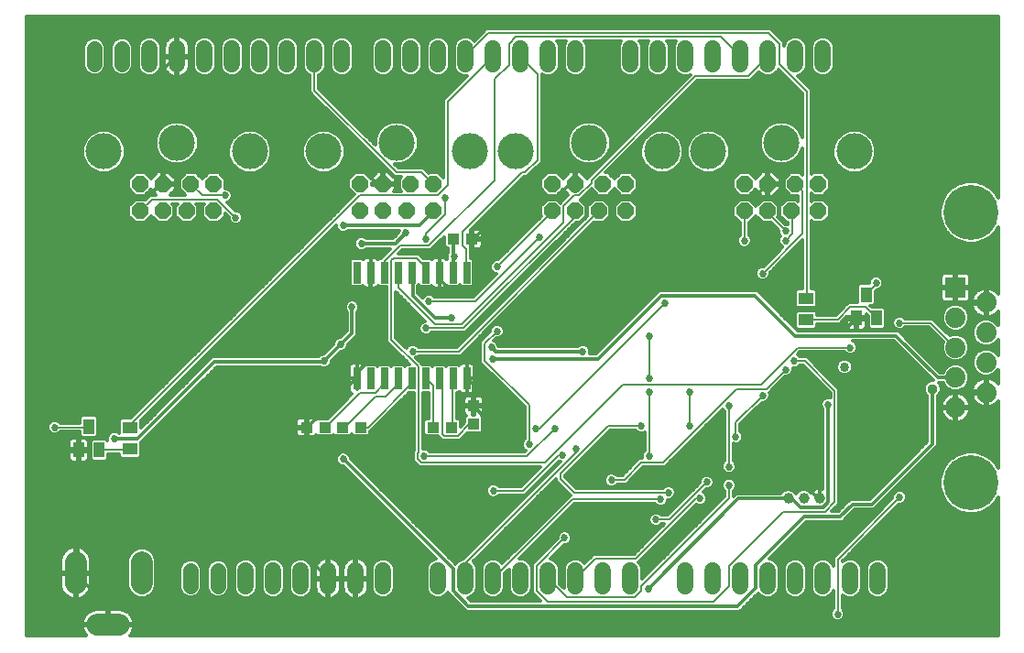
<source format=gbl>
G75*
%MOIN*%
%OFA0B0*%
%FSLAX25Y25*%
%IPPOS*%
%LPD*%
%AMOC8*
5,1,8,0,0,1.08239X$1,22.5*
%
%ADD10C,0.07874*%
%ADD11C,0.05906*%
%ADD12C,0.05600*%
%ADD13C,0.03900*%
%ADD14R,0.07400X0.07400*%
%ADD15C,0.07400*%
%ADD16C,0.20000*%
%ADD17R,0.04331X0.03937*%
%ADD18R,0.03937X0.04331*%
%ADD19R,0.02600X0.08000*%
%ADD20R,0.05512X0.04331*%
%ADD21R,0.03937X0.05512*%
%ADD22OC8,0.05906*%
%ADD23C,0.13094*%
%ADD24C,0.01300*%
%ADD25C,0.02700*%
%ADD26C,0.03762*%
%ADD27C,0.03400*%
%ADD28C,0.00800*%
D10*
X0082784Y0032713D02*
X0082784Y0040587D01*
X0106800Y0040587D02*
X0106800Y0032713D01*
X0098532Y0017752D02*
X0090658Y0017752D01*
D11*
X0144595Y0031697D02*
X0144595Y0037603D01*
X0154595Y0037603D02*
X0154595Y0031697D01*
X0164595Y0031697D02*
X0164595Y0037603D01*
X0174595Y0037603D02*
X0174595Y0031697D01*
X0184595Y0031697D02*
X0184595Y0037603D01*
X0194595Y0037603D02*
X0194595Y0031697D01*
X0214595Y0031697D02*
X0214595Y0037603D01*
X0224595Y0037603D02*
X0224595Y0031697D01*
X0234595Y0031697D02*
X0234595Y0037603D01*
X0244595Y0037603D02*
X0244595Y0031697D01*
X0254595Y0031697D02*
X0254595Y0037603D01*
X0264595Y0037603D02*
X0264595Y0031697D01*
X0274595Y0031697D02*
X0274595Y0037603D01*
X0284595Y0037603D02*
X0284595Y0031697D01*
X0304595Y0031697D02*
X0304595Y0037603D01*
X0314595Y0037603D02*
X0314595Y0031697D01*
X0324595Y0031697D02*
X0324595Y0037603D01*
X0334595Y0037603D02*
X0334595Y0031697D01*
X0344595Y0031697D02*
X0344595Y0037603D01*
X0354595Y0037603D02*
X0354595Y0031697D01*
X0364595Y0031697D02*
X0364595Y0037603D01*
X0374595Y0037603D02*
X0374595Y0031697D01*
X0354595Y0221697D02*
X0354595Y0227603D01*
X0344595Y0227603D02*
X0344595Y0221697D01*
X0334595Y0221697D02*
X0334595Y0227603D01*
X0324595Y0227603D02*
X0324595Y0221697D01*
X0314595Y0221697D02*
X0314595Y0227603D01*
X0304595Y0227603D02*
X0304595Y0221697D01*
X0294595Y0221697D02*
X0294595Y0227603D01*
X0284595Y0227603D02*
X0284595Y0221697D01*
X0264595Y0221697D02*
X0264595Y0227603D01*
X0254595Y0227603D02*
X0254595Y0221697D01*
X0244595Y0221697D02*
X0244595Y0227603D01*
X0234595Y0227603D02*
X0234595Y0221697D01*
X0224595Y0221697D02*
X0224595Y0227603D01*
X0214595Y0227603D02*
X0214595Y0221697D01*
X0204595Y0221697D02*
X0204595Y0227603D01*
X0194595Y0227603D02*
X0194595Y0221697D01*
X0179595Y0221697D02*
X0179595Y0227603D01*
X0169595Y0227603D02*
X0169595Y0221697D01*
X0159595Y0221697D02*
X0159595Y0227603D01*
X0149595Y0227603D02*
X0149595Y0221697D01*
X0139595Y0221697D02*
X0139595Y0227603D01*
X0129595Y0227603D02*
X0129595Y0221697D01*
X0119595Y0221697D02*
X0119595Y0227603D01*
X0109595Y0227603D02*
X0109595Y0221697D01*
X0109595Y0227603D01*
D12*
X0099595Y0227450D02*
X0099595Y0221850D01*
X0089595Y0221850D02*
X0089595Y0227450D01*
X0124595Y0037450D02*
X0124595Y0031850D01*
X0134595Y0031850D02*
X0134595Y0037450D01*
D13*
X0342095Y0063850D03*
X0347795Y0063950D03*
X0353395Y0063950D03*
D14*
X0403005Y0140461D03*
D15*
X0414186Y0134989D03*
X0403005Y0129556D03*
X0414186Y0124083D03*
X0403005Y0118650D03*
X0414186Y0113217D03*
X0403005Y0107744D03*
X0414186Y0102311D03*
X0403005Y0096839D03*
D16*
X0408595Y0069437D03*
X0408595Y0167863D03*
D17*
X0226942Y0158150D03*
X0220249Y0158150D03*
X0219442Y0089650D03*
X0212749Y0089650D03*
X0186442Y0089650D03*
X0179749Y0089650D03*
X0173442Y0089650D03*
X0166749Y0089650D03*
D18*
X0227595Y0090804D03*
X0227595Y0097496D03*
D19*
X0225095Y0107350D03*
X0220095Y0107350D03*
X0215095Y0107350D03*
X0210095Y0107350D03*
X0205095Y0107350D03*
X0200095Y0107350D03*
X0195095Y0107350D03*
X0190095Y0107350D03*
X0185095Y0107350D03*
X0185095Y0145950D03*
X0190095Y0145950D03*
X0195095Y0145950D03*
X0200095Y0145950D03*
X0205095Y0145950D03*
X0210095Y0145950D03*
X0215095Y0145950D03*
X0220095Y0145950D03*
X0225095Y0145950D03*
D20*
X0348595Y0136587D03*
X0348595Y0128713D03*
X0102595Y0089587D03*
X0102595Y0081713D03*
D21*
X0091335Y0081319D03*
X0083855Y0081319D03*
X0087595Y0089981D03*
X0366855Y0129319D03*
X0374335Y0129319D03*
X0370595Y0137981D03*
D22*
X0352981Y0168343D03*
X0343138Y0168343D03*
X0334477Y0168343D03*
X0326209Y0168343D03*
X0326209Y0178185D03*
X0334477Y0178185D03*
X0344713Y0178185D03*
X0352981Y0178185D03*
X0282981Y0178185D03*
X0274713Y0178185D03*
X0264477Y0178185D03*
X0256209Y0178185D03*
X0256209Y0168343D03*
X0264477Y0168343D03*
X0273138Y0168343D03*
X0282981Y0168343D03*
X0212981Y0168343D03*
X0203138Y0168343D03*
X0194477Y0168343D03*
X0186209Y0168343D03*
X0186209Y0178185D03*
X0194477Y0178185D03*
X0204713Y0178185D03*
X0212981Y0178185D03*
X0132981Y0178185D03*
X0124713Y0178185D03*
X0114477Y0178185D03*
X0106209Y0178185D03*
X0106209Y0168343D03*
X0114477Y0168343D03*
X0123138Y0168343D03*
X0132981Y0168343D03*
D23*
X0146170Y0189996D03*
X0119595Y0193146D03*
X0093020Y0189996D03*
X0173020Y0189996D03*
X0199595Y0193146D03*
X0226170Y0189996D03*
X0243020Y0189996D03*
X0269595Y0193146D03*
X0296170Y0189996D03*
X0313020Y0189996D03*
X0339595Y0193146D03*
X0366170Y0189996D03*
D24*
X0064745Y0239000D02*
X0064745Y0013800D01*
X0086709Y0013800D01*
X0086397Y0014113D01*
X0085880Y0014824D01*
X0085480Y0015608D01*
X0085209Y0016444D01*
X0085071Y0017313D01*
X0085071Y0017418D01*
X0094261Y0017418D01*
X0094261Y0018087D01*
X0094261Y0023339D01*
X0090218Y0023339D01*
X0089350Y0023202D01*
X0088513Y0022930D01*
X0087730Y0022531D01*
X0087018Y0022014D01*
X0086397Y0021392D01*
X0085880Y0020681D01*
X0085480Y0019897D01*
X0085209Y0019061D01*
X0085071Y0018192D01*
X0085071Y0018087D01*
X0094261Y0018087D01*
X0094929Y0018087D01*
X0094929Y0023339D01*
X0098972Y0023339D01*
X0099840Y0023202D01*
X0100677Y0022930D01*
X0101460Y0022531D01*
X0102172Y0022014D01*
X0102794Y0021392D01*
X0103311Y0020681D01*
X0103710Y0019897D01*
X0103982Y0019061D01*
X0104119Y0018192D01*
X0104119Y0018087D01*
X0094929Y0018087D01*
X0094929Y0017418D01*
X0104119Y0017418D01*
X0104119Y0017313D01*
X0103982Y0016444D01*
X0103710Y0015608D01*
X0103311Y0014824D01*
X0102794Y0014113D01*
X0102481Y0013800D01*
X0418445Y0013800D01*
X0418445Y0063998D01*
X0417597Y0062530D01*
X0415503Y0060435D01*
X0412937Y0058954D01*
X0410076Y0058187D01*
X0407114Y0058187D01*
X0404253Y0058954D01*
X0401687Y0060435D01*
X0399593Y0062530D01*
X0398112Y0065095D01*
X0397345Y0067956D01*
X0397345Y0070918D01*
X0398112Y0073780D01*
X0399593Y0076345D01*
X0401687Y0078440D01*
X0404253Y0079921D01*
X0407114Y0080687D01*
X0410076Y0080687D01*
X0412937Y0079921D01*
X0415503Y0078440D01*
X0417597Y0076345D01*
X0418445Y0074877D01*
X0418445Y0099072D01*
X0418266Y0098826D01*
X0417671Y0098231D01*
X0416990Y0097736D01*
X0416239Y0097353D01*
X0415438Y0097093D01*
X0414607Y0096961D01*
X0414536Y0096961D01*
X0414536Y0101961D01*
X0413836Y0101961D01*
X0413836Y0096961D01*
X0413765Y0096961D01*
X0412933Y0097093D01*
X0412132Y0097353D01*
X0411382Y0097736D01*
X0410700Y0098231D01*
X0410105Y0098826D01*
X0409610Y0099507D01*
X0409228Y0100258D01*
X0408967Y0101059D01*
X0408836Y0101890D01*
X0408836Y0101961D01*
X0413836Y0101961D01*
X0413836Y0102661D01*
X0408836Y0102661D01*
X0408836Y0102732D01*
X0408967Y0103564D01*
X0409228Y0104365D01*
X0409610Y0105115D01*
X0410105Y0105797D01*
X0410700Y0106392D01*
X0411382Y0106887D01*
X0412132Y0107269D01*
X0412933Y0107530D01*
X0413765Y0107661D01*
X0413836Y0107661D01*
X0413836Y0102661D01*
X0414536Y0102661D01*
X0414536Y0107661D01*
X0414607Y0107661D01*
X0415438Y0107530D01*
X0416239Y0107269D01*
X0416990Y0106887D01*
X0417671Y0106392D01*
X0418266Y0105797D01*
X0418445Y0105551D01*
X0418445Y0110565D01*
X0418382Y0110413D01*
X0416990Y0109021D01*
X0415170Y0108267D01*
X0413201Y0108267D01*
X0411382Y0109021D01*
X0409989Y0110413D01*
X0409236Y0112232D01*
X0409236Y0114202D01*
X0409989Y0116021D01*
X0411382Y0117413D01*
X0413201Y0118167D01*
X0415170Y0118167D01*
X0416990Y0117413D01*
X0418382Y0116021D01*
X0418445Y0115869D01*
X0418445Y0121431D01*
X0418382Y0121279D01*
X0416990Y0119887D01*
X0415170Y0119133D01*
X0413201Y0119133D01*
X0411382Y0119887D01*
X0409989Y0121279D01*
X0409236Y0123098D01*
X0409236Y0125068D01*
X0409989Y0126887D01*
X0411382Y0128279D01*
X0413201Y0129033D01*
X0415170Y0129033D01*
X0416990Y0128279D01*
X0418382Y0126887D01*
X0418445Y0126735D01*
X0418445Y0131749D01*
X0418266Y0131503D01*
X0417671Y0130908D01*
X0416990Y0130413D01*
X0416239Y0130031D01*
X0415438Y0129770D01*
X0414607Y0129639D01*
X0414536Y0129639D01*
X0414536Y0134638D01*
X0413836Y0134638D01*
X0413836Y0129639D01*
X0413765Y0129639D01*
X0412933Y0129770D01*
X0412132Y0130031D01*
X0411382Y0130413D01*
X0410700Y0130908D01*
X0410105Y0131503D01*
X0409610Y0132185D01*
X0409228Y0132935D01*
X0408967Y0133736D01*
X0408836Y0134568D01*
X0408836Y0134639D01*
X0413836Y0134639D01*
X0413836Y0135339D01*
X0413836Y0140339D01*
X0413765Y0140339D01*
X0412933Y0140207D01*
X0412132Y0139947D01*
X0411382Y0139564D01*
X0410700Y0139069D01*
X0410105Y0138474D01*
X0409610Y0137793D01*
X0409228Y0137042D01*
X0408967Y0136241D01*
X0408836Y0135410D01*
X0408836Y0135339D01*
X0413836Y0135339D01*
X0414536Y0135339D01*
X0414536Y0140339D01*
X0414607Y0140339D01*
X0415438Y0140207D01*
X0416239Y0139947D01*
X0416990Y0139564D01*
X0417671Y0139069D01*
X0418266Y0138474D01*
X0418445Y0138228D01*
X0418445Y0162423D01*
X0417597Y0160955D01*
X0415503Y0158860D01*
X0412937Y0157379D01*
X0410076Y0156613D01*
X0407114Y0156613D01*
X0404253Y0157379D01*
X0401687Y0158860D01*
X0399593Y0160955D01*
X0398112Y0163520D01*
X0397345Y0166381D01*
X0397345Y0169344D01*
X0398112Y0172205D01*
X0399593Y0174770D01*
X0401687Y0176865D01*
X0404253Y0178346D01*
X0407114Y0179113D01*
X0410076Y0179113D01*
X0412937Y0178346D01*
X0415503Y0176865D01*
X0417597Y0174770D01*
X0418445Y0173302D01*
X0418445Y0239000D01*
X0064745Y0239000D01*
X0064745Y0238367D02*
X0418445Y0238367D01*
X0418445Y0237069D02*
X0064745Y0237069D01*
X0064745Y0235770D02*
X0418445Y0235770D01*
X0418445Y0234472D02*
X0335907Y0234472D01*
X0335579Y0234800D02*
X0232362Y0234800D01*
X0227852Y0230290D01*
X0226976Y0231166D01*
X0225431Y0231805D01*
X0223759Y0231805D01*
X0222214Y0231166D01*
X0221032Y0229983D01*
X0220392Y0228439D01*
X0220392Y0220861D01*
X0221032Y0219317D01*
X0222214Y0218134D01*
X0223759Y0217494D01*
X0225206Y0217494D01*
X0216695Y0208983D01*
X0216695Y0180415D01*
X0214722Y0182388D01*
X0211240Y0182388D01*
X0211065Y0182213D01*
X0209229Y0184050D01*
X0200129Y0184050D01*
X0198830Y0185349D01*
X0201146Y0185349D01*
X0204012Y0186536D01*
X0206205Y0188729D01*
X0207392Y0191595D01*
X0207392Y0194697D01*
X0206205Y0197563D01*
X0204012Y0199756D01*
X0201146Y0200943D01*
X0198044Y0200943D01*
X0195178Y0199756D01*
X0192985Y0197563D01*
X0191798Y0194697D01*
X0191798Y0192381D01*
X0171345Y0212833D01*
X0171345Y0217873D01*
X0171976Y0218134D01*
X0173158Y0219317D01*
X0173798Y0220861D01*
X0173798Y0228439D01*
X0173158Y0229983D01*
X0171976Y0231166D01*
X0170431Y0231805D01*
X0168759Y0231805D01*
X0167214Y0231166D01*
X0166032Y0229983D01*
X0165392Y0228439D01*
X0165392Y0220861D01*
X0166032Y0219317D01*
X0167214Y0218134D01*
X0168045Y0217790D01*
X0168045Y0211467D01*
X0197795Y0181717D01*
X0198762Y0180750D01*
X0201334Y0180750D01*
X0200510Y0179926D01*
X0200510Y0176445D01*
X0201305Y0175650D01*
X0198451Y0175650D01*
X0199080Y0176279D01*
X0199080Y0177851D01*
X0194811Y0177851D01*
X0194811Y0178520D01*
X0194143Y0178520D01*
X0194143Y0182788D01*
X0192571Y0182788D01*
X0190060Y0180278D01*
X0187950Y0182388D01*
X0184468Y0182388D01*
X0182007Y0179926D01*
X0182007Y0176445D01*
X0184131Y0174320D01*
X0102814Y0093002D01*
X0099321Y0093002D01*
X0098589Y0092270D01*
X0098589Y0087433D01*
X0098368Y0087654D01*
X0097412Y0088050D01*
X0096378Y0088050D01*
X0095422Y0087654D01*
X0094691Y0086923D01*
X0094295Y0085967D01*
X0094295Y0084933D01*
X0094353Y0084794D01*
X0093822Y0085325D01*
X0088849Y0085325D01*
X0088117Y0084593D01*
X0088117Y0078046D01*
X0088849Y0077313D01*
X0093822Y0077313D01*
X0094554Y0078046D01*
X0094554Y0079950D01*
X0098589Y0079950D01*
X0098589Y0079030D01*
X0099321Y0078298D01*
X0105869Y0078298D01*
X0106601Y0079030D01*
X0106601Y0084069D01*
X0107195Y0084663D01*
X0134082Y0111550D01*
X0171833Y0111550D01*
X0172678Y0111200D01*
X0173712Y0111200D01*
X0174668Y0111596D01*
X0175399Y0112327D01*
X0175795Y0113283D01*
X0175795Y0113713D01*
X0179232Y0117150D01*
X0179662Y0117150D01*
X0180618Y0117546D01*
X0181349Y0118277D01*
X0181745Y0119233D01*
X0181745Y0119663D01*
X0185245Y0123163D01*
X0185245Y0131623D01*
X0185549Y0131927D01*
X0185945Y0132883D01*
X0185945Y0133917D01*
X0185549Y0134873D01*
X0184818Y0135604D01*
X0183862Y0136000D01*
X0182828Y0136000D01*
X0181872Y0135604D01*
X0181141Y0134873D01*
X0180745Y0133917D01*
X0180745Y0132883D01*
X0181141Y0131927D01*
X0181445Y0131623D01*
X0181445Y0124737D01*
X0179058Y0122350D01*
X0178628Y0122350D01*
X0177672Y0121954D01*
X0176941Y0121223D01*
X0176545Y0120267D01*
X0176545Y0119837D01*
X0173108Y0116400D01*
X0172678Y0116400D01*
X0171722Y0116004D01*
X0171068Y0115350D01*
X0132508Y0115350D01*
X0106601Y0089443D01*
X0106601Y0092122D01*
X0177595Y0163117D01*
X0177595Y0162633D01*
X0177991Y0161677D01*
X0178722Y0160946D01*
X0179678Y0160550D01*
X0180712Y0160550D01*
X0181668Y0160946D01*
X0181972Y0161250D01*
X0200504Y0161250D01*
X0200345Y0160867D01*
X0200345Y0160437D01*
X0198308Y0158400D01*
X0188622Y0158400D01*
X0188318Y0158704D01*
X0187362Y0159100D01*
X0186328Y0159100D01*
X0185372Y0158704D01*
X0184641Y0157973D01*
X0184245Y0157017D01*
X0184245Y0155983D01*
X0184641Y0155027D01*
X0185372Y0154296D01*
X0186328Y0153900D01*
X0187362Y0153900D01*
X0188318Y0154296D01*
X0188622Y0154600D01*
X0197312Y0154600D01*
X0193912Y0151200D01*
X0193277Y0151200D01*
X0192834Y0150757D01*
X0192715Y0150963D01*
X0192408Y0151270D01*
X0192032Y0151488D01*
X0191612Y0151600D01*
X0190095Y0151600D01*
X0188578Y0151600D01*
X0188158Y0151488D01*
X0187782Y0151270D01*
X0187475Y0150963D01*
X0187356Y0150757D01*
X0186913Y0151200D01*
X0183277Y0151200D01*
X0182545Y0150468D01*
X0182545Y0141432D01*
X0183277Y0140700D01*
X0186913Y0140700D01*
X0187356Y0141143D01*
X0187475Y0140937D01*
X0187782Y0140630D01*
X0188158Y0140412D01*
X0188578Y0140300D01*
X0190095Y0140300D01*
X0190095Y0145950D01*
X0190095Y0151600D01*
X0190095Y0145950D01*
X0190095Y0145950D01*
X0189995Y0145650D01*
X0189995Y0114500D01*
X0185445Y0109950D01*
X0185445Y0107850D01*
X0185095Y0107350D01*
X0185095Y0107350D01*
X0182145Y0107350D01*
X0182145Y0111567D01*
X0182258Y0111987D01*
X0182475Y0112363D01*
X0182782Y0112670D01*
X0183158Y0112888D01*
X0183578Y0113000D01*
X0185095Y0113000D01*
X0185095Y0107350D01*
X0182145Y0107350D01*
X0182145Y0103133D01*
X0182258Y0102713D01*
X0182475Y0102337D01*
X0182782Y0102030D01*
X0183158Y0101812D01*
X0183329Y0101767D01*
X0174430Y0092868D01*
X0170758Y0092868D01*
X0170339Y0092450D01*
X0170234Y0092632D01*
X0169927Y0092939D01*
X0169551Y0093156D01*
X0169131Y0093268D01*
X0167083Y0093268D01*
X0167083Y0089984D01*
X0166414Y0089984D01*
X0166414Y0089316D01*
X0162933Y0089316D01*
X0162933Y0087464D01*
X0163046Y0087045D01*
X0163263Y0086668D01*
X0163570Y0086361D01*
X0163946Y0086144D01*
X0164366Y0086031D01*
X0166414Y0086031D01*
X0166414Y0089316D01*
X0167083Y0089316D01*
X0167083Y0086031D01*
X0169131Y0086031D01*
X0169551Y0086144D01*
X0169927Y0086361D01*
X0170234Y0086668D01*
X0170339Y0086850D01*
X0170758Y0086431D01*
X0176125Y0086431D01*
X0176595Y0086902D01*
X0177066Y0086431D01*
X0182432Y0086431D01*
X0183095Y0087095D01*
X0183758Y0086431D01*
X0189125Y0086431D01*
X0189857Y0087164D01*
X0189857Y0088000D01*
X0189979Y0088000D01*
X0204079Y0102100D01*
X0205845Y0102100D01*
X0205845Y0081233D01*
X0205495Y0080883D01*
X0205495Y0077417D01*
X0206895Y0076017D01*
X0207862Y0075050D01*
X0251812Y0075050D01*
X0244962Y0068200D01*
X0236822Y0068200D01*
X0236268Y0068754D01*
X0235312Y0069150D01*
X0234278Y0069150D01*
X0233322Y0068754D01*
X0232591Y0068023D01*
X0232195Y0067067D01*
X0232195Y0066033D01*
X0232591Y0065077D01*
X0233322Y0064346D01*
X0234278Y0063950D01*
X0235312Y0063950D01*
X0236268Y0064346D01*
X0236822Y0064900D01*
X0246329Y0064900D01*
X0247295Y0065867D01*
X0258665Y0077237D01*
X0259078Y0077066D01*
X0223962Y0041950D01*
X0223817Y0041805D01*
X0223759Y0041805D01*
X0222214Y0041166D01*
X0221032Y0039983D01*
X0221022Y0039960D01*
X0220882Y0040100D01*
X0182795Y0078187D01*
X0182795Y0078617D01*
X0182399Y0079573D01*
X0181668Y0080304D01*
X0180712Y0080700D01*
X0179678Y0080700D01*
X0178722Y0080304D01*
X0177991Y0079573D01*
X0177595Y0078617D01*
X0177595Y0077583D01*
X0177991Y0076627D01*
X0178722Y0075896D01*
X0179678Y0075500D01*
X0180108Y0075500D01*
X0213803Y0041805D01*
X0213759Y0041805D01*
X0212214Y0041166D01*
X0211032Y0039983D01*
X0210392Y0038439D01*
X0210392Y0030861D01*
X0211032Y0029317D01*
X0212214Y0028134D01*
X0213759Y0027494D01*
X0215431Y0027494D01*
X0216976Y0028134D01*
X0218158Y0029317D01*
X0218195Y0029406D01*
X0218195Y0029363D01*
X0223795Y0023763D01*
X0224908Y0022650D01*
X0324482Y0022650D01*
X0331090Y0029258D01*
X0332214Y0028134D01*
X0333759Y0027494D01*
X0335431Y0027494D01*
X0336976Y0028134D01*
X0338158Y0029317D01*
X0338798Y0030861D01*
X0338798Y0038439D01*
X0338158Y0039983D01*
X0336976Y0041166D01*
X0335431Y0041805D01*
X0335238Y0041805D01*
X0348632Y0055200D01*
X0361832Y0055200D01*
X0366382Y0059750D01*
X0373382Y0059750D01*
X0395382Y0081750D01*
X0396495Y0082863D01*
X0396495Y0101122D01*
X0397250Y0101876D01*
X0397726Y0103027D01*
X0397726Y0104273D01*
X0397250Y0105424D01*
X0396829Y0105844D01*
X0398434Y0105844D01*
X0398808Y0104941D01*
X0400201Y0103548D01*
X0402020Y0102794D01*
X0403989Y0102794D01*
X0405809Y0103548D01*
X0407201Y0104941D01*
X0407955Y0106760D01*
X0407955Y0108729D01*
X0407201Y0110548D01*
X0405809Y0111941D01*
X0403989Y0112694D01*
X0402020Y0112694D01*
X0400201Y0111941D01*
X0398808Y0110548D01*
X0398434Y0109644D01*
X0397288Y0109644D01*
X0382132Y0124800D01*
X0345482Y0124800D01*
X0330782Y0139500D01*
X0295258Y0139500D01*
X0294145Y0138387D01*
X0272158Y0116400D01*
X0269787Y0116400D01*
X0269945Y0116783D01*
X0269945Y0117817D01*
X0269549Y0118773D01*
X0268818Y0119504D01*
X0267862Y0119900D01*
X0266828Y0119900D01*
X0265872Y0119504D01*
X0265568Y0119200D01*
X0236695Y0119200D01*
X0236695Y0119217D01*
X0236299Y0120173D01*
X0235568Y0120904D01*
X0235013Y0121134D01*
X0235929Y0122050D01*
X0236712Y0122050D01*
X0237668Y0122446D01*
X0238399Y0123177D01*
X0238795Y0124133D01*
X0238795Y0125167D01*
X0238399Y0126123D01*
X0237668Y0126854D01*
X0236712Y0127250D01*
X0235678Y0127250D01*
X0234722Y0126854D01*
X0233991Y0126123D01*
X0233595Y0125167D01*
X0233595Y0124383D01*
X0229995Y0120783D01*
X0229995Y0113117D01*
X0230962Y0112150D01*
X0246095Y0097017D01*
X0246095Y0085377D01*
X0245541Y0084823D01*
X0245145Y0083867D01*
X0245145Y0082833D01*
X0245541Y0081877D01*
X0246272Y0081146D01*
X0246580Y0081018D01*
X0246362Y0080800D01*
X0211622Y0080800D01*
X0211068Y0081354D01*
X0210112Y0081750D01*
X0209145Y0081750D01*
X0209145Y0102100D01*
X0211095Y0102100D01*
X0211095Y0092868D01*
X0210066Y0092868D01*
X0209333Y0092136D01*
X0209333Y0087164D01*
X0210066Y0086431D01*
X0214680Y0086431D01*
X0215562Y0085550D01*
X0216262Y0084850D01*
X0222529Y0084850D01*
X0223495Y0085817D01*
X0225088Y0087409D01*
X0225109Y0087388D01*
X0230081Y0087388D01*
X0230814Y0088120D01*
X0230814Y0093487D01*
X0230395Y0093906D01*
X0230577Y0094011D01*
X0230884Y0094318D01*
X0231101Y0094694D01*
X0231214Y0095114D01*
X0231214Y0097162D01*
X0227929Y0097162D01*
X0227929Y0094219D01*
X0227261Y0094219D01*
X0227261Y0097162D01*
X0227929Y0097162D01*
X0227929Y0097831D01*
X0227261Y0097831D01*
X0227261Y0101312D01*
X0225409Y0101312D01*
X0224990Y0101199D01*
X0224614Y0100982D01*
X0224306Y0100675D01*
X0224089Y0100299D01*
X0223977Y0099879D01*
X0223977Y0097831D01*
X0227261Y0097831D01*
X0227261Y0097162D01*
X0223977Y0097162D01*
X0223977Y0095114D01*
X0224089Y0094694D01*
X0224306Y0094318D01*
X0224614Y0094011D01*
X0224796Y0093906D01*
X0224377Y0093487D01*
X0224377Y0091365D01*
X0222857Y0089845D01*
X0222857Y0092136D01*
X0222125Y0092868D01*
X0221395Y0092868D01*
X0221395Y0102100D01*
X0221913Y0102100D01*
X0222356Y0102543D01*
X0222475Y0102337D01*
X0222782Y0102030D01*
X0223158Y0101812D01*
X0223578Y0101700D01*
X0225095Y0101700D01*
X0225095Y0107350D01*
X0225095Y0113000D01*
X0223578Y0113000D01*
X0223158Y0112888D01*
X0222782Y0112670D01*
X0222475Y0112363D01*
X0222356Y0112157D01*
X0221913Y0112600D01*
X0218277Y0112600D01*
X0217595Y0111918D01*
X0216913Y0112600D01*
X0213277Y0112600D01*
X0212595Y0111918D01*
X0211913Y0112600D01*
X0208929Y0112600D01*
X0208179Y0113350D01*
X0206560Y0114968D01*
X0206868Y0115096D01*
X0207422Y0115650D01*
X0222879Y0115650D01*
X0271383Y0164155D01*
X0271398Y0164140D01*
X0274879Y0164140D01*
X0277341Y0166602D01*
X0277341Y0170084D01*
X0274879Y0172546D01*
X0271398Y0172546D01*
X0268936Y0170084D01*
X0268936Y0166602D01*
X0269050Y0166488D01*
X0221512Y0118950D01*
X0207422Y0118950D01*
X0206868Y0119504D01*
X0205912Y0119900D01*
X0204878Y0119900D01*
X0203922Y0119504D01*
X0203191Y0118773D01*
X0203064Y0118465D01*
X0199345Y0122183D01*
X0199345Y0138867D01*
X0209912Y0128300D01*
X0209778Y0128300D01*
X0208822Y0127904D01*
X0208091Y0127173D01*
X0207695Y0126217D01*
X0207695Y0125183D01*
X0208091Y0124227D01*
X0208822Y0123496D01*
X0209778Y0123100D01*
X0210812Y0123100D01*
X0211768Y0123496D01*
X0212322Y0124050D01*
X0224629Y0124050D01*
X0264719Y0164140D01*
X0266218Y0164140D01*
X0268680Y0166602D01*
X0268680Y0170084D01*
X0266413Y0172350D01*
X0266629Y0172350D01*
X0270617Y0176338D01*
X0272972Y0173983D01*
X0276454Y0173983D01*
X0278847Y0176376D01*
X0281240Y0173983D01*
X0284722Y0173983D01*
X0287184Y0176445D01*
X0287184Y0179926D01*
X0284722Y0182388D01*
X0281240Y0182388D01*
X0278847Y0179995D01*
X0276454Y0182388D01*
X0275617Y0182388D01*
X0308979Y0215750D01*
X0328229Y0215750D01*
X0331414Y0218935D01*
X0332214Y0218134D01*
X0333759Y0217494D01*
X0335431Y0217494D01*
X0336976Y0218134D01*
X0338158Y0219317D01*
X0338418Y0219944D01*
X0347245Y0211117D01*
X0347245Y0195052D01*
X0346205Y0197563D01*
X0344012Y0199756D01*
X0341146Y0200943D01*
X0338044Y0200943D01*
X0335178Y0199756D01*
X0332985Y0197563D01*
X0331798Y0194697D01*
X0331798Y0191595D01*
X0332985Y0188729D01*
X0335178Y0186536D01*
X0338044Y0185349D01*
X0341146Y0185349D01*
X0344012Y0186536D01*
X0346205Y0188729D01*
X0347245Y0191240D01*
X0347245Y0181597D01*
X0346454Y0182388D01*
X0342972Y0182388D01*
X0340510Y0179926D01*
X0340510Y0176445D01*
X0342972Y0173983D01*
X0345495Y0173983D01*
X0345495Y0171930D01*
X0344879Y0172546D01*
X0341398Y0172546D01*
X0338936Y0170084D01*
X0338936Y0166602D01*
X0341398Y0164140D01*
X0341995Y0164140D01*
X0341995Y0163533D01*
X0341712Y0163650D01*
X0340929Y0163650D01*
X0338328Y0166250D01*
X0338680Y0166602D01*
X0338680Y0170084D01*
X0336218Y0172546D01*
X0332736Y0172546D01*
X0330343Y0170153D01*
X0327950Y0172546D01*
X0324468Y0172546D01*
X0322007Y0170084D01*
X0322007Y0166602D01*
X0324468Y0164140D01*
X0324495Y0164140D01*
X0324495Y0159577D01*
X0323941Y0159023D01*
X0323545Y0158067D01*
X0323545Y0157033D01*
X0323941Y0156077D01*
X0324672Y0155346D01*
X0325628Y0154950D01*
X0326662Y0154950D01*
X0327618Y0155346D01*
X0328349Y0156077D01*
X0328745Y0157033D01*
X0328745Y0158067D01*
X0328349Y0159023D01*
X0327795Y0159577D01*
X0327795Y0164140D01*
X0327950Y0164140D01*
X0330343Y0166533D01*
X0332736Y0164140D01*
X0335772Y0164140D01*
X0338595Y0161317D01*
X0338595Y0160533D01*
X0338991Y0159577D01*
X0339268Y0159300D01*
X0338991Y0159023D01*
X0338595Y0158067D01*
X0338595Y0157033D01*
X0338991Y0156077D01*
X0339722Y0155346D01*
X0340030Y0155218D01*
X0333062Y0148250D01*
X0332278Y0148250D01*
X0331322Y0147854D01*
X0330591Y0147123D01*
X0330195Y0146167D01*
X0330195Y0145133D01*
X0330591Y0144177D01*
X0331322Y0143446D01*
X0332278Y0143050D01*
X0333312Y0143050D01*
X0334268Y0143446D01*
X0334999Y0144177D01*
X0335395Y0145133D01*
X0335395Y0145917D01*
X0347245Y0157767D01*
X0347245Y0140002D01*
X0345321Y0140002D01*
X0344589Y0139270D01*
X0344589Y0133904D01*
X0345321Y0133172D01*
X0351869Y0133172D01*
X0352601Y0133904D01*
X0352601Y0139270D01*
X0351869Y0140002D01*
X0350545Y0140002D01*
X0350545Y0164835D01*
X0351240Y0164140D01*
X0354722Y0164140D01*
X0357184Y0166602D01*
X0357184Y0170084D01*
X0354722Y0172546D01*
X0351240Y0172546D01*
X0350545Y0171851D01*
X0350545Y0174678D01*
X0351240Y0173983D01*
X0354722Y0173983D01*
X0357184Y0176445D01*
X0357184Y0179926D01*
X0354722Y0182388D01*
X0351240Y0182388D01*
X0350545Y0181693D01*
X0350545Y0212483D01*
X0345504Y0217525D01*
X0346976Y0218134D01*
X0348158Y0219317D01*
X0348798Y0220861D01*
X0348798Y0228439D01*
X0348158Y0229983D01*
X0346976Y0231166D01*
X0345431Y0231805D01*
X0343759Y0231805D01*
X0342214Y0231166D01*
X0341032Y0229983D01*
X0340395Y0228445D01*
X0340395Y0229983D01*
X0336545Y0233833D01*
X0335579Y0234800D01*
X0337205Y0233173D02*
X0418445Y0233173D01*
X0418445Y0231875D02*
X0338504Y0231875D01*
X0339802Y0230576D02*
X0341625Y0230576D01*
X0340740Y0229278D02*
X0340395Y0229278D01*
X0347565Y0230576D02*
X0351625Y0230576D01*
X0352214Y0231166D02*
X0351032Y0229983D01*
X0350392Y0228439D01*
X0350392Y0220861D01*
X0351032Y0219317D01*
X0352214Y0218134D01*
X0353759Y0217494D01*
X0355431Y0217494D01*
X0356976Y0218134D01*
X0358158Y0219317D01*
X0358798Y0220861D01*
X0358798Y0228439D01*
X0358158Y0229983D01*
X0356976Y0231166D01*
X0355431Y0231805D01*
X0353759Y0231805D01*
X0352214Y0231166D01*
X0350740Y0229278D02*
X0348450Y0229278D01*
X0348798Y0227979D02*
X0350392Y0227979D01*
X0350392Y0226681D02*
X0348798Y0226681D01*
X0348798Y0225382D02*
X0350392Y0225382D01*
X0350392Y0224084D02*
X0348798Y0224084D01*
X0348798Y0222785D02*
X0350392Y0222785D01*
X0350392Y0221487D02*
X0348798Y0221487D01*
X0348519Y0220188D02*
X0350671Y0220188D01*
X0351459Y0218889D02*
X0347731Y0218889D01*
X0345664Y0217591D02*
X0353526Y0217591D01*
X0355664Y0217591D02*
X0418445Y0217591D01*
X0418445Y0218889D02*
X0357731Y0218889D01*
X0358519Y0220188D02*
X0418445Y0220188D01*
X0418445Y0221487D02*
X0358798Y0221487D01*
X0358798Y0222785D02*
X0418445Y0222785D01*
X0418445Y0224084D02*
X0358798Y0224084D01*
X0358798Y0225382D02*
X0418445Y0225382D01*
X0418445Y0226681D02*
X0358798Y0226681D01*
X0358798Y0227979D02*
X0418445Y0227979D01*
X0418445Y0229278D02*
X0358450Y0229278D01*
X0357565Y0230576D02*
X0418445Y0230576D01*
X0418445Y0216292D02*
X0346736Y0216292D01*
X0348035Y0214994D02*
X0418445Y0214994D01*
X0418445Y0213695D02*
X0349333Y0213695D01*
X0350545Y0212397D02*
X0418445Y0212397D01*
X0418445Y0211098D02*
X0350545Y0211098D01*
X0350545Y0209800D02*
X0418445Y0209800D01*
X0418445Y0208501D02*
X0350545Y0208501D01*
X0350545Y0207203D02*
X0418445Y0207203D01*
X0418445Y0205904D02*
X0350545Y0205904D01*
X0350545Y0204606D02*
X0418445Y0204606D01*
X0418445Y0203307D02*
X0350545Y0203307D01*
X0350545Y0202009D02*
X0418445Y0202009D01*
X0418445Y0200710D02*
X0350545Y0200710D01*
X0350545Y0199412D02*
X0418445Y0199412D01*
X0418445Y0198113D02*
X0350545Y0198113D01*
X0350545Y0196815D02*
X0362256Y0196815D01*
X0361753Y0196607D02*
X0359560Y0194413D01*
X0358373Y0191547D01*
X0358373Y0188445D01*
X0359560Y0185580D01*
X0361753Y0183386D01*
X0364619Y0182199D01*
X0367721Y0182199D01*
X0370587Y0183386D01*
X0372780Y0185580D01*
X0373967Y0188445D01*
X0373967Y0191547D01*
X0372780Y0194413D01*
X0370587Y0196607D01*
X0367721Y0197794D01*
X0364619Y0197794D01*
X0361753Y0196607D01*
X0360663Y0195516D02*
X0350545Y0195516D01*
X0350545Y0194218D02*
X0359479Y0194218D01*
X0358941Y0192919D02*
X0350545Y0192919D01*
X0350545Y0191621D02*
X0358403Y0191621D01*
X0358373Y0190322D02*
X0350545Y0190322D01*
X0350545Y0189024D02*
X0358373Y0189024D01*
X0358671Y0187725D02*
X0350545Y0187725D01*
X0350545Y0186427D02*
X0359209Y0186427D01*
X0360011Y0185128D02*
X0350545Y0185128D01*
X0350545Y0183830D02*
X0361310Y0183830D01*
X0363818Y0182531D02*
X0350545Y0182531D01*
X0347245Y0182531D02*
X0336641Y0182531D01*
X0336384Y0182788D02*
X0334811Y0182788D01*
X0334811Y0178520D01*
X0334143Y0178520D01*
X0334143Y0182788D01*
X0332571Y0182788D01*
X0330060Y0180278D01*
X0327950Y0182388D01*
X0324468Y0182388D01*
X0322007Y0179926D01*
X0322007Y0176445D01*
X0324468Y0173983D01*
X0327950Y0173983D01*
X0330060Y0176093D01*
X0332571Y0173583D01*
X0334143Y0173583D01*
X0334143Y0177851D01*
X0334811Y0177851D01*
X0334811Y0173583D01*
X0336384Y0173583D01*
X0339080Y0176279D01*
X0339080Y0177851D01*
X0334811Y0177851D01*
X0334811Y0178520D01*
X0339080Y0178520D01*
X0339080Y0180092D01*
X0336384Y0182788D01*
X0334811Y0182531D02*
X0334143Y0182531D01*
X0334143Y0181233D02*
X0334811Y0181233D01*
X0334811Y0179934D02*
X0334143Y0179934D01*
X0334143Y0178636D02*
X0334811Y0178636D01*
X0334477Y0178185D02*
X0334195Y0177850D01*
X0329995Y0173650D01*
X0325445Y0173650D01*
X0311095Y0159300D01*
X0345395Y0125000D01*
X0362545Y0125000D01*
X0366395Y0128850D01*
X0366855Y0129319D01*
X0367095Y0129200D01*
X0367795Y0129200D01*
X0367189Y0129292D02*
X0371117Y0129292D01*
X0370473Y0128985D02*
X0367189Y0128985D01*
X0367189Y0124913D01*
X0369041Y0124913D01*
X0369460Y0125026D01*
X0369837Y0125243D01*
X0370144Y0125550D01*
X0370361Y0125927D01*
X0370473Y0126346D01*
X0370473Y0128985D01*
X0370473Y0129654D02*
X0370473Y0130838D01*
X0371117Y0130195D01*
X0371117Y0126046D01*
X0371849Y0125313D01*
X0376822Y0125313D01*
X0377554Y0126046D01*
X0377554Y0132593D01*
X0376822Y0133325D01*
X0372653Y0133325D01*
X0372004Y0133975D01*
X0373081Y0133975D01*
X0373814Y0134707D01*
X0373814Y0139185D01*
X0374179Y0139550D01*
X0374612Y0139550D01*
X0375568Y0139946D01*
X0376299Y0140677D01*
X0376695Y0141633D01*
X0376695Y0142667D01*
X0376299Y0143623D01*
X0375568Y0144354D01*
X0374612Y0144750D01*
X0373578Y0144750D01*
X0372622Y0144354D01*
X0371891Y0143623D01*
X0371495Y0142667D01*
X0371495Y0141987D01*
X0368109Y0141987D01*
X0367377Y0141254D01*
X0367377Y0135050D01*
X0363962Y0135050D01*
X0362995Y0134083D01*
X0359412Y0130500D01*
X0352601Y0130500D01*
X0352601Y0131396D01*
X0351869Y0132128D01*
X0345321Y0132128D01*
X0344589Y0131396D01*
X0344589Y0126030D01*
X0345321Y0125298D01*
X0351869Y0125298D01*
X0352601Y0126030D01*
X0352601Y0127200D01*
X0360779Y0127200D01*
X0363236Y0129658D01*
X0363236Y0129654D01*
X0366521Y0129654D01*
X0366521Y0128985D01*
X0367189Y0128985D01*
X0367189Y0129654D01*
X0370473Y0129654D01*
X0370473Y0130591D02*
X0370721Y0130591D01*
X0370473Y0127994D02*
X0371117Y0127994D01*
X0371117Y0126695D02*
X0370473Y0126695D01*
X0369990Y0125397D02*
X0371766Y0125397D01*
X0367189Y0125397D02*
X0366521Y0125397D01*
X0366521Y0124913D02*
X0366521Y0128985D01*
X0363236Y0128985D01*
X0363236Y0126346D01*
X0363349Y0125927D01*
X0363566Y0125550D01*
X0363873Y0125243D01*
X0364250Y0125026D01*
X0364669Y0124913D01*
X0366521Y0124913D01*
X0366521Y0126695D02*
X0367189Y0126695D01*
X0367189Y0127994D02*
X0366521Y0127994D01*
X0366521Y0129292D02*
X0362871Y0129292D01*
X0363236Y0127994D02*
X0361572Y0127994D01*
X0363236Y0126695D02*
X0352601Y0126695D01*
X0351968Y0125397D02*
X0363720Y0125397D01*
X0359502Y0130591D02*
X0352601Y0130591D01*
X0352108Y0131889D02*
X0360801Y0131889D01*
X0362099Y0133188D02*
X0351885Y0133188D01*
X0352601Y0134486D02*
X0363398Y0134486D01*
X0367377Y0135785D02*
X0352601Y0135785D01*
X0352601Y0137083D02*
X0367377Y0137083D01*
X0367377Y0138382D02*
X0352601Y0138382D01*
X0352191Y0139680D02*
X0367377Y0139680D01*
X0367377Y0140979D02*
X0350545Y0140979D01*
X0350545Y0142277D02*
X0371495Y0142277D01*
X0371872Y0143576D02*
X0350545Y0143576D01*
X0350545Y0144874D02*
X0397811Y0144874D01*
X0397767Y0144798D02*
X0397655Y0144378D01*
X0397655Y0140811D01*
X0402655Y0140811D01*
X0402655Y0145811D01*
X0399087Y0145811D01*
X0398668Y0145699D01*
X0398291Y0145481D01*
X0397984Y0145174D01*
X0397767Y0144798D01*
X0397655Y0143576D02*
X0376319Y0143576D01*
X0376695Y0142277D02*
X0397655Y0142277D01*
X0397655Y0140979D02*
X0376424Y0140979D01*
X0374927Y0139680D02*
X0397655Y0139680D01*
X0397655Y0140111D02*
X0397655Y0136544D01*
X0397767Y0136124D01*
X0397984Y0135748D01*
X0398291Y0135441D01*
X0398668Y0135223D01*
X0399087Y0135111D01*
X0402655Y0135111D01*
X0402655Y0140111D01*
X0403355Y0140111D01*
X0403355Y0140811D01*
X0408355Y0140811D01*
X0408355Y0144378D01*
X0408242Y0144798D01*
X0408025Y0145174D01*
X0407718Y0145481D01*
X0407341Y0145699D01*
X0406922Y0145811D01*
X0403355Y0145811D01*
X0403355Y0140811D01*
X0402655Y0140811D01*
X0402655Y0140111D01*
X0397655Y0140111D01*
X0397655Y0138382D02*
X0373814Y0138382D01*
X0373814Y0137083D02*
X0397655Y0137083D01*
X0397963Y0135785D02*
X0373814Y0135785D01*
X0373593Y0134486D02*
X0401973Y0134486D01*
X0402020Y0134505D02*
X0400201Y0133752D01*
X0398808Y0132359D01*
X0398055Y0130540D01*
X0398055Y0128571D01*
X0398808Y0126752D01*
X0400201Y0125359D01*
X0402020Y0124606D01*
X0403989Y0124606D01*
X0405809Y0125359D01*
X0407201Y0126752D01*
X0407955Y0128571D01*
X0407955Y0130540D01*
X0407201Y0132359D01*
X0405809Y0133752D01*
X0403989Y0134505D01*
X0402020Y0134505D01*
X0402655Y0135785D02*
X0403355Y0135785D01*
X0403355Y0135111D02*
X0406922Y0135111D01*
X0407341Y0135223D01*
X0407718Y0135441D01*
X0408025Y0135748D01*
X0408242Y0136124D01*
X0408355Y0136544D01*
X0408355Y0140111D01*
X0403355Y0140111D01*
X0403355Y0135111D01*
X0404036Y0134486D02*
X0408849Y0134486D01*
X0408895Y0135785D02*
X0408046Y0135785D01*
X0408355Y0137083D02*
X0409249Y0137083D01*
X0410038Y0138382D02*
X0408355Y0138382D01*
X0408355Y0139680D02*
X0411609Y0139680D01*
X0413836Y0139680D02*
X0414536Y0139680D01*
X0414536Y0138382D02*
X0413836Y0138382D01*
X0413836Y0137083D02*
X0414536Y0137083D01*
X0414536Y0135785D02*
X0413836Y0135785D01*
X0413836Y0134486D02*
X0414536Y0134486D01*
X0414536Y0133188D02*
X0413836Y0133188D01*
X0413836Y0131889D02*
X0414536Y0131889D01*
X0414536Y0130591D02*
X0413836Y0130591D01*
X0411137Y0130591D02*
X0407934Y0130591D01*
X0407955Y0129292D02*
X0418445Y0129292D01*
X0418445Y0127994D02*
X0417275Y0127994D01*
X0417235Y0130591D02*
X0418445Y0130591D01*
X0411096Y0127994D02*
X0407715Y0127994D01*
X0407145Y0126695D02*
X0409910Y0126695D01*
X0409372Y0125397D02*
X0405846Y0125397D01*
X0405809Y0122846D02*
X0403989Y0123600D01*
X0402020Y0123600D01*
X0400866Y0123122D01*
X0394688Y0129300D01*
X0384622Y0129300D01*
X0384068Y0129854D01*
X0383112Y0130250D01*
X0382078Y0130250D01*
X0381122Y0129854D01*
X0380391Y0129123D01*
X0379995Y0128167D01*
X0379995Y0127133D01*
X0380391Y0126177D01*
X0381122Y0125446D01*
X0382078Y0125050D01*
X0383112Y0125050D01*
X0384068Y0125446D01*
X0384622Y0126000D01*
X0393321Y0126000D01*
X0398533Y0120789D01*
X0398055Y0119635D01*
X0398055Y0117665D01*
X0398808Y0115846D01*
X0400201Y0114454D01*
X0402020Y0113700D01*
X0403989Y0113700D01*
X0405809Y0114454D01*
X0407201Y0115846D01*
X0407955Y0117665D01*
X0407955Y0119635D01*
X0407201Y0121454D01*
X0405809Y0122846D01*
X0405855Y0122800D02*
X0409359Y0122800D01*
X0409236Y0124098D02*
X0399890Y0124098D01*
X0400163Y0125397D02*
X0398591Y0125397D01*
X0398865Y0126695D02*
X0397293Y0126695D01*
X0398294Y0127994D02*
X0395994Y0127994D01*
X0394696Y0129292D02*
X0398055Y0129292D01*
X0398076Y0130591D02*
X0377554Y0130591D01*
X0377554Y0131889D02*
X0398613Y0131889D01*
X0399636Y0133188D02*
X0376959Y0133188D01*
X0377554Y0129292D02*
X0380560Y0129292D01*
X0379995Y0127994D02*
X0377554Y0127994D01*
X0377554Y0126695D02*
X0380176Y0126695D01*
X0381241Y0125397D02*
X0376905Y0125397D01*
X0381345Y0122900D02*
X0396501Y0107744D01*
X0403005Y0107744D01*
X0407606Y0105919D02*
X0410227Y0105919D01*
X0409358Y0104620D02*
X0406881Y0104620D01*
X0405263Y0103322D02*
X0408929Y0103322D01*
X0409076Y0100725D02*
X0406685Y0100725D01*
X0406490Y0100920D02*
X0405809Y0101415D01*
X0405058Y0101797D01*
X0404257Y0102057D01*
X0403426Y0102189D01*
X0403355Y0102189D01*
X0403355Y0097189D01*
X0408355Y0097189D01*
X0408355Y0097260D01*
X0408223Y0098092D01*
X0407963Y0098893D01*
X0407580Y0099643D01*
X0407085Y0100324D01*
X0406490Y0100920D01*
X0407691Y0099426D02*
X0409669Y0099426D01*
X0410842Y0098128D02*
X0408211Y0098128D01*
X0408355Y0096489D02*
X0403355Y0096489D01*
X0403355Y0097189D01*
X0402655Y0097189D01*
X0402655Y0102189D01*
X0402584Y0102189D01*
X0401752Y0102057D01*
X0400951Y0101797D01*
X0400201Y0101415D01*
X0399519Y0100920D01*
X0398924Y0100324D01*
X0398429Y0099643D01*
X0398047Y0098893D01*
X0397786Y0098092D01*
X0397655Y0097260D01*
X0397655Y0097189D01*
X0402655Y0097189D01*
X0402655Y0096489D01*
X0403355Y0096489D01*
X0403355Y0091489D01*
X0403426Y0091489D01*
X0404257Y0091621D01*
X0405058Y0091881D01*
X0405809Y0092263D01*
X0406490Y0092758D01*
X0407085Y0093354D01*
X0407580Y0094035D01*
X0407963Y0094785D01*
X0408223Y0095586D01*
X0408355Y0096418D01*
X0408355Y0096489D01*
X0408205Y0095531D02*
X0418445Y0095531D01*
X0418445Y0096829D02*
X0403355Y0096829D01*
X0402655Y0096829D02*
X0396495Y0096829D01*
X0397655Y0096489D02*
X0397655Y0096418D01*
X0397786Y0095586D01*
X0398047Y0094785D01*
X0398429Y0094035D01*
X0398924Y0093354D01*
X0399519Y0092758D01*
X0400201Y0092263D01*
X0400951Y0091881D01*
X0401752Y0091621D01*
X0402584Y0091489D01*
X0402655Y0091489D01*
X0402655Y0096489D01*
X0397655Y0096489D01*
X0397804Y0095531D02*
X0396495Y0095531D01*
X0396495Y0094232D02*
X0398328Y0094232D01*
X0399344Y0092934D02*
X0396495Y0092934D01*
X0396495Y0091635D02*
X0401707Y0091635D01*
X0402655Y0091635D02*
X0403355Y0091635D01*
X0404303Y0091635D02*
X0418445Y0091635D01*
X0418445Y0090337D02*
X0396495Y0090337D01*
X0396495Y0089038D02*
X0418445Y0089038D01*
X0418445Y0087740D02*
X0396495Y0087740D01*
X0396495Y0086441D02*
X0418445Y0086441D01*
X0418445Y0085143D02*
X0396495Y0085143D01*
X0396495Y0083844D02*
X0418445Y0083844D01*
X0418445Y0082546D02*
X0396178Y0082546D01*
X0394879Y0081247D02*
X0418445Y0081247D01*
X0418445Y0079949D02*
X0412833Y0079949D01*
X0415138Y0078650D02*
X0418445Y0078650D01*
X0418445Y0077352D02*
X0416591Y0077352D01*
X0417766Y0076053D02*
X0418445Y0076053D01*
X0404357Y0079949D02*
X0393581Y0079949D01*
X0392282Y0078650D02*
X0402052Y0078650D01*
X0400600Y0077352D02*
X0390984Y0077352D01*
X0389685Y0076053D02*
X0399424Y0076053D01*
X0398675Y0074755D02*
X0388387Y0074755D01*
X0387088Y0073456D02*
X0398025Y0073456D01*
X0397677Y0072158D02*
X0385790Y0072158D01*
X0384491Y0070859D02*
X0397345Y0070859D01*
X0397345Y0069561D02*
X0383193Y0069561D01*
X0381894Y0068262D02*
X0397345Y0068262D01*
X0397611Y0066964D02*
X0380596Y0066964D01*
X0381122Y0066354D02*
X0380391Y0065623D01*
X0379995Y0064667D01*
X0379995Y0063883D01*
X0359412Y0043300D01*
X0358445Y0042333D01*
X0358445Y0039290D01*
X0358158Y0039983D01*
X0356976Y0041166D01*
X0355431Y0041805D01*
X0353759Y0041805D01*
X0352214Y0041166D01*
X0351032Y0039983D01*
X0350392Y0038439D01*
X0350392Y0030861D01*
X0351032Y0029317D01*
X0352214Y0028134D01*
X0353759Y0027494D01*
X0355431Y0027494D01*
X0356976Y0028134D01*
X0358158Y0029317D01*
X0358445Y0030010D01*
X0358445Y0023677D01*
X0357891Y0023123D01*
X0357495Y0022167D01*
X0357495Y0021133D01*
X0357891Y0020177D01*
X0358622Y0019446D01*
X0359578Y0019050D01*
X0360612Y0019050D01*
X0361568Y0019446D01*
X0362299Y0020177D01*
X0362695Y0021133D01*
X0362695Y0022167D01*
X0362299Y0023123D01*
X0361745Y0023677D01*
X0361745Y0028604D01*
X0362214Y0028134D01*
X0363759Y0027494D01*
X0365431Y0027494D01*
X0366976Y0028134D01*
X0368158Y0029317D01*
X0368798Y0030861D01*
X0368798Y0038439D01*
X0368158Y0039983D01*
X0366976Y0041166D01*
X0365431Y0041805D01*
X0363759Y0041805D01*
X0362214Y0041166D01*
X0361745Y0040696D01*
X0361745Y0040967D01*
X0382329Y0061550D01*
X0383112Y0061550D01*
X0384068Y0061946D01*
X0384799Y0062677D01*
X0385195Y0063633D01*
X0385195Y0064667D01*
X0384799Y0065623D01*
X0384068Y0066354D01*
X0383112Y0066750D01*
X0382078Y0066750D01*
X0381122Y0066354D01*
X0380433Y0065665D02*
X0379297Y0065665D01*
X0379995Y0064367D02*
X0377999Y0064367D01*
X0379180Y0063068D02*
X0376700Y0063068D01*
X0377881Y0061770D02*
X0375402Y0061770D01*
X0376583Y0060471D02*
X0374103Y0060471D01*
X0375284Y0059173D02*
X0365805Y0059173D01*
X0364506Y0057874D02*
X0373986Y0057874D01*
X0372687Y0056576D02*
X0363208Y0056576D01*
X0361909Y0055277D02*
X0371389Y0055277D01*
X0370090Y0053979D02*
X0347411Y0053979D01*
X0346112Y0052680D02*
X0368792Y0052680D01*
X0367493Y0051382D02*
X0344814Y0051382D01*
X0343515Y0050083D02*
X0366195Y0050083D01*
X0364896Y0048784D02*
X0342217Y0048784D01*
X0340918Y0047486D02*
X0363598Y0047486D01*
X0362299Y0046187D02*
X0339620Y0046187D01*
X0338321Y0044889D02*
X0361001Y0044889D01*
X0359702Y0043590D02*
X0337023Y0043590D01*
X0335724Y0042292D02*
X0358445Y0042292D01*
X0358445Y0040993D02*
X0357148Y0040993D01*
X0358278Y0039695D02*
X0358445Y0039695D01*
X0361772Y0040993D02*
X0362042Y0040993D01*
X0363071Y0042292D02*
X0418445Y0042292D01*
X0418445Y0043590D02*
X0364369Y0043590D01*
X0365668Y0044889D02*
X0418445Y0044889D01*
X0418445Y0046187D02*
X0366966Y0046187D01*
X0368265Y0047486D02*
X0418445Y0047486D01*
X0418445Y0048784D02*
X0369563Y0048784D01*
X0370862Y0050083D02*
X0418445Y0050083D01*
X0418445Y0051382D02*
X0372160Y0051382D01*
X0373459Y0052680D02*
X0418445Y0052680D01*
X0418445Y0053979D02*
X0374757Y0053979D01*
X0376056Y0055277D02*
X0418445Y0055277D01*
X0418445Y0056576D02*
X0377354Y0056576D01*
X0378653Y0057874D02*
X0418445Y0057874D01*
X0418445Y0059173D02*
X0413316Y0059173D01*
X0415539Y0060471D02*
X0418445Y0060471D01*
X0418445Y0061770D02*
X0416837Y0061770D01*
X0417908Y0063068D02*
X0418445Y0063068D01*
X0403874Y0059173D02*
X0379951Y0059173D01*
X0381250Y0060471D02*
X0401652Y0060471D01*
X0400353Y0061770D02*
X0383642Y0061770D01*
X0384961Y0063068D02*
X0399282Y0063068D01*
X0398532Y0064367D02*
X0385195Y0064367D01*
X0384757Y0065665D02*
X0397959Y0065665D01*
X0384311Y0076053D02*
X0360695Y0076053D01*
X0360695Y0074755D02*
X0383013Y0074755D01*
X0381714Y0073456D02*
X0360695Y0073456D01*
X0360695Y0072158D02*
X0380416Y0072158D01*
X0379117Y0070859D02*
X0360695Y0070859D01*
X0360695Y0069561D02*
X0377819Y0069561D01*
X0376520Y0068262D02*
X0360695Y0068262D01*
X0360695Y0066964D02*
X0375222Y0066964D01*
X0373923Y0065665D02*
X0360695Y0065665D01*
X0360695Y0064367D02*
X0372625Y0064367D01*
X0371808Y0063550D02*
X0364808Y0063550D01*
X0363695Y0062437D01*
X0360258Y0059000D01*
X0358029Y0059000D01*
X0359729Y0060700D01*
X0360695Y0061667D01*
X0360695Y0103633D01*
X0349845Y0114483D01*
X0348879Y0115450D01*
X0346372Y0115450D01*
X0345818Y0116004D01*
X0345510Y0116132D01*
X0346379Y0117000D01*
X0362568Y0117000D01*
X0363122Y0116446D01*
X0364078Y0116050D01*
X0365112Y0116050D01*
X0366068Y0116446D01*
X0366799Y0117177D01*
X0367195Y0118133D01*
X0367195Y0119167D01*
X0366799Y0120123D01*
X0366068Y0120854D01*
X0365716Y0121000D01*
X0380558Y0121000D01*
X0394777Y0106781D01*
X0393972Y0106781D01*
X0392822Y0106304D01*
X0391941Y0105424D01*
X0391464Y0104273D01*
X0391464Y0103027D01*
X0391941Y0101876D01*
X0392695Y0101122D01*
X0392695Y0084437D01*
X0371808Y0063550D01*
X0372595Y0061650D02*
X0365595Y0061650D01*
X0361045Y0057100D01*
X0347845Y0057100D01*
X0330345Y0039600D01*
X0330345Y0031200D01*
X0323695Y0024550D01*
X0225695Y0024550D01*
X0220095Y0030150D01*
X0220095Y0038200D01*
X0180195Y0078100D01*
X0178367Y0079949D02*
X0106601Y0079949D01*
X0106601Y0081247D02*
X0205845Y0081247D01*
X0205845Y0082546D02*
X0106601Y0082546D01*
X0106601Y0083844D02*
X0205845Y0083844D01*
X0205845Y0085143D02*
X0107675Y0085143D01*
X0108973Y0086441D02*
X0163490Y0086441D01*
X0162933Y0087740D02*
X0110272Y0087740D01*
X0111570Y0089038D02*
X0162933Y0089038D01*
X0162933Y0089984D02*
X0166414Y0089984D01*
X0166414Y0093268D01*
X0164366Y0093268D01*
X0163946Y0093156D01*
X0163570Y0092939D01*
X0163263Y0092632D01*
X0163046Y0092255D01*
X0162933Y0091836D01*
X0162933Y0089984D01*
X0162933Y0090337D02*
X0112869Y0090337D01*
X0114168Y0091635D02*
X0162933Y0091635D01*
X0163565Y0092934D02*
X0115466Y0092934D01*
X0116765Y0094232D02*
X0175794Y0094232D01*
X0174496Y0092934D02*
X0169932Y0092934D01*
X0167083Y0092934D02*
X0166414Y0092934D01*
X0166414Y0091635D02*
X0167083Y0091635D01*
X0167083Y0090337D02*
X0166414Y0090337D01*
X0166749Y0089650D02*
X0167245Y0089300D01*
X0167245Y0042050D01*
X0174595Y0034700D01*
X0174595Y0034650D01*
X0174261Y0034501D02*
X0168798Y0034501D01*
X0169992Y0034316D02*
X0169992Y0031335D01*
X0170106Y0030619D01*
X0170330Y0029930D01*
X0170659Y0029285D01*
X0171084Y0028699D01*
X0171597Y0028186D01*
X0172183Y0027761D01*
X0172828Y0027432D01*
X0173517Y0027208D01*
X0174233Y0027094D01*
X0174261Y0027094D01*
X0174261Y0034316D01*
X0169992Y0034316D01*
X0169992Y0034984D02*
X0174261Y0034984D01*
X0174261Y0034316D01*
X0174929Y0034316D01*
X0174929Y0027094D01*
X0174957Y0027094D01*
X0175673Y0027208D01*
X0176362Y0027432D01*
X0177008Y0027761D01*
X0177594Y0028186D01*
X0178106Y0028699D01*
X0178532Y0029285D01*
X0178861Y0029930D01*
X0179085Y0030619D01*
X0179198Y0031335D01*
X0179198Y0034316D01*
X0174929Y0034316D01*
X0174929Y0034984D01*
X0174261Y0034984D01*
X0174261Y0042205D01*
X0174233Y0042205D01*
X0173517Y0042092D01*
X0172828Y0041868D01*
X0172183Y0041539D01*
X0171597Y0041114D01*
X0171084Y0040601D01*
X0170659Y0040015D01*
X0170330Y0039370D01*
X0170106Y0038681D01*
X0169992Y0037965D01*
X0169992Y0034984D01*
X0169992Y0035799D02*
X0168798Y0035799D01*
X0168798Y0037098D02*
X0169992Y0037098D01*
X0170061Y0038396D02*
X0168798Y0038396D01*
X0168798Y0038439D02*
X0168158Y0039983D01*
X0166976Y0041166D01*
X0165431Y0041805D01*
X0163759Y0041805D01*
X0162214Y0041166D01*
X0161032Y0039983D01*
X0160392Y0038439D01*
X0160392Y0030861D01*
X0161032Y0029317D01*
X0162214Y0028134D01*
X0163759Y0027494D01*
X0165431Y0027494D01*
X0166976Y0028134D01*
X0168158Y0029317D01*
X0168798Y0030861D01*
X0168798Y0038439D01*
X0168278Y0039695D02*
X0170495Y0039695D01*
X0171477Y0040993D02*
X0167148Y0040993D01*
X0162042Y0040993D02*
X0157148Y0040993D01*
X0156976Y0041166D02*
X0155431Y0041805D01*
X0153759Y0041805D01*
X0152214Y0041166D01*
X0151032Y0039983D01*
X0150392Y0038439D01*
X0150392Y0030861D01*
X0151032Y0029317D01*
X0152214Y0028134D01*
X0153759Y0027494D01*
X0155431Y0027494D01*
X0156976Y0028134D01*
X0158158Y0029317D01*
X0158798Y0030861D01*
X0158798Y0038439D01*
X0158158Y0039983D01*
X0156976Y0041166D01*
X0158278Y0039695D02*
X0160913Y0039695D01*
X0160392Y0038396D02*
X0158798Y0038396D01*
X0158798Y0037098D02*
X0160392Y0037098D01*
X0160392Y0035799D02*
X0158798Y0035799D01*
X0158798Y0034501D02*
X0160392Y0034501D01*
X0160392Y0033202D02*
X0158798Y0033202D01*
X0158798Y0031904D02*
X0160392Y0031904D01*
X0160498Y0030605D02*
X0158692Y0030605D01*
X0158148Y0029307D02*
X0161042Y0029307D01*
X0162519Y0028008D02*
X0156672Y0028008D01*
X0152519Y0028008D02*
X0146672Y0028008D01*
X0146976Y0028134D02*
X0148158Y0029317D01*
X0148798Y0030861D01*
X0148798Y0038439D01*
X0148158Y0039983D01*
X0146976Y0041166D01*
X0145431Y0041805D01*
X0143759Y0041805D01*
X0142214Y0041166D01*
X0141032Y0039983D01*
X0140392Y0038439D01*
X0140392Y0030861D01*
X0141032Y0029317D01*
X0142214Y0028134D01*
X0143759Y0027494D01*
X0145431Y0027494D01*
X0146976Y0028134D01*
X0148148Y0029307D02*
X0151042Y0029307D01*
X0150498Y0030605D02*
X0148692Y0030605D01*
X0148798Y0031904D02*
X0150392Y0031904D01*
X0150392Y0033202D02*
X0148798Y0033202D01*
X0148798Y0034501D02*
X0150392Y0034501D01*
X0150392Y0035799D02*
X0148798Y0035799D01*
X0148798Y0037098D02*
X0150392Y0037098D01*
X0150392Y0038396D02*
X0148798Y0038396D01*
X0148278Y0039695D02*
X0150913Y0039695D01*
X0152042Y0040993D02*
X0147148Y0040993D01*
X0142042Y0040993D02*
X0136624Y0040993D01*
X0136889Y0040883D02*
X0135401Y0041500D01*
X0133790Y0041500D01*
X0132301Y0040883D01*
X0131162Y0039744D01*
X0130545Y0038256D01*
X0130545Y0031044D01*
X0131162Y0029556D01*
X0132301Y0028417D01*
X0133790Y0027800D01*
X0135401Y0027800D01*
X0136889Y0028417D01*
X0138029Y0029556D01*
X0138645Y0031044D01*
X0138645Y0038256D01*
X0138029Y0039744D01*
X0136889Y0040883D01*
X0138049Y0039695D02*
X0140913Y0039695D01*
X0140392Y0038396D02*
X0138587Y0038396D01*
X0138645Y0037098D02*
X0140392Y0037098D01*
X0140392Y0035799D02*
X0138645Y0035799D01*
X0138645Y0034501D02*
X0140392Y0034501D01*
X0140392Y0033202D02*
X0138645Y0033202D01*
X0138645Y0031904D02*
X0140392Y0031904D01*
X0140498Y0030605D02*
X0138463Y0030605D01*
X0137780Y0029307D02*
X0141042Y0029307D01*
X0142519Y0028008D02*
X0135904Y0028008D01*
X0133287Y0028008D02*
X0125904Y0028008D01*
X0125401Y0027800D02*
X0126889Y0028417D01*
X0128029Y0029556D01*
X0128645Y0031044D01*
X0128645Y0038256D01*
X0128029Y0039744D01*
X0126889Y0040883D01*
X0125401Y0041500D01*
X0123790Y0041500D01*
X0122301Y0040883D01*
X0121162Y0039744D01*
X0120545Y0038256D01*
X0120545Y0031044D01*
X0121162Y0029556D01*
X0122301Y0028417D01*
X0123790Y0027800D01*
X0125401Y0027800D01*
X0123287Y0028008D02*
X0108996Y0028008D01*
X0109738Y0028316D02*
X0111197Y0029775D01*
X0111987Y0031681D01*
X0111987Y0041619D01*
X0111197Y0043525D01*
X0109738Y0044984D01*
X0107832Y0045774D01*
X0105768Y0045774D01*
X0103862Y0044984D01*
X0102403Y0043525D01*
X0101613Y0041619D01*
X0101613Y0031681D01*
X0102403Y0029775D01*
X0103862Y0028316D01*
X0105768Y0027526D01*
X0107832Y0027526D01*
X0109738Y0028316D01*
X0110729Y0029307D02*
X0121411Y0029307D01*
X0120727Y0030605D02*
X0111541Y0030605D01*
X0111987Y0031904D02*
X0120545Y0031904D01*
X0120545Y0033202D02*
X0111987Y0033202D01*
X0111987Y0034501D02*
X0120545Y0034501D01*
X0120545Y0035799D02*
X0111987Y0035799D01*
X0111987Y0037098D02*
X0120545Y0037098D01*
X0120603Y0038396D02*
X0111987Y0038396D01*
X0111987Y0039695D02*
X0121141Y0039695D01*
X0122567Y0040993D02*
X0111987Y0040993D01*
X0111708Y0042292D02*
X0213316Y0042292D01*
X0212042Y0040993D02*
X0197148Y0040993D01*
X0196976Y0041166D02*
X0195431Y0041805D01*
X0193759Y0041805D01*
X0192214Y0041166D01*
X0191032Y0039983D01*
X0190392Y0038439D01*
X0190392Y0030861D01*
X0191032Y0029317D01*
X0192214Y0028134D01*
X0193759Y0027494D01*
X0195431Y0027494D01*
X0196976Y0028134D01*
X0198158Y0029317D01*
X0198798Y0030861D01*
X0198798Y0038439D01*
X0198158Y0039983D01*
X0196976Y0041166D01*
X0198278Y0039695D02*
X0210913Y0039695D01*
X0210392Y0038396D02*
X0198798Y0038396D01*
X0198798Y0037098D02*
X0210392Y0037098D01*
X0210392Y0035799D02*
X0198798Y0035799D01*
X0198798Y0034501D02*
X0210392Y0034501D01*
X0210392Y0033202D02*
X0198798Y0033202D01*
X0198798Y0031904D02*
X0210392Y0031904D01*
X0210498Y0030605D02*
X0198692Y0030605D01*
X0198148Y0029307D02*
X0211042Y0029307D01*
X0212519Y0028008D02*
X0196672Y0028008D01*
X0192519Y0028008D02*
X0187348Y0028008D01*
X0187594Y0028186D02*
X0188106Y0028699D01*
X0188532Y0029285D01*
X0188861Y0029930D01*
X0189085Y0030619D01*
X0189198Y0031335D01*
X0189198Y0034316D01*
X0184929Y0034316D01*
X0184929Y0027094D01*
X0184957Y0027094D01*
X0185673Y0027208D01*
X0186362Y0027432D01*
X0187008Y0027761D01*
X0187594Y0028186D01*
X0188543Y0029307D02*
X0191042Y0029307D01*
X0190498Y0030605D02*
X0189080Y0030605D01*
X0189198Y0031904D02*
X0190392Y0031904D01*
X0190392Y0033202D02*
X0189198Y0033202D01*
X0190392Y0034501D02*
X0184929Y0034501D01*
X0184929Y0034316D02*
X0184929Y0034984D01*
X0184261Y0034984D01*
X0184261Y0034316D01*
X0179992Y0034316D01*
X0179992Y0031335D01*
X0180106Y0030619D01*
X0180330Y0029930D01*
X0180659Y0029285D01*
X0181084Y0028699D01*
X0181597Y0028186D01*
X0182183Y0027761D01*
X0182828Y0027432D01*
X0183517Y0027208D01*
X0184233Y0027094D01*
X0184261Y0027094D01*
X0184261Y0034316D01*
X0184929Y0034316D01*
X0184929Y0034984D02*
X0189198Y0034984D01*
X0189198Y0037965D01*
X0189085Y0038681D01*
X0188861Y0039370D01*
X0188532Y0040015D01*
X0188106Y0040601D01*
X0187594Y0041114D01*
X0187008Y0041539D01*
X0186362Y0041868D01*
X0185673Y0042092D01*
X0184957Y0042205D01*
X0184929Y0042205D01*
X0184929Y0034984D01*
X0184261Y0034984D02*
X0184261Y0042205D01*
X0184233Y0042205D01*
X0183517Y0042092D01*
X0182828Y0041868D01*
X0182183Y0041539D01*
X0181597Y0041114D01*
X0181084Y0040601D01*
X0180659Y0040015D01*
X0180330Y0039370D01*
X0180106Y0038681D01*
X0179992Y0037965D01*
X0179992Y0034984D01*
X0184261Y0034984D01*
X0184261Y0034501D02*
X0174929Y0034501D01*
X0174929Y0034984D02*
X0179198Y0034984D01*
X0179198Y0037965D01*
X0179085Y0038681D01*
X0178861Y0039370D01*
X0178532Y0040015D01*
X0178106Y0040601D01*
X0177594Y0041114D01*
X0177008Y0041539D01*
X0176362Y0041868D01*
X0175673Y0042092D01*
X0174957Y0042205D01*
X0174929Y0042205D01*
X0174929Y0034984D01*
X0174929Y0035799D02*
X0174261Y0035799D01*
X0174261Y0037098D02*
X0174929Y0037098D01*
X0174929Y0038396D02*
X0174261Y0038396D01*
X0174261Y0039695D02*
X0174929Y0039695D01*
X0174929Y0040993D02*
X0174261Y0040993D01*
X0177714Y0040993D02*
X0181477Y0040993D01*
X0180495Y0039695D02*
X0178695Y0039695D01*
X0179130Y0038396D02*
X0180061Y0038396D01*
X0179992Y0037098D02*
X0179198Y0037098D01*
X0179198Y0035799D02*
X0179992Y0035799D01*
X0179992Y0033202D02*
X0179198Y0033202D01*
X0179198Y0031904D02*
X0179992Y0031904D01*
X0180110Y0030605D02*
X0179080Y0030605D01*
X0178543Y0029307D02*
X0180647Y0029307D01*
X0181842Y0028008D02*
X0177348Y0028008D01*
X0174929Y0028008D02*
X0174261Y0028008D01*
X0174261Y0029307D02*
X0174929Y0029307D01*
X0174929Y0030605D02*
X0174261Y0030605D01*
X0174261Y0031904D02*
X0174929Y0031904D01*
X0174929Y0033202D02*
X0174261Y0033202D01*
X0169992Y0033202D02*
X0168798Y0033202D01*
X0168798Y0031904D02*
X0169992Y0031904D01*
X0170110Y0030605D02*
X0168692Y0030605D01*
X0168148Y0029307D02*
X0170647Y0029307D01*
X0171842Y0028008D02*
X0166672Y0028008D01*
X0184261Y0028008D02*
X0184929Y0028008D01*
X0184929Y0029307D02*
X0184261Y0029307D01*
X0184261Y0030605D02*
X0184929Y0030605D01*
X0184929Y0031904D02*
X0184261Y0031904D01*
X0184261Y0033202D02*
X0184929Y0033202D01*
X0184929Y0035799D02*
X0184261Y0035799D01*
X0184261Y0037098D02*
X0184929Y0037098D01*
X0184929Y0038396D02*
X0184261Y0038396D01*
X0184261Y0039695D02*
X0184929Y0039695D01*
X0184929Y0040993D02*
X0184261Y0040993D01*
X0187714Y0040993D02*
X0192042Y0040993D01*
X0190913Y0039695D02*
X0188695Y0039695D01*
X0189130Y0038396D02*
X0190392Y0038396D01*
X0190392Y0037098D02*
X0189198Y0037098D01*
X0189198Y0035799D02*
X0190392Y0035799D01*
X0208122Y0047486D02*
X0064745Y0047486D01*
X0064745Y0048784D02*
X0206824Y0048784D01*
X0205525Y0050083D02*
X0064745Y0050083D01*
X0064745Y0051382D02*
X0204227Y0051382D01*
X0202928Y0052680D02*
X0064745Y0052680D01*
X0064745Y0053979D02*
X0201630Y0053979D01*
X0200331Y0055277D02*
X0064745Y0055277D01*
X0064745Y0056576D02*
X0199033Y0056576D01*
X0197734Y0057874D02*
X0064745Y0057874D01*
X0064745Y0059173D02*
X0196436Y0059173D01*
X0195137Y0060471D02*
X0064745Y0060471D01*
X0064745Y0061770D02*
X0193839Y0061770D01*
X0192540Y0063068D02*
X0064745Y0063068D01*
X0064745Y0064367D02*
X0191242Y0064367D01*
X0189943Y0065665D02*
X0064745Y0065665D01*
X0064745Y0066964D02*
X0188644Y0066964D01*
X0187346Y0068262D02*
X0064745Y0068262D01*
X0064745Y0069561D02*
X0186047Y0069561D01*
X0184749Y0070859D02*
X0064745Y0070859D01*
X0064745Y0072158D02*
X0183450Y0072158D01*
X0182152Y0073456D02*
X0064745Y0073456D01*
X0064745Y0074755D02*
X0180853Y0074755D01*
X0178565Y0076053D02*
X0064745Y0076053D01*
X0064745Y0077352D02*
X0080765Y0077352D01*
X0080873Y0077243D02*
X0081250Y0077026D01*
X0081669Y0076913D01*
X0083521Y0076913D01*
X0083521Y0080985D01*
X0084189Y0080985D01*
X0084189Y0076913D01*
X0086041Y0076913D01*
X0086460Y0077026D01*
X0086837Y0077243D01*
X0087144Y0077550D01*
X0087361Y0077927D01*
X0087473Y0078346D01*
X0087473Y0080985D01*
X0084189Y0080985D01*
X0084189Y0081654D01*
X0083521Y0081654D01*
X0083521Y0085725D01*
X0081669Y0085725D01*
X0081250Y0085613D01*
X0080873Y0085396D01*
X0080566Y0085088D01*
X0080349Y0084712D01*
X0080236Y0084292D01*
X0080236Y0081654D01*
X0083521Y0081654D01*
X0083521Y0080985D01*
X0080236Y0080985D01*
X0080236Y0078346D01*
X0080349Y0077927D01*
X0080566Y0077550D01*
X0080873Y0077243D01*
X0080236Y0078650D02*
X0064745Y0078650D01*
X0064745Y0079949D02*
X0080236Y0079949D01*
X0079395Y0081600D02*
X0072395Y0088600D01*
X0072395Y0140750D01*
X0105295Y0173650D01*
X0109145Y0173650D01*
X0114045Y0178550D01*
X0114477Y0178185D01*
X0114395Y0178200D01*
X0114395Y0182400D01*
X0135045Y0182400D01*
X0135395Y0182050D01*
X0162345Y0182050D01*
X0162345Y0153700D01*
X0162477Y0152665D02*
X0064745Y0152665D01*
X0064745Y0151367D02*
X0161179Y0151367D01*
X0159880Y0150068D02*
X0064745Y0150068D01*
X0064745Y0148770D02*
X0158582Y0148770D01*
X0157283Y0147471D02*
X0064745Y0147471D01*
X0064745Y0146173D02*
X0155985Y0146173D01*
X0154686Y0144874D02*
X0064745Y0144874D01*
X0064745Y0143576D02*
X0153388Y0143576D01*
X0152089Y0142277D02*
X0064745Y0142277D01*
X0064745Y0140979D02*
X0150791Y0140979D01*
X0149492Y0139680D02*
X0064745Y0139680D01*
X0064745Y0138382D02*
X0148193Y0138382D01*
X0146895Y0137083D02*
X0064745Y0137083D01*
X0064745Y0135785D02*
X0145596Y0135785D01*
X0144298Y0134486D02*
X0064745Y0134486D01*
X0064745Y0133188D02*
X0142999Y0133188D01*
X0141701Y0131889D02*
X0064745Y0131889D01*
X0064745Y0130591D02*
X0140402Y0130591D01*
X0139104Y0129292D02*
X0064745Y0129292D01*
X0064745Y0127994D02*
X0137805Y0127994D01*
X0136507Y0126695D02*
X0064745Y0126695D01*
X0064745Y0125397D02*
X0135208Y0125397D01*
X0133910Y0124098D02*
X0064745Y0124098D01*
X0064745Y0122800D02*
X0132611Y0122800D01*
X0131313Y0121501D02*
X0064745Y0121501D01*
X0064745Y0120203D02*
X0130014Y0120203D01*
X0128716Y0118904D02*
X0064745Y0118904D01*
X0064745Y0117606D02*
X0127417Y0117606D01*
X0126119Y0116307D02*
X0064745Y0116307D01*
X0064745Y0115009D02*
X0124820Y0115009D01*
X0123522Y0113710D02*
X0064745Y0113710D01*
X0064745Y0112412D02*
X0122223Y0112412D01*
X0120925Y0111113D02*
X0064745Y0111113D01*
X0064745Y0109815D02*
X0119626Y0109815D01*
X0118328Y0108516D02*
X0064745Y0108516D01*
X0064745Y0107218D02*
X0117029Y0107218D01*
X0115731Y0105919D02*
X0064745Y0105919D01*
X0064745Y0104620D02*
X0114432Y0104620D01*
X0113134Y0103322D02*
X0064745Y0103322D01*
X0064745Y0102023D02*
X0111835Y0102023D01*
X0110537Y0100725D02*
X0064745Y0100725D01*
X0064745Y0099426D02*
X0109238Y0099426D01*
X0107940Y0098128D02*
X0064745Y0098128D01*
X0064745Y0096829D02*
X0106641Y0096829D01*
X0105343Y0095531D02*
X0064745Y0095531D01*
X0064745Y0094232D02*
X0104044Y0094232D01*
X0107412Y0092934D02*
X0110092Y0092934D01*
X0111391Y0094232D02*
X0108711Y0094232D01*
X0110009Y0095531D02*
X0112689Y0095531D01*
X0113988Y0096829D02*
X0111308Y0096829D01*
X0112607Y0098128D02*
X0115286Y0098128D01*
X0116585Y0099426D02*
X0113905Y0099426D01*
X0115204Y0100725D02*
X0117883Y0100725D01*
X0119182Y0102023D02*
X0116502Y0102023D01*
X0117801Y0103322D02*
X0120480Y0103322D01*
X0121779Y0104620D02*
X0119099Y0104620D01*
X0120398Y0105919D02*
X0123077Y0105919D01*
X0124376Y0107218D02*
X0121696Y0107218D01*
X0122995Y0108516D02*
X0125674Y0108516D01*
X0126973Y0109815D02*
X0124293Y0109815D01*
X0125592Y0111113D02*
X0128271Y0111113D01*
X0129570Y0112412D02*
X0126890Y0112412D01*
X0128189Y0113710D02*
X0130868Y0113710D01*
X0132167Y0115009D02*
X0129487Y0115009D01*
X0130786Y0116307D02*
X0172454Y0116307D01*
X0174314Y0117606D02*
X0132084Y0117606D01*
X0133383Y0118904D02*
X0175612Y0118904D01*
X0176545Y0120203D02*
X0134681Y0120203D01*
X0135980Y0121501D02*
X0177219Y0121501D01*
X0179145Y0119750D02*
X0183345Y0123950D01*
X0183345Y0133400D01*
X0182308Y0135785D02*
X0150263Y0135785D01*
X0148965Y0134486D02*
X0180981Y0134486D01*
X0180745Y0133188D02*
X0147666Y0133188D01*
X0146368Y0131889D02*
X0181179Y0131889D01*
X0181445Y0130591D02*
X0145069Y0130591D01*
X0143771Y0129292D02*
X0181445Y0129292D01*
X0181445Y0127994D02*
X0142472Y0127994D01*
X0141174Y0126695D02*
X0181445Y0126695D01*
X0181445Y0125397D02*
X0139875Y0125397D01*
X0138577Y0124098D02*
X0180806Y0124098D01*
X0179508Y0122800D02*
X0137278Y0122800D01*
X0133295Y0113450D02*
X0105295Y0085450D01*
X0096895Y0085450D01*
X0094492Y0086441D02*
X0090548Y0086441D01*
X0090814Y0086707D02*
X0090814Y0093254D01*
X0090081Y0093987D01*
X0085109Y0093987D01*
X0084377Y0093254D01*
X0084377Y0091300D01*
X0077222Y0091300D01*
X0076668Y0091854D01*
X0075712Y0092250D01*
X0074678Y0092250D01*
X0073722Y0091854D01*
X0072991Y0091123D01*
X0072595Y0090167D01*
X0072595Y0089133D01*
X0072991Y0088177D01*
X0073722Y0087446D01*
X0074678Y0087050D01*
X0075712Y0087050D01*
X0076668Y0087446D01*
X0077222Y0088000D01*
X0084377Y0088000D01*
X0084377Y0086707D01*
X0085109Y0085975D01*
X0090081Y0085975D01*
X0090814Y0086707D01*
X0090814Y0087740D02*
X0095629Y0087740D01*
X0098161Y0087740D02*
X0098589Y0087740D01*
X0098589Y0089038D02*
X0090814Y0089038D01*
X0090814Y0090337D02*
X0098589Y0090337D01*
X0098589Y0091635D02*
X0090814Y0091635D01*
X0090814Y0092934D02*
X0099253Y0092934D01*
X0106601Y0091635D02*
X0108794Y0091635D01*
X0107495Y0090337D02*
X0106601Y0090337D01*
X0118063Y0095531D02*
X0177093Y0095531D01*
X0178391Y0096829D02*
X0119362Y0096829D01*
X0120660Y0098128D02*
X0179690Y0098128D01*
X0180988Y0099426D02*
X0121959Y0099426D01*
X0123257Y0100725D02*
X0182287Y0100725D01*
X0182793Y0102023D02*
X0124556Y0102023D01*
X0125854Y0103322D02*
X0182145Y0103322D01*
X0182145Y0104620D02*
X0127153Y0104620D01*
X0128451Y0105919D02*
X0182145Y0105919D01*
X0182145Y0107218D02*
X0129750Y0107218D01*
X0131048Y0108516D02*
X0182145Y0108516D01*
X0182145Y0109815D02*
X0132347Y0109815D01*
X0133645Y0111113D02*
X0182145Y0111113D01*
X0182523Y0112412D02*
X0175434Y0112412D01*
X0175795Y0113710D02*
X0203152Y0113710D01*
X0203277Y0112600D02*
X0202595Y0111918D01*
X0201913Y0112600D01*
X0198277Y0112600D01*
X0197595Y0111918D01*
X0196913Y0112600D01*
X0193277Y0112600D01*
X0192595Y0111918D01*
X0191913Y0112600D01*
X0188277Y0112600D01*
X0187834Y0112157D01*
X0187715Y0112363D01*
X0187408Y0112670D01*
X0187032Y0112888D01*
X0186612Y0113000D01*
X0185095Y0113000D01*
X0185095Y0107350D01*
X0185095Y0107350D01*
X0185095Y0107150D01*
X0184395Y0107150D01*
X0166895Y0089650D01*
X0166749Y0089650D01*
X0166414Y0089038D02*
X0167083Y0089038D01*
X0167083Y0087740D02*
X0166414Y0087740D01*
X0166414Y0086441D02*
X0167083Y0086441D01*
X0170007Y0086441D02*
X0170749Y0086441D01*
X0176135Y0086441D02*
X0177056Y0086441D01*
X0182442Y0086441D02*
X0183749Y0086441D01*
X0189135Y0086441D02*
X0205845Y0086441D01*
X0205845Y0087740D02*
X0189857Y0087740D01*
X0191017Y0089038D02*
X0205845Y0089038D01*
X0205845Y0090337D02*
X0192315Y0090337D01*
X0193614Y0091635D02*
X0205845Y0091635D01*
X0205845Y0092934D02*
X0194912Y0092934D01*
X0196211Y0094232D02*
X0205845Y0094232D01*
X0205845Y0095531D02*
X0197509Y0095531D01*
X0198808Y0096829D02*
X0205845Y0096829D01*
X0205845Y0098128D02*
X0200107Y0098128D01*
X0201405Y0099426D02*
X0205845Y0099426D01*
X0205845Y0100725D02*
X0202704Y0100725D01*
X0204002Y0102023D02*
X0205845Y0102023D01*
X0209145Y0102023D02*
X0211095Y0102023D01*
X0211095Y0100725D02*
X0209145Y0100725D01*
X0209145Y0099426D02*
X0211095Y0099426D01*
X0211095Y0098128D02*
X0209145Y0098128D01*
X0209145Y0096829D02*
X0211095Y0096829D01*
X0211095Y0095531D02*
X0209145Y0095531D01*
X0209145Y0094232D02*
X0211095Y0094232D01*
X0211095Y0092934D02*
X0209145Y0092934D01*
X0209145Y0091635D02*
X0209333Y0091635D01*
X0209333Y0090337D02*
X0209145Y0090337D01*
X0209145Y0089038D02*
X0209333Y0089038D01*
X0209333Y0087740D02*
X0209145Y0087740D01*
X0209145Y0086441D02*
X0210056Y0086441D01*
X0209145Y0085143D02*
X0215969Y0085143D01*
X0211175Y0081247D02*
X0246171Y0081247D01*
X0245264Y0082546D02*
X0209145Y0082546D01*
X0209145Y0083844D02*
X0245145Y0083844D01*
X0245861Y0085143D02*
X0222821Y0085143D01*
X0224120Y0086441D02*
X0246095Y0086441D01*
X0246095Y0087740D02*
X0230433Y0087740D01*
X0231645Y0087900D02*
X0231645Y0093150D01*
X0227795Y0097000D01*
X0227595Y0097496D01*
X0227445Y0097700D01*
X0227445Y0105050D01*
X0225345Y0107150D01*
X0225095Y0107350D01*
X0225095Y0107350D01*
X0225345Y0107850D01*
X0225345Y0117650D01*
X0235145Y0127450D01*
X0247045Y0127450D01*
X0247045Y0127100D01*
X0247045Y0127450D02*
X0270145Y0127450D01*
X0270495Y0127800D01*
X0279595Y0127800D01*
X0294295Y0142500D01*
X0311095Y0159300D01*
X0323545Y0157859D02*
X0265088Y0157859D01*
X0263790Y0156561D02*
X0323741Y0156561D01*
X0324874Y0155262D02*
X0262491Y0155262D01*
X0261192Y0153964D02*
X0338776Y0153964D01*
X0339924Y0155262D02*
X0327417Y0155262D01*
X0328550Y0156561D02*
X0338791Y0156561D01*
X0338595Y0157859D02*
X0328745Y0157859D01*
X0328214Y0159158D02*
X0339126Y0159158D01*
X0338627Y0160456D02*
X0327795Y0160456D01*
X0327795Y0161755D02*
X0338157Y0161755D01*
X0336858Y0163053D02*
X0327795Y0163053D01*
X0328162Y0164352D02*
X0332524Y0164352D01*
X0331226Y0165651D02*
X0329460Y0165651D01*
X0324257Y0164352D02*
X0284934Y0164352D01*
X0284722Y0164140D02*
X0287184Y0166602D01*
X0287184Y0170084D01*
X0284722Y0172546D01*
X0281240Y0172546D01*
X0278778Y0170084D01*
X0278778Y0166602D01*
X0281240Y0164140D01*
X0284722Y0164140D01*
X0286232Y0165651D02*
X0322958Y0165651D01*
X0322007Y0166949D02*
X0287184Y0166949D01*
X0287184Y0168248D02*
X0322007Y0168248D01*
X0322007Y0169546D02*
X0287184Y0169546D01*
X0286423Y0170845D02*
X0322767Y0170845D01*
X0324066Y0172143D02*
X0285124Y0172143D01*
X0285479Y0174740D02*
X0323711Y0174740D01*
X0322413Y0176039D02*
X0286778Y0176039D01*
X0287184Y0177337D02*
X0322007Y0177337D01*
X0322007Y0178636D02*
X0287184Y0178636D01*
X0287176Y0179934D02*
X0322014Y0179934D01*
X0323313Y0181233D02*
X0285877Y0181233D01*
X0289560Y0185580D02*
X0291753Y0183386D01*
X0294619Y0182199D01*
X0297721Y0182199D01*
X0300587Y0183386D01*
X0302780Y0185580D01*
X0303967Y0188445D01*
X0303967Y0191547D01*
X0302780Y0194413D01*
X0300587Y0196607D01*
X0297721Y0197794D01*
X0294619Y0197794D01*
X0291753Y0196607D01*
X0289560Y0194413D01*
X0288373Y0191547D01*
X0288373Y0188445D01*
X0289560Y0185580D01*
X0290011Y0185128D02*
X0278357Y0185128D01*
X0279655Y0186427D02*
X0289209Y0186427D01*
X0288671Y0187725D02*
X0280954Y0187725D01*
X0282252Y0189024D02*
X0288373Y0189024D01*
X0288373Y0190322D02*
X0283551Y0190322D01*
X0284849Y0191621D02*
X0288403Y0191621D01*
X0288941Y0192919D02*
X0286148Y0192919D01*
X0287446Y0194218D02*
X0289479Y0194218D01*
X0288745Y0195516D02*
X0290663Y0195516D01*
X0290043Y0196815D02*
X0292256Y0196815D01*
X0291342Y0198113D02*
X0333535Y0198113D01*
X0332675Y0196815D02*
X0316935Y0196815D01*
X0317437Y0196607D02*
X0314571Y0197794D01*
X0311469Y0197794D01*
X0308604Y0196607D01*
X0306410Y0194413D01*
X0305223Y0191547D01*
X0305223Y0188445D01*
X0306410Y0185580D01*
X0308604Y0183386D01*
X0311469Y0182199D01*
X0314571Y0182199D01*
X0317437Y0183386D01*
X0319631Y0185580D01*
X0320818Y0188445D01*
X0320818Y0191547D01*
X0319631Y0194413D01*
X0317437Y0196607D01*
X0318527Y0195516D02*
X0332137Y0195516D01*
X0331798Y0194218D02*
X0319711Y0194218D01*
X0320249Y0192919D02*
X0331798Y0192919D01*
X0331798Y0191621D02*
X0320787Y0191621D01*
X0320818Y0190322D02*
X0332325Y0190322D01*
X0332863Y0189024D02*
X0320818Y0189024D01*
X0320519Y0187725D02*
X0333989Y0187725D01*
X0335442Y0186427D02*
X0319981Y0186427D01*
X0319179Y0185128D02*
X0347245Y0185128D01*
X0347245Y0183830D02*
X0317881Y0183830D01*
X0315373Y0182531D02*
X0332314Y0182531D01*
X0331015Y0181233D02*
X0329106Y0181233D01*
X0334143Y0177337D02*
X0334811Y0177337D01*
X0334811Y0176039D02*
X0334143Y0176039D01*
X0334143Y0174740D02*
X0334811Y0174740D01*
X0337541Y0174740D02*
X0342215Y0174740D01*
X0340916Y0176039D02*
X0338839Y0176039D01*
X0339080Y0177337D02*
X0340510Y0177337D01*
X0340510Y0178636D02*
X0339080Y0178636D01*
X0339080Y0179934D02*
X0340518Y0179934D01*
X0341817Y0181233D02*
X0337939Y0181233D01*
X0343748Y0186427D02*
X0347245Y0186427D01*
X0347245Y0187725D02*
X0345201Y0187725D01*
X0346327Y0189024D02*
X0347245Y0189024D01*
X0347245Y0190322D02*
X0346865Y0190322D01*
X0347053Y0195516D02*
X0347245Y0195516D01*
X0347245Y0196815D02*
X0346515Y0196815D01*
X0347245Y0198113D02*
X0345655Y0198113D01*
X0344356Y0199412D02*
X0347245Y0199412D01*
X0347245Y0200710D02*
X0341709Y0200710D01*
X0337482Y0200710D02*
X0293939Y0200710D01*
X0292640Y0199412D02*
X0334834Y0199412D01*
X0347245Y0202009D02*
X0295237Y0202009D01*
X0296536Y0203307D02*
X0347245Y0203307D01*
X0347245Y0204606D02*
X0297834Y0204606D01*
X0299133Y0205904D02*
X0347245Y0205904D01*
X0347245Y0207203D02*
X0300431Y0207203D01*
X0301730Y0208501D02*
X0347245Y0208501D01*
X0347245Y0209800D02*
X0303028Y0209800D01*
X0304327Y0211098D02*
X0347245Y0211098D01*
X0345965Y0212397D02*
X0305626Y0212397D01*
X0306924Y0213695D02*
X0344666Y0213695D01*
X0343368Y0214994D02*
X0308223Y0214994D01*
X0306153Y0217591D02*
X0305664Y0217591D01*
X0305431Y0217494D02*
X0306498Y0217936D01*
X0268867Y0180305D01*
X0266384Y0182788D01*
X0264811Y0182788D01*
X0264811Y0178520D01*
X0264143Y0178520D01*
X0264143Y0182788D01*
X0262571Y0182788D01*
X0260060Y0180278D01*
X0257950Y0182388D01*
X0254468Y0182388D01*
X0252007Y0179926D01*
X0252007Y0176445D01*
X0254468Y0173983D01*
X0257950Y0173983D01*
X0260060Y0176093D01*
X0262007Y0174146D01*
X0259662Y0171800D01*
X0259662Y0171800D01*
X0259179Y0171317D01*
X0257950Y0172546D01*
X0254468Y0172546D01*
X0252007Y0170084D01*
X0252007Y0166602D01*
X0252185Y0166423D01*
X0236462Y0150700D01*
X0235678Y0150700D01*
X0234722Y0150304D01*
X0233991Y0149573D01*
X0233595Y0148617D01*
X0233595Y0147583D01*
X0233991Y0146627D01*
X0234722Y0145896D01*
X0235678Y0145500D01*
X0235812Y0145500D01*
X0227462Y0137150D01*
X0213372Y0137150D01*
X0212818Y0137704D01*
X0211862Y0138100D01*
X0210828Y0138100D01*
X0209872Y0137704D01*
X0209141Y0136973D01*
X0209015Y0136668D01*
X0207295Y0138387D01*
X0207295Y0141082D01*
X0207595Y0141382D01*
X0208277Y0140700D01*
X0211913Y0140700D01*
X0212356Y0141143D01*
X0212475Y0140937D01*
X0212782Y0140630D01*
X0213158Y0140412D01*
X0213578Y0140300D01*
X0215095Y0140300D01*
X0215095Y0145950D01*
X0215095Y0151600D01*
X0213578Y0151600D01*
X0213158Y0151488D01*
X0212782Y0151270D01*
X0212475Y0150963D01*
X0212356Y0150757D01*
X0211913Y0151200D01*
X0209179Y0151200D01*
X0208445Y0151933D01*
X0207479Y0152900D01*
X0200279Y0152900D01*
X0201529Y0154150D01*
X0212029Y0154150D01*
X0216833Y0158955D01*
X0216833Y0155664D01*
X0217566Y0154931D01*
X0218195Y0154931D01*
X0218195Y0153312D01*
X0217845Y0152467D01*
X0217845Y0151433D01*
X0218040Y0150963D01*
X0217834Y0150757D01*
X0217715Y0150963D01*
X0217408Y0151270D01*
X0217032Y0151488D01*
X0216612Y0151600D01*
X0215095Y0151600D01*
X0215095Y0145950D01*
X0215095Y0145950D01*
X0215195Y0145650D01*
X0215195Y0143550D01*
X0218345Y0140400D01*
X0226745Y0140400D01*
X0227095Y0140050D01*
X0227095Y0137950D01*
X0228693Y0138382D02*
X0207300Y0138382D01*
X0207295Y0139680D02*
X0229992Y0139680D01*
X0231291Y0140979D02*
X0227192Y0140979D01*
X0226913Y0140700D02*
X0227645Y0141432D01*
X0227645Y0150468D01*
X0226913Y0151200D01*
X0226645Y0151200D01*
X0226645Y0155083D01*
X0226607Y0155121D01*
X0226607Y0157816D01*
X0227276Y0157816D01*
X0227276Y0158484D01*
X0230757Y0158484D01*
X0230757Y0160336D01*
X0230645Y0160755D01*
X0230427Y0161132D01*
X0230120Y0161439D01*
X0229744Y0161656D01*
X0229324Y0161768D01*
X0227276Y0161768D01*
X0227276Y0158484D01*
X0226607Y0158484D01*
X0226607Y0161379D01*
X0245979Y0180750D01*
X0247029Y0180750D01*
X0251579Y0185300D01*
X0252545Y0186267D01*
X0252545Y0217997D01*
X0253759Y0217494D01*
X0255431Y0217494D01*
X0256976Y0218134D01*
X0258158Y0219317D01*
X0258798Y0220861D01*
X0258798Y0228439D01*
X0258158Y0229983D01*
X0258041Y0230100D01*
X0261149Y0230100D01*
X0261032Y0229983D01*
X0260392Y0228439D01*
X0260392Y0220861D01*
X0261032Y0219317D01*
X0262214Y0218134D01*
X0263759Y0217494D01*
X0265431Y0217494D01*
X0266976Y0218134D01*
X0268158Y0219317D01*
X0268798Y0220861D01*
X0268798Y0228439D01*
X0268158Y0229983D01*
X0268041Y0230100D01*
X0281149Y0230100D01*
X0281032Y0229983D01*
X0280392Y0228439D01*
X0280392Y0220861D01*
X0281032Y0219317D01*
X0282214Y0218134D01*
X0283759Y0217494D01*
X0285431Y0217494D01*
X0286976Y0218134D01*
X0288158Y0219317D01*
X0288798Y0220861D01*
X0288798Y0228439D01*
X0288158Y0229983D01*
X0288041Y0230100D01*
X0291149Y0230100D01*
X0291032Y0229983D01*
X0290392Y0228439D01*
X0290392Y0220861D01*
X0291032Y0219317D01*
X0292214Y0218134D01*
X0293759Y0217494D01*
X0295431Y0217494D01*
X0296976Y0218134D01*
X0298158Y0219317D01*
X0298798Y0220861D01*
X0298798Y0228439D01*
X0298158Y0229983D01*
X0298041Y0230100D01*
X0301149Y0230100D01*
X0301032Y0229983D01*
X0300392Y0228439D01*
X0300392Y0220861D01*
X0301032Y0219317D01*
X0302214Y0218134D01*
X0303759Y0217494D01*
X0305431Y0217494D01*
X0304854Y0216292D02*
X0252545Y0216292D01*
X0252545Y0214994D02*
X0303556Y0214994D01*
X0302257Y0213695D02*
X0252545Y0213695D01*
X0252545Y0212397D02*
X0300959Y0212397D01*
X0299660Y0211098D02*
X0252545Y0211098D01*
X0252545Y0209800D02*
X0298362Y0209800D01*
X0297063Y0208501D02*
X0252545Y0208501D01*
X0252545Y0207203D02*
X0295765Y0207203D01*
X0294466Y0205904D02*
X0252545Y0205904D01*
X0252545Y0204606D02*
X0293168Y0204606D01*
X0291869Y0203307D02*
X0252545Y0203307D01*
X0252545Y0202009D02*
X0290571Y0202009D01*
X0289272Y0200710D02*
X0271709Y0200710D01*
X0271146Y0200943D02*
X0268044Y0200943D01*
X0265178Y0199756D01*
X0262985Y0197563D01*
X0261798Y0194697D01*
X0261798Y0191595D01*
X0262985Y0188729D01*
X0265178Y0186536D01*
X0268044Y0185349D01*
X0271146Y0185349D01*
X0274012Y0186536D01*
X0276205Y0188729D01*
X0277392Y0191595D01*
X0277392Y0194697D01*
X0276205Y0197563D01*
X0274012Y0199756D01*
X0271146Y0200943D01*
X0274356Y0199412D02*
X0287974Y0199412D01*
X0286675Y0198113D02*
X0275655Y0198113D01*
X0276515Y0196815D02*
X0285376Y0196815D01*
X0284078Y0195516D02*
X0277053Y0195516D01*
X0277392Y0194218D02*
X0282779Y0194218D01*
X0281481Y0192919D02*
X0277392Y0192919D01*
X0277392Y0191621D02*
X0280182Y0191621D01*
X0278884Y0190322D02*
X0276865Y0190322D01*
X0276327Y0189024D02*
X0277585Y0189024D01*
X0276287Y0187725D02*
X0275201Y0187725D01*
X0274988Y0186427D02*
X0273748Y0186427D01*
X0273690Y0185128D02*
X0251407Y0185128D01*
X0252545Y0186427D02*
X0265442Y0186427D01*
X0263989Y0187725D02*
X0252545Y0187725D01*
X0252545Y0189024D02*
X0262863Y0189024D01*
X0262325Y0190322D02*
X0252545Y0190322D01*
X0252545Y0191621D02*
X0261798Y0191621D01*
X0261798Y0192919D02*
X0252545Y0192919D01*
X0252545Y0194218D02*
X0261798Y0194218D01*
X0262137Y0195516D02*
X0252545Y0195516D01*
X0252545Y0196815D02*
X0262675Y0196815D01*
X0263535Y0198113D02*
X0252545Y0198113D01*
X0252545Y0199412D02*
X0264834Y0199412D01*
X0267482Y0200710D02*
X0252545Y0200710D01*
X0252545Y0217591D02*
X0253526Y0217591D01*
X0255664Y0217591D02*
X0263526Y0217591D01*
X0265664Y0217591D02*
X0283526Y0217591D01*
X0285664Y0217591D02*
X0293526Y0217591D01*
X0295664Y0217591D02*
X0303526Y0217591D01*
X0301459Y0218889D02*
X0297731Y0218889D01*
X0298519Y0220188D02*
X0300671Y0220188D01*
X0300392Y0221487D02*
X0298798Y0221487D01*
X0298798Y0222785D02*
X0300392Y0222785D01*
X0300392Y0224084D02*
X0298798Y0224084D01*
X0298798Y0225382D02*
X0300392Y0225382D01*
X0300392Y0226681D02*
X0298798Y0226681D01*
X0298798Y0227979D02*
X0300392Y0227979D01*
X0300740Y0229278D02*
X0298450Y0229278D01*
X0290740Y0229278D02*
X0288450Y0229278D01*
X0288798Y0227979D02*
X0290392Y0227979D01*
X0290392Y0226681D02*
X0288798Y0226681D01*
X0288798Y0225382D02*
X0290392Y0225382D01*
X0290392Y0224084D02*
X0288798Y0224084D01*
X0288798Y0222785D02*
X0290392Y0222785D01*
X0290392Y0221487D02*
X0288798Y0221487D01*
X0288519Y0220188D02*
X0290671Y0220188D01*
X0291459Y0218889D02*
X0287731Y0218889D01*
X0281459Y0218889D02*
X0267731Y0218889D01*
X0268519Y0220188D02*
X0280671Y0220188D01*
X0280392Y0221487D02*
X0268798Y0221487D01*
X0268798Y0222785D02*
X0280392Y0222785D01*
X0280392Y0224084D02*
X0268798Y0224084D01*
X0268798Y0225382D02*
X0280392Y0225382D01*
X0280392Y0226681D02*
X0268798Y0226681D01*
X0268798Y0227979D02*
X0280392Y0227979D01*
X0280740Y0229278D02*
X0268450Y0229278D01*
X0260740Y0229278D02*
X0258450Y0229278D01*
X0258798Y0227979D02*
X0260392Y0227979D01*
X0260392Y0226681D02*
X0258798Y0226681D01*
X0258798Y0225382D02*
X0260392Y0225382D01*
X0260392Y0224084D02*
X0258798Y0224084D01*
X0258798Y0222785D02*
X0260392Y0222785D01*
X0260392Y0221487D02*
X0258798Y0221487D01*
X0258519Y0220188D02*
X0260671Y0220188D01*
X0261459Y0218889D02*
X0257731Y0218889D01*
X0232033Y0234472D02*
X0064745Y0234472D01*
X0064745Y0233173D02*
X0230735Y0233173D01*
X0229436Y0231875D02*
X0121343Y0231875D01*
X0121362Y0231868D02*
X0120673Y0232092D01*
X0119957Y0232205D01*
X0119929Y0232205D01*
X0119929Y0224984D01*
X0119261Y0224984D01*
X0119261Y0224316D01*
X0114992Y0224316D01*
X0114992Y0221335D01*
X0115106Y0220619D01*
X0115330Y0219930D01*
X0115659Y0219285D01*
X0116084Y0218699D01*
X0116597Y0218186D01*
X0117183Y0217761D01*
X0117828Y0217432D01*
X0118517Y0217208D01*
X0119233Y0217094D01*
X0119261Y0217094D01*
X0119261Y0224316D01*
X0119929Y0224316D01*
X0119929Y0217094D01*
X0119957Y0217094D01*
X0120673Y0217208D01*
X0121362Y0217432D01*
X0122008Y0217761D01*
X0122594Y0218186D01*
X0123106Y0218699D01*
X0123532Y0219285D01*
X0123861Y0219930D01*
X0124085Y0220619D01*
X0124198Y0221335D01*
X0124198Y0224316D01*
X0119929Y0224316D01*
X0119929Y0224984D01*
X0124198Y0224984D01*
X0124198Y0227965D01*
X0124085Y0228681D01*
X0123861Y0229370D01*
X0123532Y0230015D01*
X0123106Y0230601D01*
X0122594Y0231114D01*
X0122008Y0231539D01*
X0121362Y0231868D01*
X0119929Y0231875D02*
X0119261Y0231875D01*
X0119261Y0232205D02*
X0119233Y0232205D01*
X0118517Y0232092D01*
X0117828Y0231868D01*
X0117183Y0231539D01*
X0116597Y0231114D01*
X0116084Y0230601D01*
X0115659Y0230015D01*
X0115330Y0229370D01*
X0115106Y0228681D01*
X0114992Y0227965D01*
X0114992Y0224984D01*
X0119261Y0224984D01*
X0119261Y0232205D01*
X0117848Y0231875D02*
X0064745Y0231875D01*
X0064745Y0230576D02*
X0086994Y0230576D01*
X0087301Y0230883D02*
X0086162Y0229744D01*
X0085545Y0228256D01*
X0085545Y0221044D01*
X0086162Y0219556D01*
X0087301Y0218417D01*
X0088790Y0217800D01*
X0090401Y0217800D01*
X0091889Y0218417D01*
X0093029Y0219556D01*
X0093645Y0221044D01*
X0093645Y0228256D01*
X0093029Y0229744D01*
X0091889Y0230883D01*
X0090401Y0231500D01*
X0088790Y0231500D01*
X0087301Y0230883D01*
X0085968Y0229278D02*
X0064745Y0229278D01*
X0064745Y0227979D02*
X0085545Y0227979D01*
X0085545Y0226681D02*
X0064745Y0226681D01*
X0064745Y0225382D02*
X0085545Y0225382D01*
X0085545Y0224084D02*
X0064745Y0224084D01*
X0064745Y0222785D02*
X0085545Y0222785D01*
X0085545Y0221487D02*
X0064745Y0221487D01*
X0064745Y0220188D02*
X0085900Y0220188D01*
X0086828Y0218889D02*
X0064745Y0218889D01*
X0064745Y0217591D02*
X0108526Y0217591D01*
X0108759Y0217494D02*
X0107214Y0218134D01*
X0106032Y0219317D01*
X0105392Y0220861D01*
X0105392Y0228439D01*
X0106032Y0229983D01*
X0107214Y0231166D01*
X0108759Y0231805D01*
X0110431Y0231805D01*
X0111976Y0231166D01*
X0113158Y0229983D01*
X0113798Y0228439D01*
X0113798Y0220861D01*
X0113158Y0219317D01*
X0111976Y0218134D01*
X0110431Y0217494D01*
X0108759Y0217494D01*
X0110664Y0217591D02*
X0117516Y0217591D01*
X0119261Y0217591D02*
X0119929Y0217591D01*
X0119929Y0218889D02*
X0119261Y0218889D01*
X0119261Y0220188D02*
X0119929Y0220188D01*
X0119929Y0221487D02*
X0119261Y0221487D01*
X0119261Y0222785D02*
X0119929Y0222785D01*
X0119929Y0224084D02*
X0119261Y0224084D01*
X0119295Y0224400D02*
X0119595Y0224650D01*
X0119295Y0224400D02*
X0111595Y0216700D01*
X0111595Y0190100D01*
X0114395Y0187300D01*
X0114395Y0182400D01*
X0114143Y0182531D02*
X0114811Y0182531D01*
X0114811Y0182788D02*
X0114811Y0178520D01*
X0114143Y0178520D01*
X0114143Y0182788D01*
X0112571Y0182788D01*
X0110060Y0180278D01*
X0107950Y0182388D01*
X0104468Y0182388D01*
X0102007Y0179926D01*
X0102007Y0176445D01*
X0104468Y0173983D01*
X0107950Y0173983D01*
X0110060Y0176093D01*
X0111903Y0174250D01*
X0109862Y0174250D01*
X0108054Y0172442D01*
X0107950Y0172546D01*
X0104468Y0172546D01*
X0102007Y0170084D01*
X0102007Y0166602D01*
X0104468Y0164140D01*
X0107950Y0164140D01*
X0110343Y0166533D01*
X0112736Y0164140D01*
X0116218Y0164140D01*
X0118680Y0166602D01*
X0118680Y0170084D01*
X0117813Y0170950D01*
X0119802Y0170950D01*
X0118936Y0170084D01*
X0118936Y0166602D01*
X0121398Y0164140D01*
X0124879Y0164140D01*
X0127341Y0166602D01*
X0127341Y0170084D01*
X0126475Y0170950D01*
X0129644Y0170950D01*
X0128778Y0170084D01*
X0128778Y0166602D01*
X0131240Y0164140D01*
X0134722Y0164140D01*
X0137184Y0166602D01*
X0137184Y0167428D01*
X0138395Y0166217D01*
X0138395Y0165433D01*
X0138791Y0164477D01*
X0139522Y0163746D01*
X0140478Y0163350D01*
X0141512Y0163350D01*
X0142468Y0163746D01*
X0143199Y0164477D01*
X0143595Y0165433D01*
X0143595Y0166467D01*
X0143199Y0167423D01*
X0142468Y0168154D01*
X0141512Y0168550D01*
X0140729Y0168550D01*
X0137815Y0171463D01*
X0138618Y0171796D01*
X0139349Y0172527D01*
X0139745Y0173483D01*
X0139745Y0174517D01*
X0139349Y0175473D01*
X0138618Y0176204D01*
X0137662Y0176600D01*
X0137184Y0176600D01*
X0137184Y0179926D01*
X0134722Y0182388D01*
X0131240Y0182388D01*
X0128847Y0179995D01*
X0126454Y0182388D01*
X0122972Y0182388D01*
X0120510Y0179926D01*
X0120510Y0176445D01*
X0122705Y0174250D01*
X0117051Y0174250D01*
X0119080Y0176279D01*
X0119080Y0177851D01*
X0114811Y0177851D01*
X0114811Y0178520D01*
X0119080Y0178520D01*
X0119080Y0180092D01*
X0116384Y0182788D01*
X0114811Y0182788D01*
X0114811Y0181233D02*
X0114143Y0181233D01*
X0114143Y0179934D02*
X0114811Y0179934D01*
X0114811Y0178636D02*
X0114143Y0178636D01*
X0111015Y0181233D02*
X0109106Y0181233D01*
X0112314Y0182531D02*
X0095373Y0182531D01*
X0094571Y0182199D02*
X0097437Y0183386D01*
X0099631Y0185580D01*
X0100818Y0188445D01*
X0100818Y0191547D01*
X0099631Y0194413D01*
X0097437Y0196607D01*
X0094571Y0197794D01*
X0091469Y0197794D01*
X0088604Y0196607D01*
X0086410Y0194413D01*
X0085223Y0191547D01*
X0085223Y0188445D01*
X0086410Y0185580D01*
X0088604Y0183386D01*
X0091469Y0182199D01*
X0094571Y0182199D01*
X0097881Y0183830D02*
X0141310Y0183830D01*
X0141753Y0183386D02*
X0139560Y0185580D01*
X0138373Y0188445D01*
X0138373Y0191547D01*
X0139560Y0194413D01*
X0141753Y0196607D01*
X0144619Y0197794D01*
X0147721Y0197794D01*
X0150587Y0196607D01*
X0152780Y0194413D01*
X0153967Y0191547D01*
X0153967Y0188445D01*
X0152780Y0185580D01*
X0150587Y0183386D01*
X0147721Y0182199D01*
X0144619Y0182199D01*
X0141753Y0183386D01*
X0143818Y0182531D02*
X0116641Y0182531D01*
X0117939Y0181233D02*
X0121817Y0181233D01*
X0120518Y0179934D02*
X0119080Y0179934D01*
X0119080Y0178636D02*
X0120510Y0178636D01*
X0120510Y0177337D02*
X0119080Y0177337D01*
X0118839Y0176039D02*
X0120916Y0176039D01*
X0122215Y0174740D02*
X0117541Y0174740D01*
X0117919Y0170845D02*
X0119697Y0170845D01*
X0118936Y0169546D02*
X0118680Y0169546D01*
X0118680Y0168248D02*
X0118936Y0168248D01*
X0118936Y0166949D02*
X0118680Y0166949D01*
X0117728Y0165651D02*
X0119887Y0165651D01*
X0121186Y0164352D02*
X0116430Y0164352D01*
X0112524Y0164352D02*
X0108162Y0164352D01*
X0109460Y0165651D02*
X0111226Y0165651D01*
X0104257Y0164352D02*
X0064745Y0164352D01*
X0064745Y0163053D02*
X0172865Y0163053D01*
X0171567Y0161755D02*
X0064745Y0161755D01*
X0064745Y0160456D02*
X0170268Y0160456D01*
X0168970Y0159158D02*
X0064745Y0159158D01*
X0064745Y0157859D02*
X0167671Y0157859D01*
X0166373Y0156561D02*
X0064745Y0156561D01*
X0064745Y0155262D02*
X0165074Y0155262D01*
X0163776Y0153964D02*
X0064745Y0153964D01*
X0064745Y0165651D02*
X0102958Y0165651D01*
X0102007Y0166949D02*
X0064745Y0166949D01*
X0064745Y0168248D02*
X0102007Y0168248D01*
X0102007Y0169546D02*
X0064745Y0169546D01*
X0064745Y0170845D02*
X0102767Y0170845D01*
X0104066Y0172143D02*
X0064745Y0172143D01*
X0064745Y0173442D02*
X0109053Y0173442D01*
X0108708Y0174740D02*
X0111413Y0174740D01*
X0110115Y0176039D02*
X0110006Y0176039D01*
X0103711Y0174740D02*
X0064745Y0174740D01*
X0064745Y0176039D02*
X0102413Y0176039D01*
X0102007Y0177337D02*
X0064745Y0177337D01*
X0064745Y0178636D02*
X0102007Y0178636D01*
X0102014Y0179934D02*
X0064745Y0179934D01*
X0064745Y0181233D02*
X0103313Y0181233D01*
X0099179Y0185128D02*
X0140011Y0185128D01*
X0139209Y0186427D02*
X0123748Y0186427D01*
X0124012Y0186536D02*
X0126205Y0188729D01*
X0127392Y0191595D01*
X0127392Y0194697D01*
X0126205Y0197563D01*
X0124012Y0199756D01*
X0121146Y0200943D01*
X0118044Y0200943D01*
X0115178Y0199756D01*
X0112985Y0197563D01*
X0111798Y0194697D01*
X0111798Y0191595D01*
X0112985Y0188729D01*
X0115178Y0186536D01*
X0118044Y0185349D01*
X0121146Y0185349D01*
X0124012Y0186536D01*
X0125201Y0187725D02*
X0138671Y0187725D01*
X0138373Y0189024D02*
X0126327Y0189024D01*
X0126865Y0190322D02*
X0138373Y0190322D01*
X0138403Y0191621D02*
X0127392Y0191621D01*
X0127392Y0192919D02*
X0138941Y0192919D01*
X0139479Y0194218D02*
X0127392Y0194218D01*
X0127053Y0195516D02*
X0140663Y0195516D01*
X0142256Y0196815D02*
X0126515Y0196815D01*
X0125655Y0198113D02*
X0181398Y0198113D01*
X0180100Y0199412D02*
X0124356Y0199412D01*
X0121709Y0200710D02*
X0178801Y0200710D01*
X0177503Y0202009D02*
X0064745Y0202009D01*
X0064745Y0203307D02*
X0176204Y0203307D01*
X0174906Y0204606D02*
X0064745Y0204606D01*
X0064745Y0205904D02*
X0173607Y0205904D01*
X0172309Y0207203D02*
X0064745Y0207203D01*
X0064745Y0208501D02*
X0171010Y0208501D01*
X0169712Y0209800D02*
X0064745Y0209800D01*
X0064745Y0211098D02*
X0168413Y0211098D01*
X0168045Y0212397D02*
X0064745Y0212397D01*
X0064745Y0213695D02*
X0168045Y0213695D01*
X0168045Y0214994D02*
X0064745Y0214994D01*
X0064745Y0216292D02*
X0168045Y0216292D01*
X0168045Y0217591D02*
X0160664Y0217591D01*
X0160431Y0217494D02*
X0161976Y0218134D01*
X0163158Y0219317D01*
X0163798Y0220861D01*
X0163798Y0228439D01*
X0163158Y0229983D01*
X0161976Y0231166D01*
X0160431Y0231805D01*
X0158759Y0231805D01*
X0157214Y0231166D01*
X0156032Y0229983D01*
X0155392Y0228439D01*
X0155392Y0220861D01*
X0156032Y0219317D01*
X0157214Y0218134D01*
X0158759Y0217494D01*
X0160431Y0217494D01*
X0158526Y0217591D02*
X0150664Y0217591D01*
X0150431Y0217494D02*
X0151976Y0218134D01*
X0153158Y0219317D01*
X0153798Y0220861D01*
X0153798Y0228439D01*
X0153158Y0229983D01*
X0151976Y0231166D01*
X0150431Y0231805D01*
X0148759Y0231805D01*
X0147214Y0231166D01*
X0146032Y0229983D01*
X0145392Y0228439D01*
X0145392Y0220861D01*
X0146032Y0219317D01*
X0147214Y0218134D01*
X0148759Y0217494D01*
X0150431Y0217494D01*
X0148526Y0217591D02*
X0140664Y0217591D01*
X0140431Y0217494D02*
X0141976Y0218134D01*
X0143158Y0219317D01*
X0143798Y0220861D01*
X0143798Y0228439D01*
X0143158Y0229983D01*
X0141976Y0231166D01*
X0140431Y0231805D01*
X0138759Y0231805D01*
X0137214Y0231166D01*
X0136032Y0229983D01*
X0135392Y0228439D01*
X0135392Y0220861D01*
X0136032Y0219317D01*
X0137214Y0218134D01*
X0138759Y0217494D01*
X0140431Y0217494D01*
X0138526Y0217591D02*
X0130664Y0217591D01*
X0130431Y0217494D02*
X0131976Y0218134D01*
X0133158Y0219317D01*
X0133798Y0220861D01*
X0133798Y0228439D01*
X0133158Y0229983D01*
X0131976Y0231166D01*
X0130431Y0231805D01*
X0128759Y0231805D01*
X0127214Y0231166D01*
X0126032Y0229983D01*
X0125392Y0228439D01*
X0125392Y0220861D01*
X0126032Y0219317D01*
X0127214Y0218134D01*
X0128759Y0217494D01*
X0130431Y0217494D01*
X0128526Y0217591D02*
X0121675Y0217591D01*
X0123244Y0218889D02*
X0126459Y0218889D01*
X0125671Y0220188D02*
X0123944Y0220188D01*
X0124198Y0221487D02*
X0125392Y0221487D01*
X0125392Y0222785D02*
X0124198Y0222785D01*
X0124198Y0224084D02*
X0125392Y0224084D01*
X0125392Y0225382D02*
X0124198Y0225382D01*
X0124198Y0226681D02*
X0125392Y0226681D01*
X0125392Y0227979D02*
X0124196Y0227979D01*
X0123891Y0229278D02*
X0125740Y0229278D01*
X0126625Y0230576D02*
X0123124Y0230576D01*
X0119929Y0230576D02*
X0119261Y0230576D01*
X0119261Y0229278D02*
X0119929Y0229278D01*
X0119929Y0227979D02*
X0119261Y0227979D01*
X0119261Y0226681D02*
X0119929Y0226681D01*
X0119929Y0225382D02*
X0119261Y0225382D01*
X0114992Y0225382D02*
X0113798Y0225382D01*
X0113798Y0224084D02*
X0114992Y0224084D01*
X0114992Y0222785D02*
X0113798Y0222785D01*
X0113798Y0221487D02*
X0114992Y0221487D01*
X0115246Y0220188D02*
X0113519Y0220188D01*
X0112731Y0218889D02*
X0115946Y0218889D01*
X0114992Y0226681D02*
X0113798Y0226681D01*
X0113798Y0227979D02*
X0114995Y0227979D01*
X0115300Y0229278D02*
X0113450Y0229278D01*
X0112565Y0230576D02*
X0116066Y0230576D01*
X0106625Y0230576D02*
X0102197Y0230576D01*
X0101889Y0230883D02*
X0100401Y0231500D01*
X0098790Y0231500D01*
X0097301Y0230883D01*
X0096162Y0229744D01*
X0095545Y0228256D01*
X0095545Y0221044D01*
X0096162Y0219556D01*
X0097301Y0218417D01*
X0098790Y0217800D01*
X0100401Y0217800D01*
X0101889Y0218417D01*
X0103029Y0219556D01*
X0103645Y0221044D01*
X0103645Y0228256D01*
X0103029Y0229744D01*
X0101889Y0230883D01*
X0103222Y0229278D02*
X0105740Y0229278D01*
X0105392Y0227979D02*
X0103645Y0227979D01*
X0103645Y0226681D02*
X0105392Y0226681D01*
X0105392Y0225382D02*
X0103645Y0225382D01*
X0103645Y0224084D02*
X0105392Y0224084D01*
X0105392Y0222785D02*
X0103645Y0222785D01*
X0103645Y0221487D02*
X0105392Y0221487D01*
X0105671Y0220188D02*
X0103290Y0220188D01*
X0102362Y0218889D02*
X0106459Y0218889D01*
X0096828Y0218889D02*
X0092362Y0218889D01*
X0093290Y0220188D02*
X0095900Y0220188D01*
X0095545Y0221487D02*
X0093645Y0221487D01*
X0093645Y0222785D02*
X0095545Y0222785D01*
X0095545Y0224084D02*
X0093645Y0224084D01*
X0093645Y0225382D02*
X0095545Y0225382D01*
X0095545Y0226681D02*
X0093645Y0226681D01*
X0093645Y0227979D02*
X0095545Y0227979D01*
X0095968Y0229278D02*
X0093222Y0229278D01*
X0092197Y0230576D02*
X0096994Y0230576D01*
X0132565Y0230576D02*
X0136625Y0230576D01*
X0135740Y0229278D02*
X0133450Y0229278D01*
X0133798Y0227979D02*
X0135392Y0227979D01*
X0135392Y0226681D02*
X0133798Y0226681D01*
X0133798Y0225382D02*
X0135392Y0225382D01*
X0135392Y0224084D02*
X0133798Y0224084D01*
X0133798Y0222785D02*
X0135392Y0222785D01*
X0135392Y0221487D02*
X0133798Y0221487D01*
X0133519Y0220188D02*
X0135671Y0220188D01*
X0136459Y0218889D02*
X0132731Y0218889D01*
X0142731Y0218889D02*
X0146459Y0218889D01*
X0145671Y0220188D02*
X0143519Y0220188D01*
X0143798Y0221487D02*
X0145392Y0221487D01*
X0145392Y0222785D02*
X0143798Y0222785D01*
X0143798Y0224084D02*
X0145392Y0224084D01*
X0145392Y0225382D02*
X0143798Y0225382D01*
X0143798Y0226681D02*
X0145392Y0226681D01*
X0145392Y0227979D02*
X0143798Y0227979D01*
X0143450Y0229278D02*
X0145740Y0229278D01*
X0146625Y0230576D02*
X0142565Y0230576D01*
X0152565Y0230576D02*
X0156625Y0230576D01*
X0155740Y0229278D02*
X0153450Y0229278D01*
X0153798Y0227979D02*
X0155392Y0227979D01*
X0155392Y0226681D02*
X0153798Y0226681D01*
X0153798Y0225382D02*
X0155392Y0225382D01*
X0155392Y0224084D02*
X0153798Y0224084D01*
X0153798Y0222785D02*
X0155392Y0222785D01*
X0155392Y0221487D02*
X0153798Y0221487D01*
X0153519Y0220188D02*
X0155671Y0220188D01*
X0156459Y0218889D02*
X0152731Y0218889D01*
X0162731Y0218889D02*
X0166459Y0218889D01*
X0165671Y0220188D02*
X0163519Y0220188D01*
X0163798Y0221487D02*
X0165392Y0221487D01*
X0165392Y0222785D02*
X0163798Y0222785D01*
X0163798Y0224084D02*
X0165392Y0224084D01*
X0165392Y0225382D02*
X0163798Y0225382D01*
X0163798Y0226681D02*
X0165392Y0226681D01*
X0165392Y0227979D02*
X0163798Y0227979D01*
X0163450Y0229278D02*
X0165740Y0229278D01*
X0166625Y0230576D02*
X0162565Y0230576D01*
X0172565Y0230576D02*
X0176625Y0230576D01*
X0177214Y0231166D02*
X0176032Y0229983D01*
X0175392Y0228439D01*
X0175392Y0220861D01*
X0176032Y0219317D01*
X0177214Y0218134D01*
X0178759Y0217494D01*
X0180431Y0217494D01*
X0181976Y0218134D01*
X0183158Y0219317D01*
X0183798Y0220861D01*
X0183798Y0228439D01*
X0183158Y0229983D01*
X0181976Y0231166D01*
X0180431Y0231805D01*
X0178759Y0231805D01*
X0177214Y0231166D01*
X0175740Y0229278D02*
X0173450Y0229278D01*
X0173798Y0227979D02*
X0175392Y0227979D01*
X0175392Y0226681D02*
X0173798Y0226681D01*
X0173798Y0225382D02*
X0175392Y0225382D01*
X0175392Y0224084D02*
X0173798Y0224084D01*
X0173798Y0222785D02*
X0175392Y0222785D01*
X0175392Y0221487D02*
X0173798Y0221487D01*
X0173519Y0220188D02*
X0175671Y0220188D01*
X0176459Y0218889D02*
X0172731Y0218889D01*
X0171345Y0217591D02*
X0178526Y0217591D01*
X0180664Y0217591D02*
X0193526Y0217591D01*
X0193759Y0217494D02*
X0192214Y0218134D01*
X0191032Y0219317D01*
X0190392Y0220861D01*
X0190392Y0228439D01*
X0191032Y0229983D01*
X0192214Y0231166D01*
X0193759Y0231805D01*
X0195431Y0231805D01*
X0196976Y0231166D01*
X0198158Y0229983D01*
X0198798Y0228439D01*
X0198798Y0220861D01*
X0198158Y0219317D01*
X0196976Y0218134D01*
X0195431Y0217494D01*
X0193759Y0217494D01*
X0195664Y0217591D02*
X0203526Y0217591D01*
X0203759Y0217494D02*
X0205431Y0217494D01*
X0206976Y0218134D01*
X0208158Y0219317D01*
X0208798Y0220861D01*
X0208798Y0228439D01*
X0208158Y0229983D01*
X0206976Y0231166D01*
X0205431Y0231805D01*
X0203759Y0231805D01*
X0202214Y0231166D01*
X0201032Y0229983D01*
X0200392Y0228439D01*
X0200392Y0220861D01*
X0201032Y0219317D01*
X0202214Y0218134D01*
X0203759Y0217494D01*
X0205664Y0217591D02*
X0213526Y0217591D01*
X0213759Y0217494D02*
X0215431Y0217494D01*
X0216976Y0218134D01*
X0218158Y0219317D01*
X0218798Y0220861D01*
X0218798Y0228439D01*
X0218158Y0229983D01*
X0216976Y0231166D01*
X0215431Y0231805D01*
X0213759Y0231805D01*
X0212214Y0231166D01*
X0211032Y0229983D01*
X0210392Y0228439D01*
X0210392Y0220861D01*
X0211032Y0219317D01*
X0212214Y0218134D01*
X0213759Y0217494D01*
X0215664Y0217591D02*
X0223526Y0217591D01*
X0224004Y0216292D02*
X0171345Y0216292D01*
X0171345Y0214994D02*
X0222706Y0214994D01*
X0221407Y0213695D02*
X0171345Y0213695D01*
X0171782Y0212397D02*
X0220109Y0212397D01*
X0218810Y0211098D02*
X0173080Y0211098D01*
X0174379Y0209800D02*
X0217512Y0209800D01*
X0216695Y0208501D02*
X0175677Y0208501D01*
X0176976Y0207203D02*
X0216695Y0207203D01*
X0216695Y0205904D02*
X0178274Y0205904D01*
X0179573Y0204606D02*
X0216695Y0204606D01*
X0216695Y0203307D02*
X0180871Y0203307D01*
X0182170Y0202009D02*
X0216695Y0202009D01*
X0216695Y0200710D02*
X0201709Y0200710D01*
X0204356Y0199412D02*
X0216695Y0199412D01*
X0216695Y0198113D02*
X0205655Y0198113D01*
X0206515Y0196815D02*
X0216695Y0196815D01*
X0216695Y0195516D02*
X0207053Y0195516D01*
X0207392Y0194218D02*
X0216695Y0194218D01*
X0216695Y0192919D02*
X0207392Y0192919D01*
X0207392Y0191621D02*
X0216695Y0191621D01*
X0216695Y0190322D02*
X0206865Y0190322D01*
X0206327Y0189024D02*
X0216695Y0189024D01*
X0216695Y0187725D02*
X0205201Y0187725D01*
X0203748Y0186427D02*
X0216695Y0186427D01*
X0216695Y0185128D02*
X0199050Y0185128D01*
X0196981Y0182531D02*
X0196641Y0182531D01*
X0196384Y0182788D02*
X0194811Y0182788D01*
X0194811Y0178520D01*
X0199080Y0178520D01*
X0199080Y0180092D01*
X0196384Y0182788D01*
X0195682Y0183830D02*
X0177881Y0183830D01*
X0177437Y0183386D02*
X0179631Y0185580D01*
X0180818Y0188445D01*
X0180818Y0191547D01*
X0179631Y0194413D01*
X0177437Y0196607D01*
X0174571Y0197794D01*
X0171469Y0197794D01*
X0168604Y0196607D01*
X0166410Y0194413D01*
X0165223Y0191547D01*
X0165223Y0188445D01*
X0166410Y0185580D01*
X0168604Y0183386D01*
X0171469Y0182199D01*
X0174571Y0182199D01*
X0177437Y0183386D01*
X0176695Y0182400D02*
X0176345Y0182050D01*
X0162345Y0182050D01*
X0166862Y0185128D02*
X0152329Y0185128D01*
X0153131Y0186427D02*
X0166059Y0186427D01*
X0165521Y0187725D02*
X0153669Y0187725D01*
X0153967Y0189024D02*
X0165223Y0189024D01*
X0165223Y0190322D02*
X0153967Y0190322D01*
X0153937Y0191621D02*
X0165253Y0191621D01*
X0165791Y0192919D02*
X0153399Y0192919D01*
X0152861Y0194218D02*
X0166329Y0194218D01*
X0167513Y0195516D02*
X0151677Y0195516D01*
X0150084Y0196815D02*
X0169106Y0196815D01*
X0176935Y0196815D02*
X0182697Y0196815D01*
X0183995Y0195516D02*
X0178527Y0195516D01*
X0179711Y0194218D02*
X0185294Y0194218D01*
X0186592Y0192919D02*
X0180249Y0192919D01*
X0180787Y0191621D02*
X0187891Y0191621D01*
X0189189Y0190322D02*
X0180818Y0190322D01*
X0180818Y0189024D02*
X0190488Y0189024D01*
X0191786Y0187725D02*
X0180519Y0187725D01*
X0179981Y0186427D02*
X0193085Y0186427D01*
X0194383Y0185128D02*
X0179179Y0185128D01*
X0176695Y0182400D02*
X0188245Y0182400D01*
X0192445Y0178200D01*
X0194195Y0178200D01*
X0194477Y0178185D01*
X0194143Y0177851D02*
X0190412Y0177851D01*
X0190412Y0178520D01*
X0194143Y0178520D01*
X0194143Y0177851D01*
X0194143Y0178636D02*
X0194811Y0178636D01*
X0194811Y0179934D02*
X0194143Y0179934D01*
X0194143Y0181233D02*
X0194811Y0181233D01*
X0194811Y0182531D02*
X0194143Y0182531D01*
X0192314Y0182531D02*
X0175373Y0182531D01*
X0170668Y0182531D02*
X0148522Y0182531D01*
X0151030Y0183830D02*
X0168160Y0183830D01*
X0182014Y0179934D02*
X0137176Y0179934D01*
X0137184Y0178636D02*
X0182007Y0178636D01*
X0182007Y0177337D02*
X0137184Y0177337D01*
X0138783Y0176039D02*
X0182413Y0176039D01*
X0183711Y0174740D02*
X0139653Y0174740D01*
X0139728Y0173442D02*
X0183253Y0173442D01*
X0181955Y0172143D02*
X0138965Y0172143D01*
X0138434Y0170845D02*
X0180656Y0170845D01*
X0179358Y0169546D02*
X0139733Y0169546D01*
X0142242Y0168248D02*
X0178059Y0168248D01*
X0176761Y0166949D02*
X0143396Y0166949D01*
X0143595Y0165651D02*
X0175462Y0165651D01*
X0174164Y0164352D02*
X0143074Y0164352D01*
X0138916Y0164352D02*
X0134934Y0164352D01*
X0136232Y0165651D02*
X0138395Y0165651D01*
X0137663Y0166949D02*
X0137184Y0166949D01*
X0131028Y0164352D02*
X0125091Y0164352D01*
X0126390Y0165651D02*
X0129730Y0165651D01*
X0128778Y0166949D02*
X0127341Y0166949D01*
X0127341Y0168248D02*
X0128778Y0168248D01*
X0128778Y0169546D02*
X0127341Y0169546D01*
X0126580Y0170845D02*
X0129539Y0170845D01*
X0130085Y0181233D02*
X0127610Y0181233D01*
X0135877Y0181233D02*
X0183313Y0181233D01*
X0189106Y0181233D02*
X0191015Y0181233D01*
X0197939Y0181233D02*
X0198279Y0181233D01*
X0199080Y0179934D02*
X0200518Y0179934D01*
X0200510Y0178636D02*
X0199080Y0178636D01*
X0199080Y0177337D02*
X0200510Y0177337D01*
X0200916Y0176039D02*
X0198839Y0176039D01*
X0209449Y0183830D02*
X0216695Y0183830D01*
X0216695Y0182531D02*
X0210747Y0182531D01*
X0215877Y0181233D02*
X0216695Y0181233D01*
X0212981Y0168343D02*
X0212745Y0168050D01*
X0207845Y0163150D01*
X0180195Y0163150D01*
X0177595Y0163053D02*
X0177532Y0163053D01*
X0177959Y0161755D02*
X0176234Y0161755D01*
X0174935Y0160456D02*
X0200345Y0160456D01*
X0199066Y0159158D02*
X0173637Y0159158D01*
X0172338Y0157859D02*
X0184594Y0157859D01*
X0184245Y0156561D02*
X0171040Y0156561D01*
X0169741Y0155262D02*
X0184544Y0155262D01*
X0186174Y0153964D02*
X0168442Y0153964D01*
X0167144Y0152665D02*
X0195377Y0152665D01*
X0194079Y0151367D02*
X0192241Y0151367D01*
X0190095Y0151367D02*
X0190095Y0151367D01*
X0190095Y0150068D02*
X0190095Y0150068D01*
X0190095Y0148770D02*
X0190095Y0148770D01*
X0190095Y0147471D02*
X0190095Y0147471D01*
X0190095Y0146173D02*
X0190095Y0146173D01*
X0190095Y0145950D02*
X0190095Y0140300D01*
X0191612Y0140300D01*
X0192032Y0140412D01*
X0192408Y0140630D01*
X0192715Y0140937D01*
X0192834Y0141143D01*
X0193277Y0140700D01*
X0196045Y0140700D01*
X0196045Y0120817D01*
X0204262Y0112600D01*
X0203277Y0112600D01*
X0203089Y0112412D02*
X0202101Y0112412D01*
X0201853Y0115009D02*
X0177091Y0115009D01*
X0178389Y0116307D02*
X0200555Y0116307D01*
X0199256Y0117606D02*
X0180678Y0117606D01*
X0181609Y0118904D02*
X0197958Y0118904D01*
X0196659Y0120203D02*
X0182285Y0120203D01*
X0183583Y0121501D02*
X0196045Y0121501D01*
X0196045Y0122800D02*
X0184882Y0122800D01*
X0185245Y0124098D02*
X0196045Y0124098D01*
X0196045Y0125397D02*
X0185245Y0125397D01*
X0185245Y0126695D02*
X0196045Y0126695D01*
X0196045Y0127994D02*
X0185245Y0127994D01*
X0185245Y0129292D02*
X0196045Y0129292D01*
X0196045Y0130591D02*
X0185245Y0130591D01*
X0185511Y0131889D02*
X0196045Y0131889D01*
X0196045Y0133188D02*
X0185945Y0133188D01*
X0185709Y0134486D02*
X0196045Y0134486D01*
X0196045Y0135785D02*
X0184382Y0135785D01*
X0182999Y0140979D02*
X0155457Y0140979D01*
X0154159Y0139680D02*
X0196045Y0139680D01*
X0196045Y0138382D02*
X0152860Y0138382D01*
X0151562Y0137083D02*
X0196045Y0137083D01*
X0199345Y0137083D02*
X0201128Y0137083D01*
X0199830Y0138382D02*
X0199345Y0138382D01*
X0199345Y0135785D02*
X0202427Y0135785D01*
X0203725Y0134486D02*
X0199345Y0134486D01*
X0199345Y0133188D02*
X0205024Y0133188D01*
X0206322Y0131889D02*
X0199345Y0131889D01*
X0199345Y0130591D02*
X0207621Y0130591D01*
X0208919Y0129292D02*
X0199345Y0129292D01*
X0199345Y0127994D02*
X0209038Y0127994D01*
X0207893Y0126695D02*
X0199345Y0126695D01*
X0199345Y0125397D02*
X0207695Y0125397D01*
X0208220Y0124098D02*
X0199345Y0124098D01*
X0199345Y0122800D02*
X0225361Y0122800D01*
X0224677Y0124098D02*
X0226660Y0124098D01*
X0225975Y0125397D02*
X0227958Y0125397D01*
X0227274Y0126695D02*
X0229257Y0126695D01*
X0228572Y0127994D02*
X0230555Y0127994D01*
X0229871Y0129292D02*
X0231854Y0129292D01*
X0231169Y0130591D02*
X0233152Y0130591D01*
X0232468Y0131889D02*
X0234451Y0131889D01*
X0233766Y0133188D02*
X0235749Y0133188D01*
X0235065Y0134486D02*
X0237048Y0134486D01*
X0236363Y0135785D02*
X0238346Y0135785D01*
X0237662Y0137083D02*
X0239645Y0137083D01*
X0238960Y0138382D02*
X0240943Y0138382D01*
X0240259Y0139680D02*
X0242242Y0139680D01*
X0241557Y0140979D02*
X0243541Y0140979D01*
X0242856Y0142277D02*
X0244839Y0142277D01*
X0244154Y0143576D02*
X0246138Y0143576D01*
X0245453Y0144874D02*
X0247436Y0144874D01*
X0246751Y0146173D02*
X0248735Y0146173D01*
X0248050Y0147471D02*
X0250033Y0147471D01*
X0249348Y0148770D02*
X0251332Y0148770D01*
X0250647Y0150068D02*
X0252630Y0150068D01*
X0251945Y0151367D02*
X0253929Y0151367D01*
X0253244Y0152665D02*
X0255227Y0152665D01*
X0254542Y0153964D02*
X0256526Y0153964D01*
X0255841Y0155262D02*
X0257824Y0155262D01*
X0257140Y0156561D02*
X0259123Y0156561D01*
X0258438Y0157859D02*
X0260421Y0157859D01*
X0259737Y0159158D02*
X0261720Y0159158D01*
X0261035Y0160456D02*
X0263018Y0160456D01*
X0262334Y0161755D02*
X0264317Y0161755D01*
X0263632Y0163053D02*
X0265615Y0163053D01*
X0266430Y0164352D02*
X0266914Y0164352D01*
X0267728Y0165651D02*
X0268212Y0165651D01*
X0268680Y0166949D02*
X0268936Y0166949D01*
X0268936Y0168248D02*
X0268680Y0168248D01*
X0268680Y0169546D02*
X0268936Y0169546D01*
X0269697Y0170845D02*
X0267919Y0170845D01*
X0266620Y0172143D02*
X0270995Y0172143D01*
X0272215Y0174740D02*
X0269019Y0174740D01*
X0270317Y0176039D02*
X0270916Y0176039D01*
X0267720Y0173442D02*
X0345495Y0173442D01*
X0345495Y0172143D02*
X0345282Y0172143D01*
X0340995Y0172143D02*
X0336620Y0172143D01*
X0337919Y0170845D02*
X0339697Y0170845D01*
X0338936Y0169546D02*
X0338680Y0169546D01*
X0338680Y0168248D02*
X0338936Y0168248D01*
X0338936Y0166949D02*
X0338680Y0166949D01*
X0338928Y0165651D02*
X0339887Y0165651D01*
X0340227Y0164352D02*
X0341186Y0164352D01*
X0346040Y0156561D02*
X0347245Y0156561D01*
X0347245Y0155262D02*
X0344741Y0155262D01*
X0343442Y0153964D02*
X0347245Y0153964D01*
X0347245Y0152665D02*
X0342144Y0152665D01*
X0340845Y0151367D02*
X0347245Y0151367D01*
X0347245Y0150068D02*
X0339547Y0150068D01*
X0338248Y0148770D02*
X0347245Y0148770D01*
X0347245Y0147471D02*
X0336950Y0147471D01*
X0335651Y0146173D02*
X0347245Y0146173D01*
X0347245Y0144874D02*
X0335288Y0144874D01*
X0334398Y0143576D02*
X0347245Y0143576D01*
X0347245Y0142277D02*
X0249506Y0142277D01*
X0248207Y0140979D02*
X0347245Y0140979D01*
X0344999Y0139680D02*
X0246909Y0139680D01*
X0245610Y0138382D02*
X0294140Y0138382D01*
X0292841Y0137083D02*
X0244312Y0137083D01*
X0243013Y0135785D02*
X0291543Y0135785D01*
X0290244Y0134486D02*
X0241715Y0134486D01*
X0240416Y0133188D02*
X0288946Y0133188D01*
X0287647Y0131889D02*
X0239118Y0131889D01*
X0237819Y0130591D02*
X0286349Y0130591D01*
X0285050Y0129292D02*
X0236521Y0129292D01*
X0235222Y0127994D02*
X0283752Y0127994D01*
X0282453Y0126695D02*
X0237827Y0126695D01*
X0238700Y0125397D02*
X0281155Y0125397D01*
X0279856Y0124098D02*
X0238781Y0124098D01*
X0238022Y0122800D02*
X0278558Y0122800D01*
X0277259Y0121501D02*
X0235380Y0121501D01*
X0236269Y0120203D02*
X0275961Y0120203D01*
X0274662Y0118904D02*
X0269418Y0118904D01*
X0269945Y0117606D02*
X0273364Y0117606D01*
X0272945Y0114500D02*
X0296045Y0137600D01*
X0329995Y0137600D01*
X0344695Y0122900D01*
X0381345Y0122900D01*
X0382834Y0124098D02*
X0395223Y0124098D01*
X0396521Y0122800D02*
X0384132Y0122800D01*
X0385431Y0121501D02*
X0397820Y0121501D01*
X0398290Y0120203D02*
X0386730Y0120203D01*
X0388028Y0118904D02*
X0398055Y0118904D01*
X0398079Y0117606D02*
X0389327Y0117606D01*
X0390625Y0116307D02*
X0398617Y0116307D01*
X0399646Y0115009D02*
X0391924Y0115009D01*
X0393222Y0113710D02*
X0401996Y0113710D01*
X0401337Y0112412D02*
X0394521Y0112412D01*
X0395819Y0111113D02*
X0399373Y0111113D01*
X0398504Y0109815D02*
X0397118Y0109815D01*
X0394341Y0107218D02*
X0357111Y0107218D01*
X0355813Y0108516D02*
X0393042Y0108516D01*
X0391744Y0109815D02*
X0364932Y0109815D01*
X0365096Y0109979D02*
X0365545Y0111063D01*
X0365545Y0112237D01*
X0365096Y0113321D01*
X0364266Y0114151D01*
X0363182Y0114600D01*
X0362008Y0114600D01*
X0360924Y0114151D01*
X0360094Y0113321D01*
X0359645Y0112237D01*
X0359645Y0111063D01*
X0360094Y0109979D01*
X0360924Y0109149D01*
X0362008Y0108700D01*
X0363182Y0108700D01*
X0364266Y0109149D01*
X0365096Y0109979D01*
X0365545Y0111113D02*
X0390445Y0111113D01*
X0389147Y0112412D02*
X0365473Y0112412D01*
X0364707Y0113710D02*
X0387848Y0113710D01*
X0386550Y0115009D02*
X0349320Y0115009D01*
X0350619Y0113710D02*
X0360483Y0113710D01*
X0359718Y0112412D02*
X0351917Y0112412D01*
X0353216Y0111113D02*
X0359645Y0111113D01*
X0360259Y0109815D02*
X0354514Y0109815D01*
X0352444Y0107218D02*
X0340096Y0107218D01*
X0340929Y0108050D02*
X0341712Y0108050D01*
X0342668Y0108446D01*
X0343399Y0109177D01*
X0343795Y0110133D01*
X0343795Y0111167D01*
X0343772Y0111223D01*
X0343828Y0111200D01*
X0344862Y0111200D01*
X0345818Y0111596D01*
X0346372Y0112150D01*
X0347512Y0112150D01*
X0357395Y0102267D01*
X0357395Y0100383D01*
X0357112Y0100500D01*
X0356078Y0100500D01*
X0355122Y0100104D01*
X0354391Y0099373D01*
X0353995Y0098417D01*
X0353995Y0097383D01*
X0354391Y0096427D01*
X0354695Y0096123D01*
X0354695Y0067308D01*
X0354445Y0067412D01*
X0353750Y0067550D01*
X0353395Y0067550D01*
X0353041Y0067550D01*
X0352345Y0067412D01*
X0351690Y0067140D01*
X0351100Y0066746D01*
X0350599Y0066245D01*
X0350369Y0065901D01*
X0349608Y0066663D01*
X0348432Y0067150D01*
X0347159Y0067150D01*
X0345982Y0066663D01*
X0345082Y0065763D01*
X0344924Y0065381D01*
X0344808Y0065663D01*
X0343908Y0066563D01*
X0342732Y0067050D01*
X0341459Y0067050D01*
X0340282Y0066563D01*
X0339382Y0065663D01*
X0339377Y0065650D01*
X0323258Y0065650D01*
X0322195Y0064587D01*
X0322195Y0066623D01*
X0322749Y0067177D01*
X0323145Y0068133D01*
X0323145Y0069167D01*
X0322749Y0070123D01*
X0322018Y0070854D01*
X0321062Y0071250D01*
X0320028Y0071250D01*
X0319072Y0070854D01*
X0318341Y0070123D01*
X0317945Y0069167D01*
X0317945Y0068133D01*
X0318341Y0067177D01*
X0318895Y0066623D01*
X0318895Y0064433D01*
X0288798Y0034336D01*
X0288798Y0038439D01*
X0288158Y0039983D01*
X0287685Y0040456D01*
X0288245Y0041017D01*
X0308715Y0061487D01*
X0309528Y0061150D01*
X0310562Y0061150D01*
X0311518Y0061546D01*
X0312249Y0062277D01*
X0312645Y0063233D01*
X0312645Y0064267D01*
X0312249Y0065223D01*
X0311518Y0065954D01*
X0311210Y0066082D01*
X0312229Y0067100D01*
X0313012Y0067100D01*
X0313968Y0067496D01*
X0314699Y0068227D01*
X0315095Y0069183D01*
X0315095Y0070217D01*
X0314699Y0071173D01*
X0313968Y0071904D01*
X0313012Y0072300D01*
X0311978Y0072300D01*
X0311022Y0071904D01*
X0310291Y0071173D01*
X0309895Y0070217D01*
X0309895Y0069433D01*
X0298162Y0057700D01*
X0295972Y0057700D01*
X0295418Y0058254D01*
X0294462Y0058650D01*
X0293428Y0058650D01*
X0292472Y0058254D01*
X0291741Y0057523D01*
X0291345Y0056567D01*
X0291345Y0055533D01*
X0291741Y0054577D01*
X0292472Y0053846D01*
X0293428Y0053450D01*
X0294462Y0053450D01*
X0295418Y0053846D01*
X0295972Y0054400D01*
X0296962Y0054400D01*
X0285912Y0043350D01*
X0271212Y0043350D01*
X0270245Y0042383D01*
X0268002Y0040140D01*
X0266976Y0041166D01*
X0265431Y0041805D01*
X0263759Y0041805D01*
X0262214Y0041166D01*
X0261032Y0039983D01*
X0260392Y0038439D01*
X0260392Y0031036D01*
X0258798Y0032631D01*
X0258798Y0038439D01*
X0258158Y0039983D01*
X0256976Y0041166D01*
X0255433Y0041805D01*
X0260429Y0046800D01*
X0261212Y0046800D01*
X0262168Y0047196D01*
X0262899Y0047927D01*
X0263295Y0048883D01*
X0263295Y0049917D01*
X0262899Y0050873D01*
X0262168Y0051604D01*
X0261212Y0052000D01*
X0260178Y0052000D01*
X0259222Y0051604D01*
X0258491Y0050873D01*
X0258095Y0049917D01*
X0258095Y0049133D01*
X0249862Y0040900D01*
X0249862Y0040900D01*
X0248895Y0039933D01*
X0248895Y0029467D01*
X0251912Y0026450D01*
X0226482Y0026450D01*
X0225436Y0027496D01*
X0226976Y0028134D01*
X0228158Y0029317D01*
X0228798Y0030861D01*
X0228798Y0038439D01*
X0228158Y0039983D01*
X0227410Y0040731D01*
X0257645Y0070967D01*
X0257645Y0070067D01*
X0262545Y0065167D01*
X0262737Y0064975D01*
X0237952Y0040190D01*
X0236976Y0041166D01*
X0235431Y0041805D01*
X0233759Y0041805D01*
X0232214Y0041166D01*
X0231032Y0039983D01*
X0230392Y0038439D01*
X0230392Y0030861D01*
X0231032Y0029317D01*
X0232214Y0028134D01*
X0233759Y0027494D01*
X0235431Y0027494D01*
X0236976Y0028134D01*
X0238158Y0029317D01*
X0238798Y0030861D01*
X0238798Y0036369D01*
X0240392Y0037964D01*
X0240392Y0030861D01*
X0241032Y0029317D01*
X0242214Y0028134D01*
X0243759Y0027494D01*
X0245431Y0027494D01*
X0246976Y0028134D01*
X0248158Y0029317D01*
X0248798Y0030861D01*
X0248798Y0038439D01*
X0248158Y0039983D01*
X0246976Y0041166D01*
X0245431Y0041805D01*
X0244234Y0041805D01*
X0264179Y0061750D01*
X0293668Y0061750D01*
X0294222Y0061196D01*
X0295178Y0060800D01*
X0296212Y0060800D01*
X0297168Y0061196D01*
X0297899Y0061927D01*
X0298295Y0062883D01*
X0298295Y0063250D01*
X0299012Y0063250D01*
X0299968Y0063646D01*
X0300699Y0064377D01*
X0301095Y0065333D01*
X0301095Y0066367D01*
X0300699Y0067323D01*
X0299968Y0068054D01*
X0299012Y0068450D01*
X0297978Y0068450D01*
X0297022Y0068054D01*
X0296468Y0067500D01*
X0264879Y0067500D01*
X0260945Y0071433D01*
X0260945Y0072167D01*
X0277129Y0088350D01*
X0286668Y0088350D01*
X0287222Y0087796D01*
X0288178Y0087400D01*
X0289212Y0087400D01*
X0289845Y0087662D01*
X0289845Y0081177D01*
X0289291Y0080623D01*
X0288895Y0079667D01*
X0288895Y0078633D01*
X0289012Y0078350D01*
X0288012Y0078350D01*
X0287045Y0077383D01*
X0281712Y0072050D01*
X0279872Y0072050D01*
X0279318Y0072604D01*
X0278362Y0073000D01*
X0277328Y0073000D01*
X0276372Y0072604D01*
X0275641Y0071873D01*
X0275245Y0070917D01*
X0275245Y0069883D01*
X0275641Y0068927D01*
X0276372Y0068196D01*
X0277328Y0067800D01*
X0278362Y0067800D01*
X0279318Y0068196D01*
X0279872Y0068750D01*
X0283079Y0068750D01*
X0289379Y0075050D01*
X0297079Y0075050D01*
X0318214Y0096185D01*
X0318341Y0095877D01*
X0318895Y0095323D01*
X0318895Y0077327D01*
X0318341Y0076773D01*
X0317945Y0075817D01*
X0317945Y0074783D01*
X0318341Y0073827D01*
X0319072Y0073096D01*
X0320028Y0072700D01*
X0321062Y0072700D01*
X0322018Y0073096D01*
X0322749Y0073827D01*
X0323145Y0074783D01*
X0323145Y0075817D01*
X0322749Y0076773D01*
X0322195Y0077327D01*
X0322195Y0083667D01*
X0322478Y0083550D01*
X0323512Y0083550D01*
X0324468Y0083946D01*
X0325199Y0084677D01*
X0325595Y0085633D01*
X0325595Y0086667D01*
X0325199Y0087623D01*
X0324645Y0088177D01*
X0324645Y0090717D01*
X0332529Y0098600D01*
X0333312Y0098600D01*
X0334268Y0098996D01*
X0334999Y0099727D01*
X0335395Y0100683D01*
X0335395Y0101717D01*
X0335161Y0102282D01*
X0340929Y0108050D01*
X0342738Y0108516D02*
X0351146Y0108516D01*
X0349847Y0109815D02*
X0343663Y0109815D01*
X0343795Y0111113D02*
X0348549Y0111113D01*
X0345686Y0116307D02*
X0363457Y0116307D01*
X0365733Y0116307D02*
X0385251Y0116307D01*
X0383953Y0117606D02*
X0366977Y0117606D01*
X0367195Y0118904D02*
X0382654Y0118904D01*
X0381356Y0120203D02*
X0366719Y0120203D01*
X0383949Y0125397D02*
X0393924Y0125397D01*
X0407154Y0121501D02*
X0409897Y0121501D01*
X0411066Y0120203D02*
X0407719Y0120203D01*
X0407955Y0118904D02*
X0418445Y0118904D01*
X0418445Y0117606D02*
X0416525Y0117606D01*
X0418096Y0116307D02*
X0418445Y0116307D01*
X0411846Y0117606D02*
X0407930Y0117606D01*
X0407392Y0116307D02*
X0410276Y0116307D01*
X0409570Y0115009D02*
X0406364Y0115009D01*
X0404013Y0113710D02*
X0409236Y0113710D01*
X0409236Y0112412D02*
X0404672Y0112412D01*
X0406636Y0111113D02*
X0409699Y0111113D01*
X0410588Y0109815D02*
X0407505Y0109815D01*
X0407955Y0108516D02*
X0412600Y0108516D01*
X0412030Y0107218D02*
X0407955Y0107218D01*
X0413836Y0107218D02*
X0414536Y0107218D01*
X0414536Y0105919D02*
X0413836Y0105919D01*
X0413836Y0104620D02*
X0414536Y0104620D01*
X0414536Y0103322D02*
X0413836Y0103322D01*
X0413836Y0102023D02*
X0404361Y0102023D01*
X0403355Y0102023D02*
X0402655Y0102023D01*
X0401648Y0102023D02*
X0397310Y0102023D01*
X0397726Y0103322D02*
X0400747Y0103322D01*
X0399128Y0104620D02*
X0397582Y0104620D01*
X0394595Y0103650D02*
X0394595Y0083650D01*
X0372595Y0061650D01*
X0364326Y0063068D02*
X0360695Y0063068D01*
X0360695Y0061770D02*
X0363028Y0061770D01*
X0361729Y0060471D02*
X0359500Y0060471D01*
X0360431Y0059173D02*
X0358201Y0059173D01*
X0356595Y0062350D02*
X0356595Y0097900D01*
X0354224Y0096829D02*
X0330758Y0096829D01*
X0329459Y0095531D02*
X0354695Y0095531D01*
X0354695Y0094232D02*
X0328161Y0094232D01*
X0326862Y0092934D02*
X0354695Y0092934D01*
X0354695Y0091635D02*
X0325564Y0091635D01*
X0324645Y0090337D02*
X0354695Y0090337D01*
X0354695Y0089038D02*
X0324645Y0089038D01*
X0325082Y0087740D02*
X0354695Y0087740D01*
X0354695Y0086441D02*
X0325595Y0086441D01*
X0325392Y0085143D02*
X0354695Y0085143D01*
X0354695Y0083844D02*
X0324223Y0083844D01*
X0322195Y0082546D02*
X0354695Y0082546D01*
X0354695Y0081247D02*
X0322195Y0081247D01*
X0322195Y0079949D02*
X0354695Y0079949D01*
X0354695Y0078650D02*
X0322195Y0078650D01*
X0322195Y0077352D02*
X0354695Y0077352D01*
X0354695Y0076053D02*
X0323047Y0076053D01*
X0323133Y0074755D02*
X0354695Y0074755D01*
X0354695Y0073456D02*
X0322378Y0073456D01*
X0322006Y0070859D02*
X0354695Y0070859D01*
X0354695Y0069561D02*
X0322982Y0069561D01*
X0323145Y0068262D02*
X0354695Y0068262D01*
X0353395Y0067550D02*
X0353395Y0063950D01*
X0353395Y0067550D01*
X0353395Y0066964D02*
X0353395Y0066964D01*
X0353395Y0065665D02*
X0353395Y0065665D01*
X0353395Y0064367D02*
X0353395Y0064367D01*
X0353095Y0064100D02*
X0353395Y0063950D01*
X0353395Y0063950D01*
X0353095Y0064100D02*
X0352395Y0064100D01*
X0343995Y0072500D01*
X0298845Y0072500D01*
X0298145Y0071800D01*
X0286245Y0071800D01*
X0282045Y0067600D01*
X0271545Y0067600D01*
X0267345Y0071800D01*
X0261745Y0071800D01*
X0260945Y0072158D02*
X0275926Y0072158D01*
X0275245Y0070859D02*
X0261519Y0070859D01*
X0262818Y0069561D02*
X0275379Y0069561D01*
X0276306Y0068262D02*
X0264116Y0068262D01*
X0262047Y0065665D02*
X0252344Y0065665D01*
X0253642Y0066964D02*
X0260748Y0066964D01*
X0259450Y0068262D02*
X0254941Y0068262D01*
X0256239Y0069561D02*
X0258151Y0069561D01*
X0257645Y0070859D02*
X0257538Y0070859D01*
X0255468Y0073456D02*
X0254885Y0073456D01*
X0254169Y0072158D02*
X0253586Y0072158D01*
X0252871Y0070859D02*
X0252288Y0070859D01*
X0251572Y0069561D02*
X0250989Y0069561D01*
X0250274Y0068262D02*
X0249691Y0068262D01*
X0248975Y0066964D02*
X0248392Y0066964D01*
X0247677Y0065665D02*
X0247094Y0065665D01*
X0246378Y0064367D02*
X0236289Y0064367D01*
X0233302Y0064367D02*
X0196615Y0064367D01*
X0195317Y0065665D02*
X0232347Y0065665D01*
X0232195Y0066964D02*
X0194018Y0066964D01*
X0192720Y0068262D02*
X0232830Y0068262D01*
X0236760Y0068262D02*
X0245024Y0068262D01*
X0246322Y0069561D02*
X0191421Y0069561D01*
X0190123Y0070859D02*
X0247621Y0070859D01*
X0248919Y0072158D02*
X0188824Y0072158D01*
X0187526Y0073456D02*
X0250218Y0073456D01*
X0251516Y0074755D02*
X0186227Y0074755D01*
X0184929Y0076053D02*
X0206858Y0076053D01*
X0205560Y0077352D02*
X0183630Y0077352D01*
X0182781Y0078650D02*
X0205495Y0078650D01*
X0205495Y0079949D02*
X0182023Y0079949D01*
X0177609Y0078650D02*
X0106221Y0078650D01*
X0098969Y0078650D02*
X0094554Y0078650D01*
X0094554Y0079949D02*
X0098589Y0079949D01*
X0093860Y0077352D02*
X0177691Y0077352D01*
X0197914Y0063068D02*
X0245080Y0063068D01*
X0243781Y0061770D02*
X0199213Y0061770D01*
X0200511Y0060471D02*
X0242483Y0060471D01*
X0241184Y0059173D02*
X0201810Y0059173D01*
X0203108Y0057874D02*
X0239886Y0057874D01*
X0238587Y0056576D02*
X0204407Y0056576D01*
X0205705Y0055277D02*
X0237289Y0055277D01*
X0235990Y0053979D02*
X0207004Y0053979D01*
X0208302Y0052680D02*
X0234692Y0052680D01*
X0233393Y0051382D02*
X0209601Y0051382D01*
X0210899Y0050083D02*
X0232095Y0050083D01*
X0230796Y0048784D02*
X0212198Y0048784D01*
X0213496Y0047486D02*
X0229498Y0047486D01*
X0228199Y0046187D02*
X0214795Y0046187D01*
X0216093Y0044889D02*
X0226901Y0044889D01*
X0225602Y0043590D02*
X0217392Y0043590D01*
X0218690Y0042292D02*
X0224304Y0042292D01*
X0222042Y0040993D02*
X0219989Y0040993D01*
X0227672Y0040993D02*
X0232042Y0040993D01*
X0230913Y0039695D02*
X0228278Y0039695D01*
X0228798Y0038396D02*
X0230392Y0038396D01*
X0230392Y0037098D02*
X0228798Y0037098D01*
X0228798Y0035799D02*
X0230392Y0035799D01*
X0230392Y0034501D02*
X0228798Y0034501D01*
X0228798Y0033202D02*
X0230392Y0033202D01*
X0230392Y0031904D02*
X0228798Y0031904D01*
X0228692Y0030605D02*
X0230498Y0030605D01*
X0231042Y0029307D02*
X0228148Y0029307D01*
X0226672Y0028008D02*
X0232519Y0028008D01*
X0236672Y0028008D02*
X0242519Y0028008D01*
X0241042Y0029307D02*
X0238148Y0029307D01*
X0238692Y0030605D02*
X0240498Y0030605D01*
X0240392Y0031904D02*
X0238798Y0031904D01*
X0238798Y0033202D02*
X0240392Y0033202D01*
X0240392Y0034501D02*
X0238798Y0034501D01*
X0238798Y0035799D02*
X0240392Y0035799D01*
X0240392Y0037098D02*
X0239526Y0037098D01*
X0238755Y0040993D02*
X0237148Y0040993D01*
X0240054Y0042292D02*
X0228971Y0042292D01*
X0230269Y0043590D02*
X0241352Y0043590D01*
X0242651Y0044889D02*
X0231568Y0044889D01*
X0232866Y0046187D02*
X0243949Y0046187D01*
X0245248Y0047486D02*
X0234165Y0047486D01*
X0235463Y0048784D02*
X0246546Y0048784D01*
X0247845Y0050083D02*
X0236762Y0050083D01*
X0238060Y0051382D02*
X0249143Y0051382D01*
X0250442Y0052680D02*
X0239359Y0052680D01*
X0240657Y0053979D02*
X0251740Y0053979D01*
X0253039Y0055277D02*
X0241956Y0055277D01*
X0243254Y0056576D02*
X0254337Y0056576D01*
X0255636Y0057874D02*
X0244553Y0057874D01*
X0245851Y0059173D02*
X0256934Y0059173D01*
X0258233Y0060471D02*
X0247150Y0060471D01*
X0248448Y0061770D02*
X0259531Y0061770D01*
X0260830Y0063068D02*
X0249747Y0063068D01*
X0251045Y0064367D02*
X0262128Y0064367D01*
X0262900Y0060471D02*
X0300933Y0060471D01*
X0302231Y0061770D02*
X0297742Y0061770D01*
X0298295Y0063068D02*
X0303530Y0063068D01*
X0304828Y0064367D02*
X0300689Y0064367D01*
X0301095Y0065665D02*
X0306127Y0065665D01*
X0307425Y0066964D02*
X0300848Y0066964D01*
X0299466Y0068262D02*
X0308724Y0068262D01*
X0309895Y0069561D02*
X0283889Y0069561D01*
X0285188Y0070859D02*
X0310161Y0070859D01*
X0311634Y0072158D02*
X0286486Y0072158D01*
X0287785Y0073456D02*
X0318712Y0073456D01*
X0317957Y0074755D02*
X0289083Y0074755D01*
X0287013Y0077352D02*
X0266130Y0077352D01*
X0264832Y0076053D02*
X0285715Y0076053D01*
X0284416Y0074755D02*
X0263533Y0074755D01*
X0262235Y0073456D02*
X0283118Y0073456D01*
X0281819Y0072158D02*
X0279764Y0072158D01*
X0279384Y0068262D02*
X0297525Y0068262D01*
X0298082Y0076053D02*
X0318043Y0076053D01*
X0318895Y0077352D02*
X0299380Y0077352D01*
X0300679Y0078650D02*
X0318895Y0078650D01*
X0318895Y0079949D02*
X0301977Y0079949D01*
X0303276Y0081247D02*
X0318895Y0081247D01*
X0318895Y0082546D02*
X0304574Y0082546D01*
X0305873Y0083844D02*
X0318895Y0083844D01*
X0318895Y0085143D02*
X0307171Y0085143D01*
X0308470Y0086441D02*
X0318895Y0086441D01*
X0318895Y0087740D02*
X0309768Y0087740D01*
X0311067Y0089038D02*
X0318895Y0089038D01*
X0318895Y0090337D02*
X0312365Y0090337D01*
X0313664Y0091635D02*
X0318895Y0091635D01*
X0318895Y0092934D02*
X0314962Y0092934D01*
X0316261Y0094232D02*
X0318895Y0094232D01*
X0318687Y0095531D02*
X0317559Y0095531D01*
X0332057Y0098128D02*
X0353995Y0098128D01*
X0354445Y0099426D02*
X0334699Y0099426D01*
X0335395Y0100725D02*
X0357395Y0100725D01*
X0357395Y0102023D02*
X0335268Y0102023D01*
X0336201Y0103322D02*
X0356340Y0103322D01*
X0355041Y0104620D02*
X0337499Y0104620D01*
X0338798Y0105919D02*
X0353743Y0105919D01*
X0358410Y0105919D02*
X0392436Y0105919D01*
X0391608Y0104620D02*
X0359708Y0104620D01*
X0360695Y0103322D02*
X0391464Y0103322D01*
X0391880Y0102023D02*
X0360695Y0102023D01*
X0360695Y0100725D02*
X0392695Y0100725D01*
X0392695Y0099426D02*
X0360695Y0099426D01*
X0360695Y0098128D02*
X0392695Y0098128D01*
X0392695Y0096829D02*
X0360695Y0096829D01*
X0360695Y0095531D02*
X0392695Y0095531D01*
X0392695Y0094232D02*
X0360695Y0094232D01*
X0360695Y0092934D02*
X0392695Y0092934D01*
X0392695Y0091635D02*
X0360695Y0091635D01*
X0360695Y0090337D02*
X0392695Y0090337D01*
X0392695Y0089038D02*
X0360695Y0089038D01*
X0360695Y0087740D02*
X0392695Y0087740D01*
X0392695Y0086441D02*
X0360695Y0086441D01*
X0360695Y0085143D02*
X0392695Y0085143D01*
X0392102Y0083844D02*
X0360695Y0083844D01*
X0360695Y0082546D02*
X0390804Y0082546D01*
X0389505Y0081247D02*
X0360695Y0081247D01*
X0360695Y0079949D02*
X0388207Y0079949D01*
X0386908Y0078650D02*
X0360695Y0078650D01*
X0360695Y0077352D02*
X0385610Y0077352D01*
X0402655Y0092934D02*
X0403355Y0092934D01*
X0403355Y0094232D02*
X0402655Y0094232D01*
X0402655Y0095531D02*
X0403355Y0095531D01*
X0403355Y0098128D02*
X0402655Y0098128D01*
X0402655Y0099426D02*
X0403355Y0099426D01*
X0403355Y0100725D02*
X0402655Y0100725D01*
X0399325Y0100725D02*
X0396495Y0100725D01*
X0396495Y0099426D02*
X0398319Y0099426D01*
X0397798Y0098128D02*
X0396495Y0098128D01*
X0406666Y0092934D02*
X0418445Y0092934D01*
X0418445Y0094232D02*
X0407681Y0094232D01*
X0413836Y0098128D02*
X0414536Y0098128D01*
X0414536Y0099426D02*
X0413836Y0099426D01*
X0413836Y0100725D02*
X0414536Y0100725D01*
X0417530Y0098128D02*
X0418445Y0098128D01*
X0418445Y0105919D02*
X0418144Y0105919D01*
X0418445Y0107218D02*
X0416341Y0107218D01*
X0415772Y0108516D02*
X0418445Y0108516D01*
X0418445Y0109815D02*
X0417784Y0109815D01*
X0417306Y0120203D02*
X0418445Y0120203D01*
X0409825Y0131889D02*
X0407396Y0131889D01*
X0406373Y0133188D02*
X0409145Y0133188D01*
X0403355Y0137083D02*
X0402655Y0137083D01*
X0402655Y0138382D02*
X0403355Y0138382D01*
X0403355Y0139680D02*
X0402655Y0139680D01*
X0402655Y0140979D02*
X0403355Y0140979D01*
X0403355Y0142277D02*
X0402655Y0142277D01*
X0402655Y0143576D02*
X0403355Y0143576D01*
X0403355Y0144874D02*
X0402655Y0144874D01*
X0408198Y0144874D02*
X0418445Y0144874D01*
X0418445Y0143576D02*
X0408355Y0143576D01*
X0408355Y0142277D02*
X0418445Y0142277D01*
X0418445Y0140979D02*
X0408355Y0140979D01*
X0416762Y0139680D02*
X0418445Y0139680D01*
X0418445Y0138382D02*
X0418333Y0138382D01*
X0418445Y0146173D02*
X0350545Y0146173D01*
X0350545Y0147471D02*
X0418445Y0147471D01*
X0418445Y0148770D02*
X0350545Y0148770D01*
X0350545Y0150068D02*
X0418445Y0150068D01*
X0418445Y0151367D02*
X0350545Y0151367D01*
X0350545Y0152665D02*
X0418445Y0152665D01*
X0418445Y0153964D02*
X0350545Y0153964D01*
X0350545Y0155262D02*
X0418445Y0155262D01*
X0418445Y0156561D02*
X0350545Y0156561D01*
X0350545Y0157859D02*
X0403421Y0157859D01*
X0401390Y0159158D02*
X0350545Y0159158D01*
X0350545Y0160456D02*
X0400091Y0160456D01*
X0399131Y0161755D02*
X0350545Y0161755D01*
X0350545Y0163053D02*
X0398381Y0163053D01*
X0397889Y0164352D02*
X0354934Y0164352D01*
X0356232Y0165651D02*
X0397541Y0165651D01*
X0397345Y0166949D02*
X0357184Y0166949D01*
X0357184Y0168248D02*
X0397345Y0168248D01*
X0397399Y0169546D02*
X0357184Y0169546D01*
X0356423Y0170845D02*
X0397747Y0170845D01*
X0398095Y0172143D02*
X0355124Y0172143D01*
X0355479Y0174740D02*
X0399575Y0174740D01*
X0398826Y0173442D02*
X0350545Y0173442D01*
X0350545Y0172143D02*
X0350838Y0172143D01*
X0356778Y0176039D02*
X0400861Y0176039D01*
X0402506Y0177337D02*
X0357184Y0177337D01*
X0357184Y0178636D02*
X0405334Y0178636D01*
X0411856Y0178636D02*
X0418445Y0178636D01*
X0418445Y0179934D02*
X0357176Y0179934D01*
X0355877Y0181233D02*
X0418445Y0181233D01*
X0418445Y0182531D02*
X0368522Y0182531D01*
X0371030Y0183830D02*
X0418445Y0183830D01*
X0418445Y0185128D02*
X0372329Y0185128D01*
X0373131Y0186427D02*
X0418445Y0186427D01*
X0418445Y0187725D02*
X0373669Y0187725D01*
X0373967Y0189024D02*
X0418445Y0189024D01*
X0418445Y0190322D02*
X0373967Y0190322D01*
X0373937Y0191621D02*
X0418445Y0191621D01*
X0418445Y0192919D02*
X0373399Y0192919D01*
X0372861Y0194218D02*
X0418445Y0194218D01*
X0418445Y0195516D02*
X0371677Y0195516D01*
X0370084Y0196815D02*
X0418445Y0196815D01*
X0418445Y0177337D02*
X0414685Y0177337D01*
X0416329Y0176039D02*
X0418445Y0176039D01*
X0418445Y0174740D02*
X0417615Y0174740D01*
X0418364Y0173442D02*
X0418445Y0173442D01*
X0418445Y0161755D02*
X0418059Y0161755D01*
X0418445Y0160456D02*
X0417099Y0160456D01*
X0415800Y0159158D02*
X0418445Y0159158D01*
X0418445Y0157859D02*
X0413769Y0157859D01*
X0351028Y0164352D02*
X0350545Y0164352D01*
X0337477Y0152665D02*
X0259894Y0152665D01*
X0258595Y0151367D02*
X0336179Y0151367D01*
X0334880Y0150068D02*
X0257297Y0150068D01*
X0255998Y0148770D02*
X0333582Y0148770D01*
X0330940Y0147471D02*
X0254700Y0147471D01*
X0253401Y0146173D02*
X0330197Y0146173D01*
X0330302Y0144874D02*
X0252103Y0144874D01*
X0250804Y0143576D02*
X0331192Y0143576D01*
X0331900Y0138382D02*
X0344589Y0138382D01*
X0344589Y0137083D02*
X0333199Y0137083D01*
X0334497Y0135785D02*
X0344589Y0135785D01*
X0344589Y0134486D02*
X0335796Y0134486D01*
X0337094Y0133188D02*
X0345305Y0133188D01*
X0345082Y0131889D02*
X0338393Y0131889D01*
X0339691Y0130591D02*
X0344589Y0130591D01*
X0344589Y0129292D02*
X0340990Y0129292D01*
X0342288Y0127994D02*
X0344589Y0127994D01*
X0344589Y0126695D02*
X0343587Y0126695D01*
X0344885Y0125397D02*
X0345222Y0125397D01*
X0324076Y0159158D02*
X0266387Y0159158D01*
X0267685Y0160456D02*
X0324495Y0160456D01*
X0324495Y0161755D02*
X0268984Y0161755D01*
X0270282Y0163053D02*
X0324495Y0163053D01*
X0329651Y0170845D02*
X0331035Y0170845D01*
X0332334Y0172143D02*
X0328353Y0172143D01*
X0328708Y0174740D02*
X0331413Y0174740D01*
X0330115Y0176039D02*
X0330006Y0176039D01*
X0310668Y0182531D02*
X0298522Y0182531D01*
X0301030Y0183830D02*
X0308160Y0183830D01*
X0306862Y0185128D02*
X0302329Y0185128D01*
X0303131Y0186427D02*
X0306059Y0186427D01*
X0305521Y0187725D02*
X0303669Y0187725D01*
X0303967Y0189024D02*
X0305223Y0189024D01*
X0305223Y0190322D02*
X0303967Y0190322D01*
X0303937Y0191621D02*
X0305253Y0191621D01*
X0305791Y0192919D02*
X0303399Y0192919D01*
X0302861Y0194218D02*
X0306329Y0194218D01*
X0307513Y0195516D02*
X0301677Y0195516D01*
X0300084Y0196815D02*
X0309106Y0196815D01*
X0293818Y0182531D02*
X0275760Y0182531D01*
X0277058Y0183830D02*
X0291310Y0183830D01*
X0280085Y0181233D02*
X0277610Y0181233D01*
X0272391Y0183830D02*
X0250108Y0183830D01*
X0248810Y0182531D02*
X0262314Y0182531D01*
X0264143Y0182531D02*
X0264811Y0182531D01*
X0264811Y0181233D02*
X0264143Y0181233D01*
X0264143Y0179934D02*
X0264811Y0179934D01*
X0264811Y0178636D02*
X0264143Y0178636D01*
X0264477Y0178185D02*
X0264195Y0177850D01*
X0262095Y0177850D01*
X0256845Y0172600D01*
X0241795Y0172600D01*
X0227445Y0158250D01*
X0226942Y0158150D01*
X0227095Y0157900D01*
X0227095Y0151250D01*
X0227795Y0150550D01*
X0227795Y0141450D01*
X0226745Y0140400D01*
X0226913Y0140700D02*
X0223277Y0140700D01*
X0222595Y0141382D01*
X0221913Y0140700D01*
X0218277Y0140700D01*
X0217834Y0141143D01*
X0217715Y0140937D01*
X0217408Y0140630D01*
X0217032Y0140412D01*
X0216612Y0140300D01*
X0215095Y0140300D01*
X0215095Y0145950D01*
X0215095Y0145950D01*
X0215095Y0146173D02*
X0215095Y0146173D01*
X0215095Y0147471D02*
X0215095Y0147471D01*
X0215095Y0148770D02*
X0215095Y0148770D01*
X0215095Y0150068D02*
X0215095Y0150068D01*
X0215095Y0151367D02*
X0215095Y0151367D01*
X0212949Y0151367D02*
X0209012Y0151367D01*
X0207713Y0152665D02*
X0217927Y0152665D01*
X0217872Y0151367D02*
X0217241Y0151367D01*
X0218195Y0153964D02*
X0201342Y0153964D01*
X0199095Y0156500D02*
X0202945Y0160350D01*
X0199095Y0156500D02*
X0186845Y0156500D01*
X0187517Y0153964D02*
X0196676Y0153964D01*
X0187949Y0151367D02*
X0165845Y0151367D01*
X0164547Y0150068D02*
X0182545Y0150068D01*
X0182545Y0148770D02*
X0163248Y0148770D01*
X0161950Y0147471D02*
X0182545Y0147471D01*
X0182545Y0146173D02*
X0160651Y0146173D01*
X0159353Y0144874D02*
X0182545Y0144874D01*
X0182545Y0143576D02*
X0158054Y0143576D01*
X0156756Y0142277D02*
X0182545Y0142277D01*
X0187192Y0140979D02*
X0187451Y0140979D01*
X0190095Y0140979D02*
X0190095Y0140979D01*
X0190095Y0142277D02*
X0190095Y0142277D01*
X0190095Y0143576D02*
X0190095Y0143576D01*
X0190095Y0144874D02*
X0190095Y0144874D01*
X0190095Y0145950D02*
X0190095Y0145950D01*
X0192740Y0140979D02*
X0192999Y0140979D01*
X0205395Y0137600D02*
X0213445Y0129550D01*
X0219395Y0129550D01*
X0230028Y0122800D02*
X0232011Y0122800D01*
X0231327Y0124098D02*
X0233310Y0124098D01*
X0233690Y0125397D02*
X0232625Y0125397D01*
X0233924Y0126695D02*
X0234563Y0126695D01*
X0230713Y0121501D02*
X0228730Y0121501D01*
X0229995Y0120203D02*
X0227431Y0120203D01*
X0226133Y0118904D02*
X0229995Y0118904D01*
X0229995Y0117606D02*
X0224834Y0117606D01*
X0223536Y0116307D02*
X0229995Y0116307D01*
X0229995Y0115009D02*
X0206657Y0115009D01*
X0207819Y0113710D02*
X0229995Y0113710D01*
X0230700Y0112412D02*
X0227667Y0112412D01*
X0227715Y0112363D02*
X0227408Y0112670D01*
X0227032Y0112888D01*
X0226612Y0113000D01*
X0225095Y0113000D01*
X0225095Y0107350D01*
X0225095Y0107350D01*
X0225095Y0101700D01*
X0226612Y0101700D01*
X0227032Y0101812D01*
X0227408Y0102030D01*
X0227715Y0102337D01*
X0227933Y0102713D01*
X0228045Y0103133D01*
X0228045Y0107350D01*
X0228045Y0111567D01*
X0227933Y0111987D01*
X0227715Y0112363D01*
X0228045Y0111113D02*
X0231999Y0111113D01*
X0233297Y0109815D02*
X0228045Y0109815D01*
X0228045Y0108516D02*
X0234596Y0108516D01*
X0235894Y0107218D02*
X0228045Y0107218D01*
X0228045Y0107350D02*
X0225095Y0107350D01*
X0228045Y0107350D01*
X0228045Y0105919D02*
X0237193Y0105919D01*
X0238491Y0104620D02*
X0228045Y0104620D01*
X0228045Y0103322D02*
X0239790Y0103322D01*
X0241088Y0102023D02*
X0227398Y0102023D01*
X0227929Y0101312D02*
X0227929Y0097831D01*
X0231214Y0097831D01*
X0231214Y0099879D01*
X0231101Y0100299D01*
X0230884Y0100675D01*
X0230577Y0100982D01*
X0230201Y0101199D01*
X0229781Y0101312D01*
X0227929Y0101312D01*
X0227929Y0100725D02*
X0227261Y0100725D01*
X0227261Y0099426D02*
X0227929Y0099426D01*
X0227929Y0098128D02*
X0227261Y0098128D01*
X0227261Y0096829D02*
X0227929Y0096829D01*
X0227929Y0095531D02*
X0227261Y0095531D01*
X0227261Y0094232D02*
X0227929Y0094232D01*
X0230798Y0094232D02*
X0246095Y0094232D01*
X0246095Y0092934D02*
X0230814Y0092934D01*
X0230814Y0091635D02*
X0246095Y0091635D01*
X0246095Y0090337D02*
X0230814Y0090337D01*
X0230814Y0089038D02*
X0246095Y0089038D01*
X0246095Y0095531D02*
X0231214Y0095531D01*
X0231214Y0096829D02*
X0246095Y0096829D01*
X0244984Y0098128D02*
X0231214Y0098128D01*
X0231214Y0099426D02*
X0243685Y0099426D01*
X0242387Y0100725D02*
X0230834Y0100725D01*
X0225095Y0102023D02*
X0225095Y0102023D01*
X0225095Y0103322D02*
X0225095Y0103322D01*
X0225095Y0104620D02*
X0225095Y0104620D01*
X0225095Y0105919D02*
X0225095Y0105919D01*
X0225095Y0107218D02*
X0225095Y0107218D01*
X0225095Y0107350D02*
X0225095Y0107350D01*
X0225095Y0108516D02*
X0225095Y0108516D01*
X0225095Y0109815D02*
X0225095Y0109815D01*
X0225095Y0111113D02*
X0225095Y0111113D01*
X0225095Y0112412D02*
X0225095Y0112412D01*
X0222523Y0112412D02*
X0222101Y0112412D01*
X0218089Y0112412D02*
X0217101Y0112412D01*
X0213089Y0112412D02*
X0212101Y0112412D01*
X0203322Y0118904D02*
X0202624Y0118904D01*
X0201326Y0120203D02*
X0222764Y0120203D01*
X0224063Y0121501D02*
X0200027Y0121501D01*
X0198089Y0112412D02*
X0197101Y0112412D01*
X0193089Y0112412D02*
X0192101Y0112412D01*
X0188089Y0112412D02*
X0187667Y0112412D01*
X0185095Y0112412D02*
X0185095Y0112412D01*
X0185095Y0111113D02*
X0185095Y0111113D01*
X0185095Y0109815D02*
X0185095Y0109815D01*
X0185095Y0108516D02*
X0185095Y0108516D01*
X0185095Y0107350D02*
X0185095Y0103533D01*
X0185095Y0103534D01*
X0185095Y0107350D01*
X0185095Y0107350D01*
X0185095Y0107218D02*
X0185095Y0107218D01*
X0185095Y0105919D02*
X0185095Y0105919D01*
X0185095Y0104620D02*
X0185095Y0104620D01*
X0173195Y0113800D02*
X0172845Y0113450D01*
X0133295Y0113450D01*
X0173195Y0113800D02*
X0179145Y0119750D01*
X0205395Y0137600D02*
X0205395Y0145650D01*
X0205095Y0145950D01*
X0207295Y0140979D02*
X0207999Y0140979D01*
X0208599Y0137083D02*
X0209251Y0137083D01*
X0212192Y0140979D02*
X0212451Y0140979D01*
X0215095Y0140979D02*
X0215095Y0140979D01*
X0215095Y0142277D02*
X0215095Y0142277D01*
X0215095Y0143576D02*
X0215095Y0143576D01*
X0215095Y0144874D02*
X0215095Y0144874D01*
X0217740Y0140979D02*
X0217999Y0140979D01*
X0222192Y0140979D02*
X0222999Y0140979D01*
X0227645Y0142277D02*
X0232589Y0142277D01*
X0233888Y0143576D02*
X0227645Y0143576D01*
X0227645Y0144874D02*
X0235186Y0144874D01*
X0234445Y0146173D02*
X0227645Y0146173D01*
X0227645Y0147471D02*
X0233641Y0147471D01*
X0233658Y0148770D02*
X0227645Y0148770D01*
X0227645Y0150068D02*
X0234487Y0150068D01*
X0237129Y0151367D02*
X0226645Y0151367D01*
X0226645Y0152665D02*
X0238427Y0152665D01*
X0239726Y0153964D02*
X0226645Y0153964D01*
X0227276Y0154531D02*
X0227276Y0157816D01*
X0230757Y0157816D01*
X0230757Y0155964D01*
X0230645Y0155545D01*
X0230427Y0155168D01*
X0230120Y0154861D01*
X0229744Y0154644D01*
X0229324Y0154531D01*
X0227276Y0154531D01*
X0227276Y0155262D02*
X0226607Y0155262D01*
X0226607Y0156561D02*
X0227276Y0156561D01*
X0227276Y0157859D02*
X0243621Y0157859D01*
X0242323Y0156561D02*
X0230757Y0156561D01*
X0230482Y0155262D02*
X0241024Y0155262D01*
X0244920Y0159158D02*
X0230757Y0159158D01*
X0230725Y0160456D02*
X0246218Y0160456D01*
X0247517Y0161755D02*
X0229375Y0161755D01*
X0228282Y0163053D02*
X0248815Y0163053D01*
X0250114Y0164352D02*
X0229581Y0164352D01*
X0230879Y0165651D02*
X0251412Y0165651D01*
X0252007Y0166949D02*
X0232178Y0166949D01*
X0233476Y0168248D02*
X0252007Y0168248D01*
X0252007Y0169546D02*
X0234775Y0169546D01*
X0236073Y0170845D02*
X0252767Y0170845D01*
X0254066Y0172143D02*
X0237372Y0172143D01*
X0238670Y0173442D02*
X0261303Y0173442D01*
X0261413Y0174740D02*
X0258708Y0174740D01*
X0260006Y0176039D02*
X0260115Y0176039D01*
X0260005Y0172143D02*
X0258353Y0172143D01*
X0253711Y0174740D02*
X0239969Y0174740D01*
X0241267Y0176039D02*
X0252413Y0176039D01*
X0252007Y0177337D02*
X0242566Y0177337D01*
X0243864Y0178636D02*
X0252007Y0178636D01*
X0252014Y0179934D02*
X0245163Y0179934D01*
X0247511Y0181233D02*
X0253313Y0181233D01*
X0259106Y0181233D02*
X0261015Y0181233D01*
X0264143Y0177851D02*
X0264143Y0175650D01*
X0264811Y0175650D01*
X0264811Y0177851D01*
X0264143Y0177851D01*
X0264143Y0177337D02*
X0264811Y0177337D01*
X0264811Y0176039D02*
X0264143Y0176039D01*
X0267939Y0181233D02*
X0269794Y0181233D01*
X0271093Y0182531D02*
X0266641Y0182531D01*
X0277211Y0174740D02*
X0280483Y0174740D01*
X0279184Y0176039D02*
X0278510Y0176039D01*
X0280838Y0172143D02*
X0275282Y0172143D01*
X0276580Y0170845D02*
X0279539Y0170845D01*
X0278778Y0169546D02*
X0277341Y0169546D01*
X0277341Y0168248D02*
X0278778Y0168248D01*
X0278778Y0166949D02*
X0277341Y0166949D01*
X0276390Y0165651D02*
X0279730Y0165651D01*
X0281028Y0164352D02*
X0275091Y0164352D01*
X0227276Y0161755D02*
X0226984Y0161755D01*
X0227276Y0160456D02*
X0226607Y0160456D01*
X0226607Y0159158D02*
X0227276Y0159158D01*
X0220249Y0158150D02*
X0220095Y0157900D01*
X0220095Y0151950D01*
X0220445Y0151950D01*
X0220095Y0151950D02*
X0220095Y0145950D01*
X0217235Y0155262D02*
X0213141Y0155262D01*
X0214440Y0156561D02*
X0216833Y0156561D01*
X0216833Y0157859D02*
X0215738Y0157859D01*
X0191798Y0192919D02*
X0191259Y0192919D01*
X0191798Y0194218D02*
X0189961Y0194218D01*
X0188662Y0195516D02*
X0192137Y0195516D01*
X0192675Y0196815D02*
X0187364Y0196815D01*
X0186065Y0198113D02*
X0193535Y0198113D01*
X0194834Y0199412D02*
X0184767Y0199412D01*
X0183468Y0200710D02*
X0197482Y0200710D01*
X0197731Y0218889D02*
X0201459Y0218889D01*
X0200671Y0220188D02*
X0198519Y0220188D01*
X0198798Y0221487D02*
X0200392Y0221487D01*
X0200392Y0222785D02*
X0198798Y0222785D01*
X0198798Y0224084D02*
X0200392Y0224084D01*
X0200392Y0225382D02*
X0198798Y0225382D01*
X0198798Y0226681D02*
X0200392Y0226681D01*
X0200392Y0227979D02*
X0198798Y0227979D01*
X0198450Y0229278D02*
X0200740Y0229278D01*
X0201625Y0230576D02*
X0197565Y0230576D01*
X0191625Y0230576D02*
X0182565Y0230576D01*
X0183450Y0229278D02*
X0190740Y0229278D01*
X0190392Y0227979D02*
X0183798Y0227979D01*
X0183798Y0226681D02*
X0190392Y0226681D01*
X0190392Y0225382D02*
X0183798Y0225382D01*
X0183798Y0224084D02*
X0190392Y0224084D01*
X0190392Y0222785D02*
X0183798Y0222785D01*
X0183798Y0221487D02*
X0190392Y0221487D01*
X0190671Y0220188D02*
X0183519Y0220188D01*
X0182731Y0218889D02*
X0191459Y0218889D01*
X0207731Y0218889D02*
X0211459Y0218889D01*
X0210671Y0220188D02*
X0208519Y0220188D01*
X0208798Y0221487D02*
X0210392Y0221487D01*
X0210392Y0222785D02*
X0208798Y0222785D01*
X0208798Y0224084D02*
X0210392Y0224084D01*
X0210392Y0225382D02*
X0208798Y0225382D01*
X0208798Y0226681D02*
X0210392Y0226681D01*
X0210392Y0227979D02*
X0208798Y0227979D01*
X0208450Y0229278D02*
X0210740Y0229278D01*
X0211625Y0230576D02*
X0207565Y0230576D01*
X0217565Y0230576D02*
X0221625Y0230576D01*
X0220740Y0229278D02*
X0218450Y0229278D01*
X0218798Y0227979D02*
X0220392Y0227979D01*
X0220392Y0226681D02*
X0218798Y0226681D01*
X0218798Y0225382D02*
X0220392Y0225382D01*
X0220392Y0224084D02*
X0218798Y0224084D01*
X0218798Y0222785D02*
X0220392Y0222785D01*
X0220392Y0221487D02*
X0218798Y0221487D01*
X0218519Y0220188D02*
X0220671Y0220188D01*
X0221459Y0218889D02*
X0217731Y0218889D01*
X0227565Y0230576D02*
X0228138Y0230576D01*
X0328771Y0216292D02*
X0342069Y0216292D01*
X0340771Y0217591D02*
X0335664Y0217591D01*
X0333526Y0217591D02*
X0330070Y0217591D01*
X0331368Y0218889D02*
X0331459Y0218889D01*
X0337731Y0218889D02*
X0339472Y0218889D01*
X0267345Y0117300D02*
X0235495Y0117300D01*
X0234095Y0118700D01*
X0234445Y0114500D02*
X0272945Y0114500D01*
X0276518Y0087740D02*
X0287358Y0087740D01*
X0289845Y0086441D02*
X0275220Y0086441D01*
X0273921Y0085143D02*
X0289845Y0085143D01*
X0289845Y0083844D02*
X0272623Y0083844D01*
X0271324Y0082546D02*
X0289845Y0082546D01*
X0289845Y0081247D02*
X0270026Y0081247D01*
X0268727Y0079949D02*
X0289012Y0079949D01*
X0288895Y0078650D02*
X0267429Y0078650D01*
X0258065Y0076053D02*
X0257482Y0076053D01*
X0256766Y0074755D02*
X0256183Y0074755D01*
X0261601Y0059173D02*
X0299634Y0059173D01*
X0298336Y0057874D02*
X0295798Y0057874D01*
X0292092Y0057874D02*
X0260303Y0057874D01*
X0259004Y0056576D02*
X0291349Y0056576D01*
X0291451Y0055277D02*
X0257706Y0055277D01*
X0256407Y0053979D02*
X0292340Y0053979D01*
X0293943Y0051382D02*
X0262391Y0051382D01*
X0263226Y0050083D02*
X0292645Y0050083D01*
X0291346Y0048784D02*
X0263254Y0048784D01*
X0262458Y0047486D02*
X0290048Y0047486D01*
X0288749Y0046187D02*
X0259816Y0046187D01*
X0258518Y0044889D02*
X0287451Y0044889D01*
X0286152Y0043590D02*
X0257219Y0043590D01*
X0255921Y0042292D02*
X0270154Y0042292D01*
X0270245Y0042383D02*
X0270245Y0042383D01*
X0268855Y0040993D02*
X0267148Y0040993D01*
X0262042Y0040993D02*
X0257148Y0040993D01*
X0258278Y0039695D02*
X0260913Y0039695D01*
X0260392Y0038396D02*
X0258798Y0038396D01*
X0258798Y0037098D02*
X0260392Y0037098D01*
X0260392Y0035799D02*
X0258798Y0035799D01*
X0258798Y0034501D02*
X0260392Y0034501D01*
X0260392Y0033202D02*
X0258798Y0033202D01*
X0259525Y0031904D02*
X0260392Y0031904D01*
X0251652Y0026710D02*
X0226222Y0026710D01*
X0223445Y0024113D02*
X0064745Y0024113D01*
X0064745Y0025411D02*
X0222147Y0025411D01*
X0220848Y0026710D02*
X0064745Y0026710D01*
X0064745Y0028008D02*
X0079754Y0028008D01*
X0079856Y0027935D02*
X0080639Y0027535D01*
X0081476Y0027264D01*
X0082344Y0027126D01*
X0082450Y0027126D01*
X0082450Y0036316D01*
X0077197Y0036316D01*
X0077197Y0032273D01*
X0077335Y0031405D01*
X0077606Y0030568D01*
X0078006Y0029785D01*
X0078523Y0029073D01*
X0079144Y0028451D01*
X0079856Y0027935D01*
X0078353Y0029307D02*
X0064745Y0029307D01*
X0064745Y0030605D02*
X0077594Y0030605D01*
X0077256Y0031904D02*
X0064745Y0031904D01*
X0064745Y0033202D02*
X0077197Y0033202D01*
X0077197Y0034501D02*
X0064745Y0034501D01*
X0064745Y0035799D02*
X0077197Y0035799D01*
X0077197Y0036984D02*
X0082450Y0036984D01*
X0082450Y0036316D01*
X0083118Y0036316D01*
X0083118Y0027126D01*
X0083224Y0027126D01*
X0084092Y0027264D01*
X0084929Y0027535D01*
X0085712Y0027935D01*
X0086424Y0028451D01*
X0087046Y0029073D01*
X0087563Y0029785D01*
X0087962Y0030568D01*
X0088234Y0031405D01*
X0088371Y0032273D01*
X0088371Y0036316D01*
X0083118Y0036316D01*
X0083118Y0036984D01*
X0082450Y0036984D01*
X0082450Y0046174D01*
X0082344Y0046174D01*
X0081476Y0046036D01*
X0080639Y0045765D01*
X0079856Y0045365D01*
X0079144Y0044849D01*
X0078523Y0044227D01*
X0078006Y0043515D01*
X0077606Y0042732D01*
X0077335Y0041895D01*
X0077197Y0041027D01*
X0077197Y0036984D01*
X0077197Y0037098D02*
X0064745Y0037098D01*
X0064745Y0038396D02*
X0077197Y0038396D01*
X0077197Y0039695D02*
X0064745Y0039695D01*
X0064745Y0040993D02*
X0077197Y0040993D01*
X0077464Y0042292D02*
X0064745Y0042292D01*
X0064745Y0043590D02*
X0078060Y0043590D01*
X0079200Y0044889D02*
X0064745Y0044889D01*
X0064745Y0046187D02*
X0209421Y0046187D01*
X0210719Y0044889D02*
X0109833Y0044889D01*
X0111132Y0043590D02*
X0212018Y0043590D01*
X0218148Y0029307D02*
X0218251Y0029307D01*
X0219550Y0028008D02*
X0216672Y0028008D01*
X0224744Y0022814D02*
X0100904Y0022814D01*
X0102670Y0021516D02*
X0357495Y0021516D01*
X0357763Y0022814D02*
X0324646Y0022814D01*
X0325945Y0024113D02*
X0358445Y0024113D01*
X0358445Y0025411D02*
X0327243Y0025411D01*
X0328542Y0026710D02*
X0358445Y0026710D01*
X0358445Y0028008D02*
X0356672Y0028008D01*
X0358148Y0029307D02*
X0358445Y0029307D01*
X0361745Y0028008D02*
X0362519Y0028008D01*
X0361745Y0026710D02*
X0418445Y0026710D01*
X0418445Y0028008D02*
X0376672Y0028008D01*
X0376976Y0028134D02*
X0378158Y0029317D01*
X0378798Y0030861D01*
X0378798Y0038439D01*
X0378158Y0039983D01*
X0376976Y0041166D01*
X0375431Y0041805D01*
X0373759Y0041805D01*
X0372214Y0041166D01*
X0371032Y0039983D01*
X0370392Y0038439D01*
X0370392Y0030861D01*
X0371032Y0029317D01*
X0372214Y0028134D01*
X0373759Y0027494D01*
X0375431Y0027494D01*
X0376976Y0028134D01*
X0378148Y0029307D02*
X0418445Y0029307D01*
X0418445Y0030605D02*
X0378692Y0030605D01*
X0378798Y0031904D02*
X0418445Y0031904D01*
X0418445Y0033202D02*
X0378798Y0033202D01*
X0378798Y0034501D02*
X0418445Y0034501D01*
X0418445Y0035799D02*
X0378798Y0035799D01*
X0378798Y0037098D02*
X0418445Y0037098D01*
X0418445Y0038396D02*
X0378798Y0038396D01*
X0378278Y0039695D02*
X0418445Y0039695D01*
X0418445Y0040993D02*
X0377148Y0040993D01*
X0372042Y0040993D02*
X0367148Y0040993D01*
X0368278Y0039695D02*
X0370913Y0039695D01*
X0370392Y0038396D02*
X0368798Y0038396D01*
X0368798Y0037098D02*
X0370392Y0037098D01*
X0370392Y0035799D02*
X0368798Y0035799D01*
X0368798Y0034501D02*
X0370392Y0034501D01*
X0370392Y0033202D02*
X0368798Y0033202D01*
X0368798Y0031904D02*
X0370392Y0031904D01*
X0370498Y0030605D02*
X0368692Y0030605D01*
X0368148Y0029307D02*
X0371042Y0029307D01*
X0372519Y0028008D02*
X0366672Y0028008D01*
X0361745Y0025411D02*
X0418445Y0025411D01*
X0418445Y0024113D02*
X0361745Y0024113D01*
X0362427Y0022814D02*
X0418445Y0022814D01*
X0418445Y0021516D02*
X0362695Y0021516D01*
X0362316Y0020217D02*
X0418445Y0020217D01*
X0418445Y0018919D02*
X0104004Y0018919D01*
X0103547Y0020217D02*
X0357874Y0020217D01*
X0352519Y0028008D02*
X0346672Y0028008D01*
X0346976Y0028134D02*
X0348158Y0029317D01*
X0348798Y0030861D01*
X0348798Y0038439D01*
X0348158Y0039983D01*
X0346976Y0041166D01*
X0345431Y0041805D01*
X0343759Y0041805D01*
X0342214Y0041166D01*
X0341032Y0039983D01*
X0340392Y0038439D01*
X0340392Y0030861D01*
X0341032Y0029317D01*
X0342214Y0028134D01*
X0343759Y0027494D01*
X0345431Y0027494D01*
X0346976Y0028134D01*
X0348148Y0029307D02*
X0351042Y0029307D01*
X0350498Y0030605D02*
X0348692Y0030605D01*
X0348798Y0031904D02*
X0350392Y0031904D01*
X0350392Y0033202D02*
X0348798Y0033202D01*
X0348798Y0034501D02*
X0350392Y0034501D01*
X0350392Y0035799D02*
X0348798Y0035799D01*
X0348798Y0037098D02*
X0350392Y0037098D01*
X0350392Y0038396D02*
X0348798Y0038396D01*
X0348278Y0039695D02*
X0350913Y0039695D01*
X0352042Y0040993D02*
X0347148Y0040993D01*
X0342042Y0040993D02*
X0337148Y0040993D01*
X0338278Y0039695D02*
X0340913Y0039695D01*
X0340392Y0038396D02*
X0338798Y0038396D01*
X0338798Y0037098D02*
X0340392Y0037098D01*
X0340392Y0035799D02*
X0338798Y0035799D01*
X0338798Y0034501D02*
X0340392Y0034501D01*
X0340392Y0033202D02*
X0338798Y0033202D01*
X0338798Y0031904D02*
X0340392Y0031904D01*
X0340498Y0030605D02*
X0338692Y0030605D01*
X0338148Y0029307D02*
X0341042Y0029307D01*
X0342519Y0028008D02*
X0336672Y0028008D01*
X0332519Y0028008D02*
X0329840Y0028008D01*
X0299351Y0044889D02*
X0292118Y0044889D01*
X0293416Y0046187D02*
X0300649Y0046187D01*
X0301948Y0047486D02*
X0294715Y0047486D01*
X0296013Y0048784D02*
X0303246Y0048784D01*
X0304545Y0050083D02*
X0297312Y0050083D01*
X0298610Y0051382D02*
X0305843Y0051382D01*
X0307142Y0052680D02*
X0299909Y0052680D01*
X0301207Y0053979D02*
X0308440Y0053979D01*
X0309739Y0055277D02*
X0302506Y0055277D01*
X0303804Y0056576D02*
X0311037Y0056576D01*
X0312336Y0057874D02*
X0305103Y0057874D01*
X0306401Y0059173D02*
X0313634Y0059173D01*
X0314933Y0060471D02*
X0307700Y0060471D01*
X0311742Y0061770D02*
X0316231Y0061770D01*
X0317530Y0063068D02*
X0312577Y0063068D01*
X0312604Y0064367D02*
X0318828Y0064367D01*
X0318895Y0065665D02*
X0311807Y0065665D01*
X0312092Y0066964D02*
X0318555Y0066964D01*
X0317945Y0068262D02*
X0314714Y0068262D01*
X0315095Y0069561D02*
X0318108Y0069561D01*
X0319085Y0070859D02*
X0314829Y0070859D01*
X0313356Y0072158D02*
X0354695Y0072158D01*
X0351426Y0066964D02*
X0348882Y0066964D01*
X0346709Y0066964D02*
X0342940Y0066964D01*
X0341250Y0066964D02*
X0322536Y0066964D01*
X0322195Y0065665D02*
X0339385Y0065665D01*
X0341545Y0063750D02*
X0342095Y0063850D01*
X0342245Y0063750D01*
X0343295Y0063750D01*
X0346445Y0060600D01*
X0354845Y0060600D01*
X0356595Y0062350D01*
X0345042Y0065665D02*
X0344805Y0065665D01*
X0341545Y0063750D02*
X0324045Y0063750D01*
X0291145Y0030850D01*
X0288963Y0034501D02*
X0288798Y0034501D01*
X0288798Y0035799D02*
X0290261Y0035799D01*
X0291560Y0037098D02*
X0288798Y0037098D01*
X0288798Y0038396D02*
X0292858Y0038396D01*
X0294157Y0039695D02*
X0288278Y0039695D01*
X0288222Y0040993D02*
X0295455Y0040993D01*
X0296754Y0042292D02*
X0289521Y0042292D01*
X0290819Y0043590D02*
X0298052Y0043590D01*
X0295242Y0052680D02*
X0255109Y0052680D01*
X0253810Y0051382D02*
X0259000Y0051382D01*
X0258164Y0050083D02*
X0252512Y0050083D01*
X0251213Y0048784D02*
X0257746Y0048784D01*
X0256448Y0047486D02*
X0249915Y0047486D01*
X0248616Y0046187D02*
X0255149Y0046187D01*
X0253851Y0044889D02*
X0247318Y0044889D01*
X0246019Y0043590D02*
X0252552Y0043590D01*
X0251254Y0042292D02*
X0244721Y0042292D01*
X0247148Y0040993D02*
X0249955Y0040993D01*
X0248895Y0039695D02*
X0248278Y0039695D01*
X0248798Y0038396D02*
X0248895Y0038396D01*
X0248895Y0037098D02*
X0248798Y0037098D01*
X0248798Y0035799D02*
X0248895Y0035799D01*
X0248895Y0034501D02*
X0248798Y0034501D01*
X0248798Y0033202D02*
X0248895Y0033202D01*
X0248895Y0031904D02*
X0248798Y0031904D01*
X0248895Y0030605D02*
X0248692Y0030605D01*
X0249055Y0029307D02*
X0248148Y0029307D01*
X0246672Y0028008D02*
X0250353Y0028008D01*
X0295551Y0053979D02*
X0296540Y0053979D01*
X0224377Y0091635D02*
X0222857Y0091635D01*
X0222857Y0090337D02*
X0223349Y0090337D01*
X0224377Y0092934D02*
X0221395Y0092934D01*
X0221395Y0094232D02*
X0224392Y0094232D01*
X0223977Y0095531D02*
X0221395Y0095531D01*
X0221395Y0096829D02*
X0223977Y0096829D01*
X0223977Y0098128D02*
X0221395Y0098128D01*
X0221395Y0099426D02*
X0223977Y0099426D01*
X0224356Y0100725D02*
X0221395Y0100725D01*
X0221395Y0102023D02*
X0222793Y0102023D01*
X0132567Y0040993D02*
X0126624Y0040993D01*
X0128049Y0039695D02*
X0131141Y0039695D01*
X0130603Y0038396D02*
X0128587Y0038396D01*
X0128645Y0037098D02*
X0130545Y0037098D01*
X0130545Y0035799D02*
X0128645Y0035799D01*
X0128645Y0034501D02*
X0130545Y0034501D01*
X0130545Y0033202D02*
X0128645Y0033202D01*
X0128645Y0031904D02*
X0130545Y0031904D01*
X0130727Y0030605D02*
X0128463Y0030605D01*
X0127780Y0029307D02*
X0131411Y0029307D01*
X0104604Y0028008D02*
X0085814Y0028008D01*
X0087215Y0029307D02*
X0102870Y0029307D01*
X0102059Y0030605D02*
X0087974Y0030605D01*
X0088313Y0031904D02*
X0101613Y0031904D01*
X0101613Y0033202D02*
X0088371Y0033202D01*
X0088371Y0034501D02*
X0101613Y0034501D01*
X0101613Y0035799D02*
X0088371Y0035799D01*
X0088371Y0036984D02*
X0083118Y0036984D01*
X0083118Y0046174D01*
X0083224Y0046174D01*
X0084092Y0046036D01*
X0084929Y0045765D01*
X0085712Y0045365D01*
X0086424Y0044849D01*
X0087046Y0044227D01*
X0087563Y0043515D01*
X0087962Y0042732D01*
X0088234Y0041895D01*
X0088371Y0041027D01*
X0088371Y0036984D01*
X0088371Y0037098D02*
X0101613Y0037098D01*
X0101613Y0038396D02*
X0088371Y0038396D01*
X0088371Y0039695D02*
X0101613Y0039695D01*
X0101613Y0040993D02*
X0088371Y0040993D01*
X0088105Y0042292D02*
X0101892Y0042292D01*
X0102468Y0043590D02*
X0087508Y0043590D01*
X0086368Y0044889D02*
X0103766Y0044889D01*
X0083118Y0044889D02*
X0082450Y0044889D01*
X0082450Y0043590D02*
X0083118Y0043590D01*
X0083118Y0042292D02*
X0082450Y0042292D01*
X0082450Y0040993D02*
X0083118Y0040993D01*
X0083118Y0039695D02*
X0082450Y0039695D01*
X0082450Y0038396D02*
X0083118Y0038396D01*
X0083595Y0037500D02*
X0082895Y0036800D01*
X0082784Y0036650D01*
X0082895Y0036100D01*
X0094445Y0024550D01*
X0094445Y0017900D01*
X0094595Y0017752D01*
X0094261Y0017620D02*
X0064745Y0017620D01*
X0064745Y0016322D02*
X0085248Y0016322D01*
X0085778Y0015023D02*
X0064745Y0015023D01*
X0064745Y0018919D02*
X0085186Y0018919D01*
X0085644Y0020217D02*
X0064745Y0020217D01*
X0064745Y0021516D02*
X0086520Y0021516D01*
X0088286Y0022814D02*
X0064745Y0022814D01*
X0082450Y0028008D02*
X0083118Y0028008D01*
X0083118Y0029307D02*
X0082450Y0029307D01*
X0082450Y0030605D02*
X0083118Y0030605D01*
X0083118Y0031904D02*
X0082450Y0031904D01*
X0082450Y0033202D02*
X0083118Y0033202D01*
X0083118Y0034501D02*
X0082450Y0034501D01*
X0082450Y0035799D02*
X0083118Y0035799D01*
X0083118Y0037098D02*
X0082450Y0037098D01*
X0083595Y0037500D02*
X0083595Y0081250D01*
X0083855Y0081319D01*
X0083245Y0081600D01*
X0079395Y0081600D01*
X0080236Y0082546D02*
X0064745Y0082546D01*
X0064745Y0083844D02*
X0080236Y0083844D01*
X0080621Y0085143D02*
X0064745Y0085143D01*
X0064745Y0086441D02*
X0084642Y0086441D01*
X0084189Y0085725D02*
X0084189Y0081654D01*
X0087473Y0081654D01*
X0087473Y0084292D01*
X0087361Y0084712D01*
X0087144Y0085088D01*
X0086837Y0085396D01*
X0086460Y0085613D01*
X0086041Y0085725D01*
X0084189Y0085725D01*
X0084189Y0085143D02*
X0083521Y0085143D01*
X0083521Y0083844D02*
X0084189Y0083844D01*
X0084189Y0082546D02*
X0083521Y0082546D01*
X0083521Y0081247D02*
X0064745Y0081247D01*
X0064745Y0087740D02*
X0073428Y0087740D01*
X0072634Y0089038D02*
X0064745Y0089038D01*
X0064745Y0090337D02*
X0072665Y0090337D01*
X0073504Y0091635D02*
X0064745Y0091635D01*
X0064745Y0092934D02*
X0084377Y0092934D01*
X0084377Y0091635D02*
X0076887Y0091635D01*
X0076962Y0087740D02*
X0084377Y0087740D01*
X0087089Y0085143D02*
X0088667Y0085143D01*
X0088117Y0083844D02*
X0087473Y0083844D01*
X0087473Y0082546D02*
X0088117Y0082546D01*
X0088117Y0081247D02*
X0084189Y0081247D01*
X0084189Y0079949D02*
X0083521Y0079949D01*
X0083521Y0078650D02*
X0084189Y0078650D01*
X0084189Y0077352D02*
X0083521Y0077352D01*
X0086945Y0077352D02*
X0088811Y0077352D01*
X0088117Y0078650D02*
X0087473Y0078650D01*
X0087473Y0079949D02*
X0088117Y0079949D01*
X0094004Y0085143D02*
X0094295Y0085143D01*
X0094261Y0022814D02*
X0094929Y0022814D01*
X0094929Y0021516D02*
X0094261Y0021516D01*
X0094261Y0020217D02*
X0094929Y0020217D01*
X0094929Y0018919D02*
X0094261Y0018919D01*
X0094929Y0017620D02*
X0418445Y0017620D01*
X0418445Y0016322D02*
X0103942Y0016322D01*
X0103412Y0015023D02*
X0418445Y0015023D01*
X0115442Y0186427D02*
X0099981Y0186427D01*
X0100519Y0187725D02*
X0113989Y0187725D01*
X0112863Y0189024D02*
X0100818Y0189024D01*
X0100818Y0190322D02*
X0112325Y0190322D01*
X0111798Y0191621D02*
X0100787Y0191621D01*
X0100249Y0192919D02*
X0111798Y0192919D01*
X0111798Y0194218D02*
X0099711Y0194218D01*
X0098527Y0195516D02*
X0112137Y0195516D01*
X0112675Y0196815D02*
X0096935Y0196815D01*
X0089106Y0196815D02*
X0064745Y0196815D01*
X0064745Y0198113D02*
X0113535Y0198113D01*
X0114834Y0199412D02*
X0064745Y0199412D01*
X0064745Y0200710D02*
X0117482Y0200710D01*
X0087513Y0195516D02*
X0064745Y0195516D01*
X0064745Y0194218D02*
X0086329Y0194218D01*
X0085791Y0192919D02*
X0064745Y0192919D01*
X0064745Y0191621D02*
X0085253Y0191621D01*
X0085223Y0190322D02*
X0064745Y0190322D01*
X0064745Y0189024D02*
X0085223Y0189024D01*
X0085521Y0187725D02*
X0064745Y0187725D01*
X0064745Y0186427D02*
X0086059Y0186427D01*
X0086862Y0185128D02*
X0064745Y0185128D01*
X0064745Y0183830D02*
X0088160Y0183830D01*
X0090668Y0182531D02*
X0064745Y0182531D01*
D25*
X0137145Y0174000D03*
X0140995Y0165950D03*
X0162345Y0153700D03*
X0180195Y0163150D03*
X0186845Y0156500D03*
X0202945Y0160350D03*
X0210295Y0158250D03*
X0220445Y0151950D03*
X0236195Y0148100D03*
X0251595Y0158950D03*
X0227095Y0137950D03*
X0219395Y0129550D03*
X0210295Y0125700D03*
X0205395Y0117300D03*
X0183345Y0133400D03*
X0179145Y0119750D03*
X0173195Y0113800D03*
X0211345Y0135500D03*
X0236195Y0124650D03*
X0234095Y0118700D03*
X0234445Y0114500D03*
X0247045Y0127100D03*
X0267345Y0117300D03*
X0270495Y0127800D03*
X0291495Y0122900D03*
X0297095Y0134800D03*
X0294295Y0142500D03*
X0326145Y0157550D03*
X0341195Y0157550D03*
X0341195Y0161050D03*
X0332795Y0145650D03*
X0374095Y0142150D03*
X0382595Y0127650D03*
X0364595Y0118650D03*
X0344345Y0113800D03*
X0341195Y0110650D03*
X0332795Y0101200D03*
X0320545Y0097350D03*
X0306195Y0102600D03*
X0291495Y0102600D03*
X0291495Y0107500D03*
X0288695Y0090000D03*
X0306195Y0090000D03*
X0322995Y0086150D03*
X0320545Y0075300D03*
X0320545Y0068650D03*
X0312495Y0069700D03*
X0310045Y0063750D03*
X0298495Y0065850D03*
X0295695Y0063400D03*
X0293945Y0056050D03*
X0277845Y0070400D03*
X0267345Y0071800D03*
X0261745Y0071800D03*
X0259995Y0079500D03*
X0264895Y0081950D03*
X0257195Y0089300D03*
X0250195Y0089300D03*
X0247745Y0083350D03*
X0231645Y0087900D03*
X0209595Y0079150D03*
X0234795Y0066550D03*
X0260695Y0049400D03*
X0291145Y0030850D03*
X0298145Y0071800D03*
X0291495Y0079150D03*
X0356595Y0097900D03*
X0382595Y0064150D03*
X0360095Y0021650D03*
X0180195Y0078100D03*
X0096895Y0085450D03*
X0075195Y0089650D03*
X0217295Y0173300D03*
D26*
X0127595Y0128650D03*
X0111595Y0065650D03*
X0331595Y0159650D03*
X0370595Y0107650D03*
X0394595Y0103650D03*
D27*
X0385595Y0108650D03*
X0362595Y0111650D03*
X0388595Y0131650D03*
X0338595Y0088650D03*
X0328595Y0076650D03*
D28*
X0320545Y0075300D02*
X0320545Y0097350D01*
X0322995Y0091400D02*
X0332795Y0101200D01*
X0334195Y0103650D02*
X0341195Y0110650D01*
X0344345Y0113800D02*
X0348195Y0113800D01*
X0359045Y0102950D01*
X0359045Y0062350D01*
X0355545Y0058850D01*
X0340145Y0058850D01*
X0320545Y0039250D01*
X0320545Y0031900D01*
X0314945Y0026300D01*
X0254395Y0026300D01*
X0250545Y0030150D01*
X0250545Y0039250D01*
X0260695Y0049400D01*
X0271895Y0041700D02*
X0264895Y0034700D01*
X0264595Y0034650D01*
X0271895Y0041700D02*
X0286595Y0041700D01*
X0308645Y0063750D01*
X0310045Y0063750D01*
X0312495Y0069700D02*
X0298845Y0056050D01*
X0293945Y0056050D01*
X0295695Y0063400D02*
X0263495Y0063400D01*
X0234795Y0034700D01*
X0234595Y0034650D01*
X0224645Y0034700D02*
X0224645Y0040300D01*
X0264895Y0080550D01*
X0264895Y0081950D01*
X0259995Y0079500D02*
X0258595Y0079500D01*
X0245645Y0066550D01*
X0234795Y0066550D01*
X0247045Y0079150D02*
X0209595Y0079150D01*
X0207495Y0080550D02*
X0207145Y0080200D01*
X0207145Y0078100D01*
X0208545Y0076700D01*
X0253695Y0076700D01*
X0282045Y0105050D01*
X0332095Y0105050D01*
X0345695Y0118650D01*
X0364595Y0118650D01*
X0360095Y0128850D02*
X0348895Y0128850D01*
X0348595Y0128713D01*
X0348595Y0136587D02*
X0348895Y0136900D01*
X0348895Y0211800D01*
X0338745Y0221950D01*
X0338745Y0229300D01*
X0334895Y0233150D01*
X0233045Y0233150D01*
X0224645Y0224750D01*
X0224595Y0224650D01*
X0234445Y0224400D02*
X0234595Y0224650D01*
X0234445Y0224400D02*
X0218345Y0208300D01*
X0218345Y0177850D01*
X0214495Y0174000D01*
X0186145Y0174000D01*
X0102845Y0090700D01*
X0102845Y0089650D01*
X0102595Y0089587D01*
X0102595Y0081713D02*
X0102495Y0081600D01*
X0091645Y0081600D01*
X0091335Y0081319D01*
X0087445Y0089650D02*
X0087595Y0089981D01*
X0087445Y0089650D02*
X0075195Y0089650D01*
X0173442Y0089650D02*
X0173545Y0089650D01*
X0186145Y0102250D01*
X0191745Y0102250D01*
X0194895Y0105400D01*
X0194895Y0107150D01*
X0195095Y0107350D01*
X0199795Y0107150D02*
X0199795Y0105050D01*
X0195595Y0100850D01*
X0191745Y0100850D01*
X0180545Y0089650D01*
X0179749Y0089650D01*
X0186442Y0089650D02*
X0189295Y0089650D01*
X0205045Y0105400D01*
X0205045Y0107150D01*
X0205095Y0107350D01*
X0200095Y0107350D02*
X0199795Y0107150D01*
X0207495Y0111700D02*
X0207495Y0080550D01*
X0216245Y0087200D02*
X0216245Y0106100D01*
X0215195Y0107150D01*
X0215095Y0107350D01*
X0212745Y0104700D02*
X0210095Y0107350D01*
X0212745Y0104700D02*
X0212745Y0089650D01*
X0212749Y0089650D01*
X0216245Y0087200D02*
X0216945Y0086500D01*
X0221845Y0086500D01*
X0226045Y0090700D01*
X0227445Y0090700D01*
X0227595Y0090804D01*
X0219745Y0089650D02*
X0219442Y0089650D01*
X0219745Y0089650D02*
X0219745Y0106800D01*
X0220095Y0107150D01*
X0220095Y0107350D01*
X0231645Y0113800D02*
X0231645Y0120100D01*
X0236195Y0124650D01*
X0231645Y0113800D02*
X0247745Y0097700D01*
X0247745Y0083350D01*
X0247045Y0079150D02*
X0257195Y0089300D01*
X0251595Y0089300D02*
X0297095Y0134800D01*
X0291495Y0122900D02*
X0291495Y0107500D01*
X0291495Y0102600D02*
X0291495Y0079150D01*
X0288695Y0076700D02*
X0296395Y0076700D01*
X0323345Y0103650D01*
X0334195Y0103650D01*
X0322995Y0091400D02*
X0322995Y0086150D01*
X0306195Y0090000D02*
X0306195Y0102600D01*
X0288695Y0090000D02*
X0276445Y0090000D01*
X0259295Y0072850D01*
X0259295Y0070750D01*
X0264195Y0065850D01*
X0298495Y0065850D01*
X0288695Y0076700D02*
X0282395Y0070400D01*
X0277845Y0070400D01*
X0251595Y0089300D02*
X0250195Y0089300D01*
X0207495Y0111700D02*
X0197695Y0121500D01*
X0197695Y0150550D01*
X0198395Y0151250D01*
X0206795Y0151250D01*
X0209945Y0148100D01*
X0209945Y0146000D01*
X0210095Y0145950D01*
X0200145Y0145650D02*
X0200145Y0140400D01*
X0213445Y0127100D01*
X0223245Y0127100D01*
X0260345Y0164200D01*
X0260345Y0170150D01*
X0264195Y0174000D01*
X0265945Y0174000D01*
X0270495Y0178550D01*
X0270495Y0179600D01*
X0308295Y0217400D01*
X0327545Y0217400D01*
X0334545Y0224400D01*
X0334595Y0224650D01*
X0324595Y0224650D02*
X0324395Y0224750D01*
X0317395Y0231750D01*
X0242845Y0231750D01*
X0240395Y0229300D01*
X0240395Y0221600D01*
X0235145Y0216350D01*
X0235145Y0179600D01*
X0211345Y0155800D01*
X0200845Y0155800D01*
X0195245Y0150200D01*
X0195245Y0146000D01*
X0195095Y0145950D01*
X0200095Y0145950D02*
X0200145Y0145650D01*
X0211345Y0135500D02*
X0228145Y0135500D01*
X0251595Y0158950D01*
X0256145Y0168050D02*
X0236195Y0148100D01*
X0225095Y0145950D02*
X0224995Y0146000D01*
X0224995Y0154400D01*
X0223595Y0155800D01*
X0223595Y0160700D01*
X0245295Y0182400D01*
X0246345Y0182400D01*
X0250895Y0186950D01*
X0250895Y0218100D01*
X0244595Y0224400D01*
X0244595Y0224650D01*
X0208545Y0182400D02*
X0199445Y0182400D01*
X0169695Y0212150D01*
X0169695Y0224400D01*
X0169595Y0224650D01*
X0208545Y0182400D02*
X0212745Y0178200D01*
X0212981Y0178185D01*
X0217295Y0173300D02*
X0217295Y0167000D01*
X0210295Y0160000D01*
X0210295Y0158250D01*
X0256145Y0168050D02*
X0256209Y0168343D01*
X0264195Y0168050D02*
X0264195Y0165950D01*
X0223945Y0125700D01*
X0210295Y0125700D01*
X0205395Y0117300D02*
X0222195Y0117300D01*
X0272945Y0168050D01*
X0273138Y0168343D01*
X0264477Y0168343D02*
X0264195Y0168050D01*
X0326145Y0168050D02*
X0326145Y0157550D01*
X0334195Y0168050D02*
X0341195Y0161050D01*
X0343645Y0160000D02*
X0343645Y0167700D01*
X0343295Y0168050D01*
X0343138Y0168343D01*
X0347145Y0175750D02*
X0345045Y0177850D01*
X0344713Y0178185D01*
X0347145Y0175750D02*
X0347145Y0160000D01*
X0332795Y0145650D01*
X0341195Y0157550D02*
X0343645Y0160000D01*
X0334477Y0168343D02*
X0334195Y0168050D01*
X0326209Y0168343D02*
X0326145Y0168050D01*
X0370595Y0138300D02*
X0374095Y0141800D01*
X0374095Y0142150D01*
X0370595Y0138300D02*
X0370595Y0137981D01*
X0370245Y0133400D02*
X0364645Y0133400D01*
X0360095Y0128850D01*
X0370245Y0133400D02*
X0374095Y0129550D01*
X0374335Y0129319D01*
X0382595Y0127650D02*
X0394005Y0127650D01*
X0403005Y0118650D01*
X0320545Y0068650D02*
X0320545Y0063750D01*
X0288695Y0031900D01*
X0288695Y0030150D01*
X0286245Y0027700D01*
X0261395Y0027700D01*
X0254745Y0034350D01*
X0254595Y0034650D01*
X0224645Y0034700D02*
X0224595Y0034650D01*
X0360095Y0041650D02*
X0360095Y0021650D01*
X0360095Y0041650D02*
X0382595Y0064150D01*
X0140995Y0165950D02*
X0134345Y0172600D01*
X0110545Y0172600D01*
X0106345Y0168400D01*
X0106209Y0168343D01*
X0124713Y0178185D02*
X0124895Y0177850D01*
X0128745Y0174000D01*
X0137145Y0174000D01*
M02*

</source>
